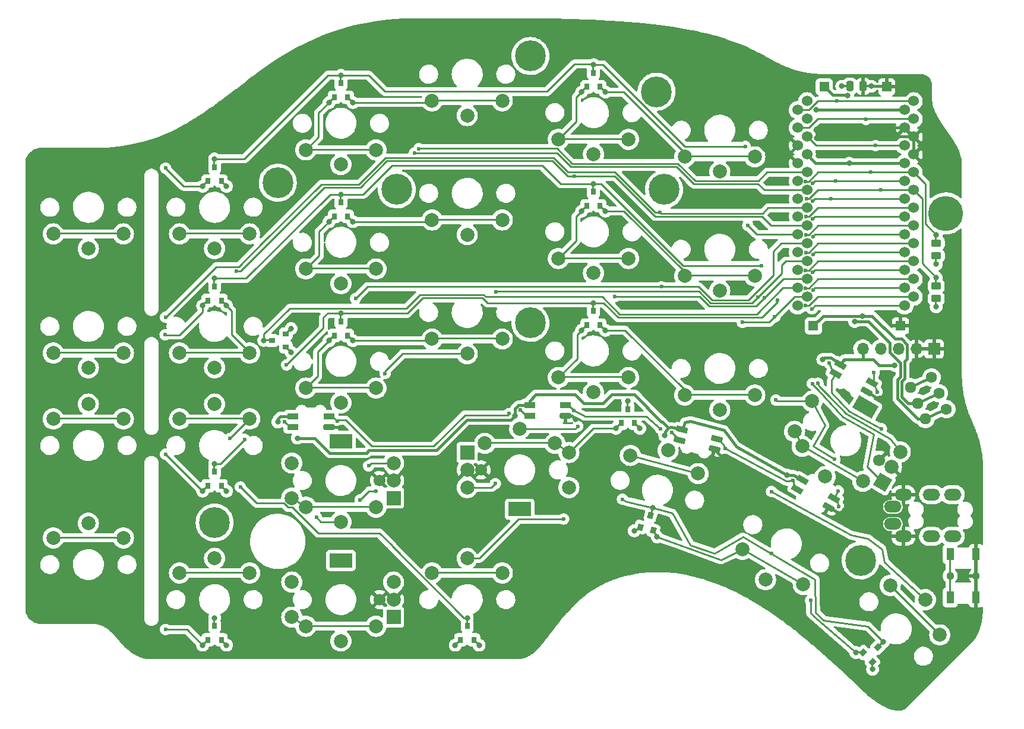
<source format=gbr>
%TF.GenerationSoftware,KiCad,Pcbnew,(6.0.1-0)*%
%TF.CreationDate,2022-01-24T00:31:24-08:00*%
%TF.ProjectId,hillside56,68696c6c-7369-4646-9535-362e6b696361,0.1.0-alpha*%
%TF.SameCoordinates,Original*%
%TF.FileFunction,Copper,L2,Bot*%
%TF.FilePolarity,Positive*%
%FSLAX46Y46*%
G04 Gerber Fmt 4.6, Leading zero omitted, Abs format (unit mm)*
G04 Created by KiCad (PCBNEW (6.0.1-0)) date 2022-01-24 00:31:24*
%MOMM*%
%LPD*%
G01*
G04 APERTURE LIST*
G04 Aperture macros list*
%AMRoundRect*
0 Rectangle with rounded corners*
0 $1 Rounding radius*
0 $2 $3 $4 $5 $6 $7 $8 $9 X,Y pos of 4 corners*
0 Add a 4 corners polygon primitive as box body*
4,1,4,$2,$3,$4,$5,$6,$7,$8,$9,$2,$3,0*
0 Add four circle primitives for the rounded corners*
1,1,$1+$1,$2,$3*
1,1,$1+$1,$4,$5*
1,1,$1+$1,$6,$7*
1,1,$1+$1,$8,$9*
0 Add four rect primitives between the rounded corners*
20,1,$1+$1,$2,$3,$4,$5,0*
20,1,$1+$1,$4,$5,$6,$7,0*
20,1,$1+$1,$6,$7,$8,$9,0*
20,1,$1+$1,$8,$9,$2,$3,0*%
%AMRotRect*
0 Rectangle, with rotation*
0 The origin of the aperture is its center*
0 $1 length*
0 $2 width*
0 $3 Rotation angle, in degrees counterclockwise*
0 Add horizontal line*
21,1,$1,$2,0,0,$3*%
%AMFreePoly0*
4,1,31,0.066514,0.445057,0.188753,0.408500,0.295819,0.339104,0.379104,0.242447,0.431912,0.126300,0.450000,0.000000,0.449866,-0.010994,0.430159,-0.128132,2.069213,-1.193518,2.096606,-1.217560,2.125832,-1.282817,2.115172,-1.353520,2.068005,-1.407258,1.999282,-1.426998,1.930786,-1.406482,0.291959,-0.341244,0.287446,-0.346230,0.178717,-0.412990,0.055621,-0.446549,-0.071947,-0.444211,
-0.193730,-0.406163,-0.299940,-0.335464,-0.382037,-0.237797,-0.433423,-0.121014,-0.449966,0.005498,-0.430337,0.131567,-0.376113,0.247060,-0.291654,0.342692,-0.183749,0.410775,-0.061072,0.445837,0.066514,0.445057,0.066514,0.445057,$1*%
%AMFreePoly1*
4,1,30,0.066514,0.445057,0.188753,0.408500,0.295819,0.339104,0.379104,0.242447,0.431594,0.127000,10.000000,0.127000,10.036070,0.121770,10.096138,0.082984,10.125733,0.017894,10.115473,-0.052868,10.068611,-0.106872,10.000000,-0.127000,0.430349,-0.127000,0.428698,-0.136815,0.373067,-0.251637,0.287446,-0.346230,0.178717,-0.412990,0.055621,-0.446549,-0.071947,-0.444211,-0.193730,-0.406163,
-0.299940,-0.335464,-0.382037,-0.237797,-0.433423,-0.121014,-0.449966,0.005498,-0.430337,0.131567,-0.376113,0.247060,-0.291654,0.342692,-0.183749,0.410775,-0.061072,0.445837,0.066514,0.445057,0.066514,0.445057,$1*%
%AMFreePoly2*
4,1,28,0.123607,0.380423,0.235114,0.323607,0.323607,0.235114,0.380423,0.123607,0.400000,0.000000,0.380423,-0.123607,0.354361,-0.174756,0.839802,-0.660197,0.861610,-0.689401,0.876658,-0.759301,0.851560,-0.826254,0.794268,-0.869035,0.722945,-0.874085,0.660197,-0.839802,0.174756,-0.354361,0.123607,-0.380423,0.000000,-0.400000,-0.123607,-0.380423,-0.235114,-0.323607,-0.323607,-0.235114,
-0.380423,-0.123607,-0.400000,0.000000,-0.380423,0.123607,-0.323607,0.235114,-0.235114,0.323607,-0.123607,0.380423,0.000000,0.400000,0.123607,0.380423,0.123607,0.380423,$1*%
%AMFreePoly3*
4,1,28,0.826254,0.851560,0.869035,0.794268,0.874085,0.722945,0.839802,0.660197,0.354361,0.174756,0.380423,0.123607,0.400000,0.000000,0.380423,-0.123607,0.323607,-0.235114,0.235114,-0.323607,0.123607,-0.380423,0.000000,-0.400000,-0.123607,-0.380423,-0.235114,-0.323607,-0.323607,-0.235114,-0.380423,-0.123607,-0.400000,0.000000,-0.380423,0.123607,-0.323607,0.235114,-0.235114,0.323607,
-0.123607,0.380423,0.000000,0.400000,0.123607,0.380423,0.174756,0.354361,0.660197,0.839802,0.689401,0.861610,0.759301,0.876658,0.826254,0.851560,0.826254,0.851560,$1*%
%AMFreePoly4*
4,1,27,0.123607,0.380423,0.235114,0.323607,0.323607,0.235114,0.380423,0.123607,0.400000,0.000000,0.380423,-0.123607,0.323607,-0.235114,0.235114,-0.323607,0.123607,-0.380423,0.000000,-0.400000,-0.123607,-0.380423,-0.235114,-0.323607,-0.323607,-0.235114,-0.378694,-0.127000,-1.150000,-0.127000,-1.186070,-0.121770,-1.246138,-0.082984,-1.275733,-0.017894,-1.265473,0.052868,-1.218611,0.106872,
-1.150000,0.127000,-0.378694,0.127000,-0.323607,0.235114,-0.235114,0.323607,-0.123607,0.380423,0.000000,0.400000,0.123607,0.380423,0.123607,0.380423,$1*%
%AMFreePoly5*
4,1,27,0.123607,0.380423,0.235114,0.323607,0.323607,0.235114,0.378694,0.127000,1.187500,0.127000,1.223570,0.121770,1.283638,0.082984,1.313233,0.017894,1.302973,-0.052868,1.256111,-0.106872,1.187500,-0.127000,0.378694,-0.127000,0.323607,-0.235114,0.235114,-0.323607,0.123607,-0.380423,0.000000,-0.400000,-0.123607,-0.380423,-0.235114,-0.323607,-0.323607,-0.235114,-0.380423,-0.123607,
-0.400000,0.000000,-0.380423,0.123607,-0.323607,0.235114,-0.235114,0.323607,-0.123607,0.380423,0.000000,0.400000,0.123607,0.380423,0.123607,0.380423,$1*%
%AMFreePoly6*
4,1,27,0.123607,0.380423,0.235114,0.323607,0.323607,0.235114,0.380423,0.123607,0.400000,0.000000,0.380423,-0.123607,0.323607,-0.235114,0.235114,-0.323607,0.123607,-0.380423,0.000000,-0.400000,-0.123607,-0.380423,-0.235114,-0.323607,-0.323607,-0.235114,-0.378694,-0.127000,-1.187500,-0.127000,-1.223570,-0.121770,-1.283638,-0.082984,-1.313233,-0.017894,-1.302973,0.052868,-1.256111,0.106872,
-1.187500,0.127000,-0.378694,0.127000,-0.323607,0.235114,-0.235114,0.323607,-0.123607,0.380423,0.000000,0.400000,0.123607,0.380423,0.123607,0.380423,$1*%
%AMFreePoly7*
4,1,28,0.123607,0.380423,0.235114,0.323607,0.323607,0.235114,0.346339,0.190500,1.187832,0.190500,1.270412,0.171511,1.336587,0.118589,1.373266,0.042205,1.373192,-0.042529,1.336380,-0.118849,1.270112,-0.171655,1.187500,-0.190500,0.346339,-0.190500,0.323607,-0.235114,0.235114,-0.323607,0.123607,-0.380423,0.000000,-0.400000,-0.123607,-0.380423,-0.235114,-0.323607,-0.323607,-0.235114,
-0.380423,-0.123607,-0.400000,0.000000,-0.380423,0.123607,-0.323607,0.235114,-0.235114,0.323607,-0.123607,0.380423,0.000000,0.400000,0.123607,0.380423,0.123607,0.380423,$1*%
%AMFreePoly8*
4,1,28,0.123607,0.380423,0.235114,0.323607,0.323607,0.235114,0.380423,0.123607,0.400000,0.000000,0.380423,-0.123607,0.323607,-0.235114,0.235114,-0.323607,0.123607,-0.380423,0.000000,-0.400000,-0.123607,-0.380423,-0.235114,-0.323607,-0.323607,-0.235114,-0.346339,-0.190500,-1.200332,-0.190500,-1.282912,-0.171511,-1.349087,-0.118589,-1.385766,-0.042205,-1.385692,0.042529,-1.348880,0.118849,
-1.282612,0.171655,-1.200000,0.190500,-0.346339,0.190500,-0.323607,0.235114,-0.235114,0.323607,-0.123607,0.380423,0.000000,0.400000,0.123607,0.380423,0.123607,0.380423,$1*%
%AMFreePoly9*
4,1,41,0.142350,0.531259,0.275000,0.476314,0.388909,0.388909,0.476314,0.275000,0.531259,0.142350,0.533280,0.127000,3.200000,0.127000,3.236070,0.121770,3.296138,0.082984,3.325733,0.017894,3.315473,-0.052868,3.268611,-0.106872,3.200000,-0.127000,0.533280,-0.127000,0.531259,-0.142350,0.476314,-0.275000,0.388909,-0.388909,0.275000,-0.476314,0.142350,-0.531259,0.000000,-0.550000,
-0.142350,-0.531259,-0.275000,-0.476314,-0.388909,-0.388909,-0.476314,-0.275000,-0.531259,-0.142350,-0.533280,-0.127000,-3.200000,-0.127000,-3.236070,-0.121770,-3.296138,-0.082984,-3.325733,-0.017894,-3.315473,0.052868,-3.268611,0.106872,-3.200000,0.127000,-0.533280,0.127000,-0.531259,0.142350,-0.476314,0.275000,-0.388909,0.388909,-0.275000,0.476314,-0.142350,0.531259,0.000000,0.550000,
0.142350,0.531259,0.142350,0.531259,$1*%
%AMFreePoly10*
4,1,37,0.042529,3.485692,0.118849,3.448880,0.171655,3.382612,0.190499,3.300000,0.190499,0.776079,0.350697,0.719035,0.501283,0.623470,0.626955,0.496918,0.721466,0.345669,0.780119,0.177240,0.800000,0.000000,0.799688,-0.022336,0.774867,-0.198952,0.711533,-0.365678,0.612836,-0.514230,0.483680,-0.637224,0.330484,-0.728547,0.160862,-0.783660,-0.016754,-0.799825,-0.193538,-0.776237,
-0.360702,-0.714070,-0.509939,-0.616411,-0.633832,-0.488116,-0.726222,-0.335562,-0.782518,-0.166330,-0.799922,0.011170,-0.777569,0.188114,-0.716569,0.355708,-0.619956,0.505623,-0.492529,0.630409,-0.340623,0.723862,-0.190500,0.774968,-0.190500,3.300332,-0.171511,3.382912,-0.118589,3.449087,-0.042205,3.485766,0.042529,3.485692,0.042529,3.485692,$1*%
G04 Aperture macros list end*
%TA.AperFunction,SMDPad,CuDef*%
%ADD10RotRect,1.650000X0.820000X345.000000*%
%TD*%
%TA.AperFunction,SMDPad,CuDef*%
%ADD11RoundRect,0.205000X-0.651932X-0.037547X0.545816X-0.358483X0.651932X0.037547X-0.545816X0.358483X0*%
%TD*%
%TA.AperFunction,SMDPad,CuDef*%
%ADD12R,1.650000X0.820000*%
%TD*%
%TA.AperFunction,SMDPad,CuDef*%
%ADD13RoundRect,0.205000X-0.620000X-0.205000X0.620000X-0.205000X0.620000X0.205000X-0.620000X0.205000X0*%
%TD*%
%TA.AperFunction,SMDPad,CuDef*%
%ADD14RotRect,1.650000X0.820000X330.000000*%
%TD*%
%TA.AperFunction,SMDPad,CuDef*%
%ADD15RoundRect,0.205000X-0.639436X0.132465X0.434436X-0.487535X0.639436X-0.132465X-0.434436X0.487535X0*%
%TD*%
%TA.AperFunction,ComponentPad*%
%ADD16O,2.500000X1.700000*%
%TD*%
%TA.AperFunction,ComponentPad*%
%ADD17C,1.524000*%
%TD*%
%TA.AperFunction,ComponentPad*%
%ADD18C,4.400000*%
%TD*%
%TA.AperFunction,WasherPad*%
%ADD19R,3.200000X2.000000*%
%TD*%
%TA.AperFunction,ComponentPad*%
%ADD20R,2.000000X2.000000*%
%TD*%
%TA.AperFunction,ComponentPad*%
%ADD21C,2.000000*%
%TD*%
%TA.AperFunction,ComponentPad*%
%ADD22C,1.700000*%
%TD*%
%TA.AperFunction,ConnectorPad*%
%ADD23FreePoly0,180.000000*%
%TD*%
%TA.AperFunction,ConnectorPad*%
%ADD24FreePoly1,180.000000*%
%TD*%
%TA.AperFunction,ComponentPad*%
%ADD25C,0.800000*%
%TD*%
%TA.AperFunction,SMDPad,CuDef*%
%ADD26R,0.800000X0.900000*%
%TD*%
%TA.AperFunction,ComponentPad*%
%ADD27FreePoly2,90.000000*%
%TD*%
%TA.AperFunction,ComponentPad*%
%ADD28FreePoly3,90.000000*%
%TD*%
%TA.AperFunction,ComponentPad*%
%ADD29FreePoly4,90.000000*%
%TD*%
%TA.AperFunction,ConnectorPad*%
%ADD30FreePoly1,0.000000*%
%TD*%
%TA.AperFunction,ConnectorPad*%
%ADD31FreePoly0,0.000000*%
%TD*%
%TA.AperFunction,ComponentPad*%
%ADD32FreePoly2,75.000000*%
%TD*%
%TA.AperFunction,SMDPad,CuDef*%
%ADD33RotRect,0.900000X0.800000X75.000000*%
%TD*%
%TA.AperFunction,ComponentPad*%
%ADD34FreePoly3,75.000000*%
%TD*%
%TA.AperFunction,ComponentPad*%
%ADD35FreePoly4,75.000000*%
%TD*%
%TA.AperFunction,ConnectorPad*%
%ADD36FreePoly1,150.000000*%
%TD*%
%TA.AperFunction,ComponentPad*%
%ADD37FreePoly2,45.000000*%
%TD*%
%TA.AperFunction,SMDPad,CuDef*%
%ADD38RotRect,0.900000X0.800000X45.000000*%
%TD*%
%TA.AperFunction,ComponentPad*%
%ADD39FreePoly3,45.000000*%
%TD*%
%TA.AperFunction,ComponentPad*%
%ADD40FreePoly4,45.000000*%
%TD*%
%TA.AperFunction,WasherPad*%
%ADD41RotRect,3.200000X2.000000X150.000000*%
%TD*%
%TA.AperFunction,ComponentPad*%
%ADD42RotRect,2.000000X2.000000X150.000000*%
%TD*%
%TA.AperFunction,ConnectorPad*%
%ADD43FreePoly0,150.000000*%
%TD*%
%TA.AperFunction,ConnectorPad*%
%ADD44FreePoly1,315.000000*%
%TD*%
%TA.AperFunction,ComponentPad*%
%ADD45R,1.397000X1.397000*%
%TD*%
%TA.AperFunction,ComponentPad*%
%ADD46FreePoly5,90.000000*%
%TD*%
%TA.AperFunction,SMDPad,CuDef*%
%ADD47RoundRect,0.250100X0.449900X-0.262400X0.449900X0.262400X-0.449900X0.262400X-0.449900X-0.262400X0*%
%TD*%
%TA.AperFunction,ComponentPad*%
%ADD48FreePoly6,90.000000*%
%TD*%
%TA.AperFunction,ComponentPad*%
%ADD49C,5.000000*%
%TD*%
%TA.AperFunction,ComponentPad*%
%ADD50R,1.700000X1.700000*%
%TD*%
%TA.AperFunction,ComponentPad*%
%ADD51O,1.700000X1.700000*%
%TD*%
%TA.AperFunction,ComponentPad*%
%ADD52FreePoly7,0.000000*%
%TD*%
%TA.AperFunction,SMDPad,CuDef*%
%ADD53RoundRect,0.250000X-0.250000X-0.475000X0.250000X-0.475000X0.250000X0.475000X-0.250000X0.475000X0*%
%TD*%
%TA.AperFunction,ComponentPad*%
%ADD54FreePoly8,0.000000*%
%TD*%
%TA.AperFunction,ComponentPad*%
%ADD55FreePoly9,90.000000*%
%TD*%
%TA.AperFunction,SMDPad,CuDef*%
%ADD56R,1.100000X1.800000*%
%TD*%
%TA.AperFunction,ComponentPad*%
%ADD57FreePoly10,295.000000*%
%TD*%
%TA.AperFunction,ComponentPad*%
%ADD58C,1.600000*%
%TD*%
%TA.AperFunction,ConnectorPad*%
%ADD59FreePoly1,345.000000*%
%TD*%
%TA.AperFunction,ComponentPad*%
%ADD60FreePoly2,180.000000*%
%TD*%
%TA.AperFunction,SMDPad,CuDef*%
%ADD61R,0.900000X0.800000*%
%TD*%
%TA.AperFunction,ComponentPad*%
%ADD62FreePoly3,180.000000*%
%TD*%
%TA.AperFunction,ComponentPad*%
%ADD63FreePoly4,180.000000*%
%TD*%
%TA.AperFunction,ViaPad*%
%ADD64C,0.600000*%
%TD*%
%TA.AperFunction,ViaPad*%
%ADD65C,0.800000*%
%TD*%
%TA.AperFunction,Conductor*%
%ADD66C,0.254000*%
%TD*%
%TA.AperFunction,Conductor*%
%ADD67C,0.381000*%
%TD*%
G04 APERTURE END LIST*
D10*
%TO.P,D3,1,VDD*%
%TO.N,VCC_ACC*%
X180634887Y-113747503D03*
%TO.P,D3,2,DOUT*%
%TO.N,Net-(D3-Pad2)*%
X180246659Y-115196391D03*
D11*
%TO.P,D3,3,VSS*%
%TO.N,GND*%
X185221177Y-116529309D03*
D10*
%TO.P,D3,4,DIN*%
%TO.N,Net-(D2-Pad2)*%
X185609405Y-115080421D03*
%TD*%
D12*
%TO.P,D5,1,VDD*%
%TO.N,VCC_ACC*%
X125155000Y-111860000D03*
%TO.P,D5,2,DOUT*%
%TO.N,unconnected-(D5-Pad2)*%
X125155000Y-113360000D03*
D13*
%TO.P,D5,3,VSS*%
%TO.N,GND*%
X130305000Y-113360000D03*
D12*
%TO.P,D5,4,DIN*%
%TO.N,Net-(D4-Pad2)*%
X130305000Y-111860000D03*
%TD*%
D14*
%TO.P,D2,1,VDD*%
%TO.N,VCC_ACC*%
X197812148Y-120941860D03*
%TO.P,D2,2,DOUT*%
%TO.N,Net-(D2-Pad2)*%
X197062148Y-122240898D03*
D15*
%TO.P,D2,3,VSS*%
%TO.N,GND*%
X201522178Y-124815898D03*
D14*
%TO.P,D2,4,DIN*%
%TO.N,Net-(D1-Pad2)*%
X202272178Y-123516860D03*
%TD*%
D16*
%TO.P,J2,R1,Ring1*%
%TO.N,data*%
X216180000Y-128960000D03*
X216180000Y-123010000D03*
%TO.P,J2,R2,Ring2*%
%TO.N,unconnected-(J2-PadR2)*%
X219180000Y-123010000D03*
X219180000Y-128960000D03*
%TO.P,J2,S,Sleeve*%
%TO.N,VCC*%
X210680000Y-124760000D03*
X210680000Y-127210000D03*
%TO.P,J2,T,Tip*%
%TO.N,GND*%
X212180000Y-128960000D03*
X212180000Y-123010000D03*
%TD*%
D17*
%TO.P,U1,1,D3/TX0*%
%TO.N,LED*%
X197110000Y-68112000D03*
X213656400Y-66842000D03*
%TO.P,U1,2,D2/RX1*%
%TO.N,data*%
X197110000Y-70652000D03*
X213656400Y-69382000D03*
%TO.P,U1,3,GND*%
%TO.N,GND*%
X197110000Y-73192000D03*
X213656400Y-71922000D03*
%TO.P,U1,4,GND*%
X197110000Y-75732000D03*
X213656400Y-74462000D03*
%TO.P,U1,5,SDA/D1/2*%
%TO.N,SDA*%
X213656400Y-77002000D03*
X197110000Y-78272000D03*
%TO.P,U1,6,SCL/D0/3*%
%TO.N,SCL*%
X213656400Y-79542000D03*
X197110000Y-80812000D03*
%TO.P,U1,7,D4/4*%
%TO.N,unconnected-(U1-Pad7)*%
X197110000Y-83352000D03*
X213656400Y-82082000D03*
%TO.P,U1,8,C6/5*%
%TO.N,row0*%
X213656400Y-84622000D03*
X197110000Y-85892000D03*
%TO.P,U1,9,D7/6*%
%TO.N,row1*%
X197110000Y-88432000D03*
X213656400Y-87162000D03*
%TO.P,U1,10,E6/7*%
%TO.N,row2*%
X213656400Y-89702000D03*
X197110000Y-90972000D03*
%TO.P,U1,11,B4/8*%
%TO.N,row3*%
X197110000Y-93512000D03*
X213656400Y-92242000D03*
%TO.P,U1,12,B5/9*%
%TO.N,row4*%
X197110000Y-96052000D03*
X213656400Y-94782000D03*
%TO.P,U1,13,10/B6*%
%TO.N,col5*%
X198436400Y-94782000D03*
X212350000Y-96052000D03*
%TO.P,U1,14,16/B2*%
%TO.N,col4*%
X212350000Y-93512000D03*
X198436400Y-92242000D03*
%TO.P,U1,15,14/B3*%
%TO.N,col3*%
X198436400Y-89702000D03*
X212350000Y-90972000D03*
%TO.P,U1,16,15/B1*%
%TO.N,col2*%
X212350000Y-88432000D03*
X198436400Y-87162000D03*
%TO.P,U1,17,A0/F7*%
%TO.N,col1*%
X198436400Y-84622000D03*
X212350000Y-85892000D03*
%TO.P,U1,18,A1/F6*%
%TO.N,col0*%
X212350000Y-83352000D03*
X198436400Y-82082000D03*
%TO.P,U1,19,A2/F5*%
%TO.N,enc_a*%
X212350000Y-80812000D03*
X198436400Y-79542000D03*
%TO.P,U1,20,A3/F4*%
%TO.N,enc_b*%
X198436400Y-77002000D03*
X212350000Y-78272000D03*
%TO.P,U1,21,VCC*%
%TO.N,VCC*%
X212350000Y-75732000D03*
X198436400Y-74462000D03*
%TO.P,U1,22,RST*%
%TO.N,reset*%
X198436400Y-71922000D03*
X212350000Y-73192000D03*
%TO.P,U1,23,GND*%
%TO.N,GND*%
X198436400Y-69382000D03*
X212350000Y-70652000D03*
%TO.P,U1,24,RAW*%
%TO.N,raw*%
X198436400Y-66842000D03*
X212350000Y-68112000D03*
%TD*%
D18*
%TO.P,H1,*%
%TO.N,*%
X159010000Y-60410000D03*
X159010000Y-98510000D03*
X139960000Y-79460000D03*
X178060000Y-79460000D03*
%TD*%
D19*
%TO.P,K22,*%
%TO.N,*%
X132000000Y-115400000D03*
D20*
%TO.P,K22,A,A*%
%TO.N,enc_a*%
X139500000Y-123500000D03*
D21*
%TO.P,K22,B,B*%
%TO.N,enc_b*%
X139500000Y-118500000D03*
D22*
%TO.P,K22,C,C*%
%TO.N,GND*%
X137500000Y-121000000D03*
D21*
X139500000Y-121000000D03*
%TO.P,K22,S1,S1*%
%TO.N,col2*%
X132000000Y-126900000D03*
X125000000Y-118500000D03*
D23*
%TO.P,K22,S2,S2*%
%TO.N,Net-(D17-Pad1)*%
X127000000Y-124800000D03*
D24*
X137000000Y-124800000D03*
D21*
X127000000Y-124800000D03*
X125000000Y-123500000D03*
X137000000Y-124800000D03*
%TD*%
D25*
%TO.P,V2,1,via*%
%TO.N,GND*%
X196500000Y-98820000D03*
%TD*%
D26*
%TO.P,D7,1,A1*%
%TO.N,Net-(D7-Pad1)*%
X113050000Y-78250000D03*
D27*
X112300000Y-79000000D03*
D28*
%TO.P,D7,2,A2*%
%TO.N,Net-(D7-Pad2)*%
X115700000Y-79000000D03*
D26*
X114950000Y-78250000D03*
%TO.P,D7,3,K*%
%TO.N,row0*%
X114000000Y-76250000D03*
D29*
X114000000Y-75100000D03*
%TD*%
D27*
%TO.P,D13,1,A1*%
%TO.N,Net-(D13-Pad1)*%
X112300000Y-122500000D03*
D26*
X113050000Y-121750000D03*
D28*
%TO.P,D13,2,A2*%
%TO.N,Net-(D13-Pad2)*%
X115700000Y-122500000D03*
D26*
X114950000Y-121750000D03*
%TO.P,D13,3,K*%
%TO.N,row2*%
X114000000Y-119750000D03*
D29*
X114000000Y-118600000D03*
%TD*%
D21*
%TO.P,K13,1,1*%
%TO.N,col0*%
X96000000Y-110100000D03*
%TO.P,K13,2,2*%
%TO.N,Net-(D13-Pad1)*%
X91000000Y-112200000D03*
D30*
X91000000Y-112200000D03*
D21*
X101000000Y-112200000D03*
%TD*%
%TO.P,K14,1,1*%
%TO.N,col1*%
X114000000Y-110100000D03*
%TO.P,K14,2,2*%
%TO.N,Net-(D13-Pad2)*%
X119000000Y-112200000D03*
X109000000Y-112200000D03*
D30*
X109000000Y-112200000D03*
%TD*%
D26*
%TO.P,D8,1,A1*%
%TO.N,Net-(D8-Pad1)*%
X131050000Y-66300000D03*
D27*
X130300000Y-67050000D03*
D26*
%TO.P,D8,2,A2*%
%TO.N,Net-(D8-Pad2)*%
X132950000Y-66300000D03*
D28*
X133700000Y-67050000D03*
D26*
%TO.P,D8,3,K*%
%TO.N,row0*%
X132000000Y-64300000D03*
D29*
X132000000Y-63150000D03*
%TD*%
D26*
%TO.P,D10,1,A1*%
%TO.N,Net-(D10-Pad1)*%
X113050000Y-95300000D03*
D27*
X112300000Y-96050000D03*
D28*
%TO.P,D10,2,A2*%
%TO.N,Net-(D10-Pad2)*%
X115700000Y-96050000D03*
D26*
X114950000Y-95300000D03*
%TO.P,D10,3,K*%
%TO.N,row1*%
X114000000Y-93300000D03*
D29*
X114000000Y-92150000D03*
%TD*%
D21*
%TO.P,K1,1,1*%
%TO.N,col0*%
X96000000Y-87900000D03*
%TO.P,K1,2,2*%
%TO.N,Net-(D7-Pad1)*%
X101000000Y-85800000D03*
X91000000Y-85800000D03*
D24*
X101000000Y-85800000D03*
%TD*%
D21*
%TO.P,K3,1,1*%
%TO.N,col2*%
X132000000Y-75900000D03*
%TO.P,K3,2,2*%
%TO.N,Net-(D8-Pad1)*%
X137000000Y-73800000D03*
X127000000Y-73800000D03*
D24*
X137000000Y-73800000D03*
%TD*%
D21*
%TO.P,K4,1,1*%
%TO.N,col3*%
X150000000Y-68900000D03*
D24*
%TO.P,K4,2,2*%
%TO.N,Net-(D8-Pad2)*%
X155000000Y-66800000D03*
D21*
X145000000Y-66800000D03*
X155000000Y-66800000D03*
%TD*%
%TO.P,K8,1,1*%
%TO.N,col1*%
X114000000Y-104900000D03*
D24*
%TO.P,K8,2,2*%
%TO.N,Net-(D10-Pad2)*%
X119000000Y-102800000D03*
D21*
X119000000Y-102800000D03*
X109000000Y-102800000D03*
%TD*%
D27*
%TO.P,D11,1,A1*%
%TO.N,Net-(D11-Pad1)*%
X130300000Y-84050000D03*
D26*
X131050000Y-83300000D03*
D28*
%TO.P,D11,2,A2*%
%TO.N,Net-(D11-Pad2)*%
X133700000Y-84050000D03*
D26*
X132950000Y-83300000D03*
D29*
%TO.P,D11,3,K*%
%TO.N,row1*%
X132000000Y-80150000D03*
D26*
X132000000Y-81300000D03*
%TD*%
D21*
%TO.P,K9,1,1*%
%TO.N,col2*%
X132000000Y-92900000D03*
%TO.P,K9,2,2*%
%TO.N,Net-(D11-Pad1)*%
X127000000Y-90800000D03*
X137000000Y-90800000D03*
D24*
X137000000Y-90800000D03*
%TD*%
D21*
%TO.P,K10,1,1*%
%TO.N,col3*%
X150000000Y-85900000D03*
D24*
%TO.P,K10,2,2*%
%TO.N,Net-(D11-Pad2)*%
X155000000Y-83800000D03*
D21*
X155000000Y-83800000D03*
X145000000Y-83800000D03*
%TD*%
%TO.P,K15,1,1*%
%TO.N,col2*%
X132000000Y-109900000D03*
%TO.P,K15,2,2*%
%TO.N,Net-(D14-Pad1)*%
X137000000Y-107800000D03*
D24*
X137000000Y-107800000D03*
D21*
X127000000Y-107800000D03*
%TD*%
%TO.P,K16,1,1*%
%TO.N,col3*%
X150000000Y-102900000D03*
%TO.P,K16,2,2*%
%TO.N,Net-(D14-Pad2)*%
X145000000Y-100800000D03*
X155000000Y-100800000D03*
D24*
X155000000Y-100800000D03*
%TD*%
D26*
%TO.P,D14,1,A1*%
%TO.N,Net-(D14-Pad1)*%
X131050000Y-100300000D03*
D27*
X130300000Y-101050000D03*
D26*
%TO.P,D14,2,A2*%
%TO.N,Net-(D14-Pad2)*%
X132950000Y-100300000D03*
D28*
X133700000Y-101050000D03*
D26*
%TO.P,D14,3,K*%
%TO.N,row2*%
X132000000Y-98300000D03*
D29*
X132000000Y-97150000D03*
%TD*%
D26*
%TO.P,D9,1,A1*%
%TO.N,Net-(D9-Pad1)*%
X167050000Y-64800000D03*
D27*
X166300000Y-65550000D03*
D26*
%TO.P,D9,2,A2*%
%TO.N,Net-(D9-Pad2)*%
X168950000Y-64800000D03*
D28*
X169700000Y-65550000D03*
D29*
%TO.P,D9,3,K*%
%TO.N,row0*%
X168000000Y-61650000D03*
D26*
X168000000Y-62800000D03*
%TD*%
D27*
%TO.P,D12,1,A1*%
%TO.N,Net-(D12-Pad1)*%
X166300000Y-82550000D03*
D26*
X167050000Y-81800000D03*
%TO.P,D12,2,A2*%
%TO.N,Net-(D12-Pad2)*%
X168950000Y-81800000D03*
D28*
X169700000Y-82550000D03*
D29*
%TO.P,D12,3,K*%
%TO.N,row1*%
X168000000Y-78650000D03*
D26*
X168000000Y-79800000D03*
%TD*%
%TO.P,D15,1,A1*%
%TO.N,Net-(D15-Pad1)*%
X167050000Y-98800000D03*
D27*
X166300000Y-99550000D03*
D28*
%TO.P,D15,2,A2*%
%TO.N,Net-(D15-Pad2)*%
X169700000Y-99550000D03*
D26*
X168950000Y-98800000D03*
%TO.P,D15,3,K*%
%TO.N,row2*%
X168000000Y-96800000D03*
D29*
X168000000Y-95650000D03*
%TD*%
D21*
%TO.P,K5,1,1*%
%TO.N,col4*%
X168000000Y-74400000D03*
%TO.P,K5,2,2*%
%TO.N,Net-(D9-Pad1)*%
X163000000Y-72300000D03*
D24*
X173000000Y-72300000D03*
D21*
X173000000Y-72300000D03*
%TD*%
%TO.P,K6,1,1*%
%TO.N,col5*%
X186000000Y-76900000D03*
D24*
%TO.P,K6,2,2*%
%TO.N,Net-(D9-Pad2)*%
X191000000Y-74800000D03*
D21*
X181000000Y-74800000D03*
X191000000Y-74800000D03*
%TD*%
%TO.P,K11,1,1*%
%TO.N,col4*%
X168000000Y-91400000D03*
D24*
%TO.P,K11,2,2*%
%TO.N,Net-(D12-Pad1)*%
X173000000Y-89300000D03*
D21*
X173000000Y-89300000D03*
X163000000Y-89300000D03*
%TD*%
%TO.P,K12,1,1*%
%TO.N,col5*%
X186000000Y-93900000D03*
D24*
%TO.P,K12,2,2*%
%TO.N,Net-(D12-Pad2)*%
X191000000Y-91800000D03*
D21*
X181000000Y-91800000D03*
X191000000Y-91800000D03*
%TD*%
%TO.P,K17,1,1*%
%TO.N,col4*%
X168000000Y-108400000D03*
%TO.P,K17,2,2*%
%TO.N,Net-(D15-Pad1)*%
X173000000Y-106300000D03*
D24*
X173000000Y-106300000D03*
D21*
X163000000Y-106300000D03*
%TD*%
%TO.P,K18,1,1*%
%TO.N,col5*%
X186000000Y-110900000D03*
D24*
%TO.P,K18,2,2*%
%TO.N,Net-(D15-Pad2)*%
X191000000Y-108800000D03*
D21*
X181000000Y-108800000D03*
X191000000Y-108800000D03*
%TD*%
D19*
%TO.P,K25,*%
%TO.N,*%
X157500000Y-125100000D03*
D20*
%TO.P,K25,A,A*%
%TO.N,enc_a*%
X150000000Y-117000000D03*
D21*
%TO.P,K25,B,B*%
%TO.N,enc_b*%
X150000000Y-122000000D03*
%TO.P,K25,C,C*%
%TO.N,GND*%
X150000000Y-119500000D03*
D22*
X152000000Y-119500000D03*
D21*
%TO.P,K25,S1,S1*%
%TO.N,col1*%
X164500000Y-122000000D03*
X157500000Y-113600000D03*
%TO.P,K25,S2,S2*%
%TO.N,Net-(D19-Pad1)*%
X162500000Y-115700000D03*
X152500000Y-115700000D03*
D31*
X162500000Y-115700000D03*
D30*
X152500000Y-115700000D03*
D21*
X164500000Y-117000000D03*
%TD*%
%TO.P,K2,1,1*%
%TO.N,col1*%
X114000000Y-87900000D03*
%TO.P,K2,2,2*%
%TO.N,Net-(D7-Pad2)*%
X119000000Y-85800000D03*
D24*
X119000000Y-85800000D03*
D21*
X109000000Y-85800000D03*
%TD*%
D32*
%TO.P,D20,1,A1*%
%TO.N,Net-(D20-Pad1)*%
X173798544Y-128176895D03*
D33*
X174717102Y-127646565D03*
%TO.P,D20,2,A2*%
%TO.N,Net-(D20-Pad2)*%
X176552361Y-128138321D03*
D34*
X177082692Y-129056880D03*
D33*
%TO.P,D20,3,K*%
%TO.N,row4*%
X176152370Y-125960591D03*
D35*
X176450012Y-124849776D03*
%TD*%
D21*
%TO.P,K27,1,1*%
%TO.N,col3*%
X192528277Y-135159470D03*
%TO.P,K27,2,2*%
%TO.N,Net-(D20-Pad2)*%
X197908404Y-135840817D03*
X189248150Y-130840817D03*
D36*
X197908404Y-135840817D03*
%TD*%
D37*
%TO.P,D21,1,A1*%
%TO.N,Net-(D21-Pad1)*%
X205377428Y-145550005D03*
D38*
X206438088Y-145550005D03*
D39*
%TO.P,D21,2,A2*%
%TO.N,Net-(D21-Pad2)*%
X207781591Y-147954168D03*
D38*
X207781591Y-146893508D03*
%TO.P,D21,3,K*%
%TO.N,row4*%
X208524053Y-144807543D03*
D40*
X209337226Y-143994370D03*
%TD*%
D27*
%TO.P,D19,1,A1*%
%TO.N,Net-(D19-Pad1)*%
X171210000Y-113550000D03*
D26*
X171960000Y-112800000D03*
D28*
%TO.P,D19,2,A2*%
%TO.N,Net-(D19-Pad2)*%
X174610000Y-113550000D03*
D26*
X173860000Y-112800000D03*
%TO.P,D19,3,K*%
%TO.N,row4*%
X172910000Y-110800000D03*
D29*
X172910000Y-109650000D03*
%TD*%
D41*
%TO.P,K19,*%
%TO.N,*%
X206778277Y-110477746D03*
D42*
%TO.P,K19,A,A*%
%TO.N,enc_a*%
X209223468Y-121242552D03*
D21*
%TO.P,K19,B,B*%
%TO.N,enc_b*%
X211723468Y-116912425D03*
%TO.P,K19,C,C*%
%TO.N,GND*%
X210473468Y-119077488D03*
D22*
X208741417Y-118077488D03*
D21*
%TO.P,K19,S1,S1*%
%TO.N,col5*%
X199166099Y-109662425D03*
X201028277Y-120437038D03*
%TO.P,K19,S2,S2*%
%TO.N,Net-(D21-Pad1)*%
X196666099Y-113992552D03*
X206408404Y-121118385D03*
D36*
X206408404Y-121118385D03*
D43*
X197748150Y-116118385D03*
D21*
X197748150Y-116118385D03*
%TD*%
%TO.P,K28,1,1*%
%TO.N,col4*%
X215312278Y-138019318D03*
%TO.P,K28,2,2*%
%TO.N,Net-(D21-Pad2)*%
X210291820Y-135968708D03*
X217362888Y-143039776D03*
D44*
X210291820Y-135968708D03*
%TD*%
D12*
%TO.P,D4,1,VDD*%
%TO.N,VCC_ACC*%
X158893488Y-110265922D03*
%TO.P,D4,2,DOUT*%
%TO.N,Net-(D4-Pad2)*%
X158893488Y-111765922D03*
D13*
%TO.P,D4,3,VSS*%
%TO.N,GND*%
X164043488Y-111765922D03*
D12*
%TO.P,D4,4,DIN*%
%TO.N,Net-(D3-Pad2)*%
X164043488Y-110265922D03*
%TD*%
D14*
%TO.P,D1,1,VDD*%
%TO.N,VCC_ACC*%
X203246441Y-104455379D03*
%TO.P,D1,2,DOUT*%
%TO.N,Net-(D1-Pad2)*%
X202496441Y-105754417D03*
D15*
%TO.P,D1,3,VSS*%
%TO.N,GND*%
X206956471Y-108329417D03*
D14*
%TO.P,D1,4,DIN*%
%TO.N,LED*%
X207706471Y-107030379D03*
%TD*%
D45*
%TO.P,J4,1,Pin_1*%
%TO.N,GND*%
X209800000Y-64790000D03*
%TD*%
D46*
%TO.P,R2,1*%
%TO.N,VCC_ACC*%
X216870000Y-90120000D03*
D47*
X216870000Y-88932500D03*
D48*
%TO.P,R2,2*%
%TO.N,SDA*%
X216870000Y-85920000D03*
D47*
X216870000Y-87107500D03*
%TD*%
D49*
%TO.P,J1,*%
%TO.N,*%
X218220000Y-82877500D03*
D50*
%TO.P,J1,1,Pin_1*%
%TO.N,GND*%
X216550000Y-102227500D03*
D51*
%TO.P,J1,2,Pin_2*%
X214010000Y-102227500D03*
%TO.P,J1,3,Pin_3*%
%TO.N,SCL*%
X211470000Y-102227500D03*
%TO.P,J1,4,Pin_4*%
%TO.N,SDA*%
X208930000Y-102227500D03*
%TO.P,J1,5,Pin_5*%
%TO.N,VCC_ACC*%
X206390000Y-102227500D03*
%TD*%
D25*
%TO.P,V3,1,via*%
%TO.N,GND*%
X124720000Y-109520000D03*
%TD*%
%TO.P,V4,1,via*%
%TO.N,GND*%
X202500000Y-133950000D03*
%TD*%
%TO.P,V5,1,via*%
%TO.N,GND*%
X170340000Y-116510000D03*
%TD*%
D52*
%TO.P,C1,1*%
%TO.N,raw*%
X203400000Y-64720000D03*
D53*
X204550000Y-64720000D03*
%TO.P,C1,2*%
%TO.N,GND*%
X206450000Y-64720000D03*
D54*
X207600000Y-64720000D03*
%TD*%
D55*
%TO.P,SW1,1,1*%
%TO.N,reset*%
X218850000Y-134600000D03*
D56*
X218850000Y-131500000D03*
X218850000Y-137700000D03*
%TO.P,SW1,2,2*%
%TO.N,GND*%
X222550000Y-131500000D03*
D55*
X222550000Y-134600000D03*
D56*
X222550000Y-137700000D03*
%TD*%
D21*
%TO.P,K7,1,1*%
%TO.N,col0*%
X96000000Y-104900000D03*
%TO.P,K7,2,2*%
%TO.N,Net-(D10-Pad1)*%
X91000000Y-102800000D03*
D24*
X101000000Y-102800000D03*
D21*
X101000000Y-102800000D03*
%TD*%
D57*
%TO.P,SW2,1,A*%
%TO.N,unconnected-(SW2-Pad1)*%
X213198046Y-107681551D03*
D58*
X216188862Y-106286910D03*
%TO.P,SW2,2,B*%
%TO.N,bat+*%
X217245408Y-108552680D03*
D57*
X214254592Y-109947320D03*
D58*
%TO.P,SW2,3,C*%
%TO.N,raw*%
X218301954Y-110818449D03*
D57*
X215311138Y-112213090D03*
%TD*%
D18*
%TO.P,H4,*%
%TO.N,*%
X123000000Y-78500000D03*
%TD*%
%TO.P,H5,*%
%TO.N,*%
X114000000Y-127000000D03*
%TD*%
%TO.P,H6,*%
%TO.N,*%
X206100000Y-132400000D03*
%TD*%
%TO.P,H7,*%
%TO.N,*%
X177000000Y-65500000D03*
%TD*%
D47*
%TO.P,R1,1*%
%TO.N,VCC_ACC*%
X216845000Y-95032500D03*
D46*
X216845000Y-96220000D03*
D47*
%TO.P,R1,2*%
%TO.N,SCL*%
X216845000Y-93207500D03*
D48*
X216845000Y-92020000D03*
%TD*%
D45*
%TO.P,J3,1,Pin_1*%
%TO.N,bat+*%
X200900000Y-64790000D03*
%TD*%
%TO.P,J5,1,Pin_1*%
%TO.N,bat+*%
X199350000Y-98920000D03*
%TD*%
%TO.P,J6,1,Pin_1*%
%TO.N,GND*%
X211760000Y-98920000D03*
%TD*%
D26*
%TO.P,D16,1,A1*%
%TO.N,Net-(D16-Pad1)*%
X113050000Y-143750000D03*
D27*
X112300000Y-144500000D03*
D28*
%TO.P,D16,2,A2*%
%TO.N,Net-(D16-Pad2)*%
X115700000Y-144500000D03*
D26*
X114950000Y-143750000D03*
D29*
%TO.P,D16,3,K*%
%TO.N,row3*%
X114000000Y-140600000D03*
D26*
X114000000Y-141750000D03*
%TD*%
D27*
%TO.P,D18,1,A1*%
%TO.N,Net-(D18-Pad1)*%
X148300000Y-144500000D03*
D26*
X149050000Y-143750000D03*
%TO.P,D18,2,A2*%
%TO.N,Net-(D18-Pad2)*%
X150950000Y-143750000D03*
D28*
X151700000Y-144500000D03*
D29*
%TO.P,D18,3,K*%
%TO.N,row3*%
X150000000Y-140600000D03*
D26*
X150000000Y-141750000D03*
%TD*%
D21*
%TO.P,K21,1,1*%
%TO.N,col1*%
X114000000Y-132100000D03*
D30*
%TO.P,K21,2,2*%
%TO.N,Net-(D16-Pad2)*%
X109000000Y-134200000D03*
D21*
X119000000Y-134200000D03*
X109000000Y-134200000D03*
%TD*%
%TO.P,K24,1,1*%
%TO.N,col4*%
X150000000Y-132100000D03*
D30*
%TO.P,K24,2,2*%
%TO.N,Net-(D18-Pad2)*%
X145000000Y-134200000D03*
D21*
X145000000Y-134200000D03*
X155000000Y-134200000D03*
%TD*%
%TO.P,K26,1,1*%
%TO.N,col2*%
X178637033Y-116687704D03*
%TO.P,K26,2,2*%
%TO.N,Net-(D20-Pad1)*%
X173263884Y-117422053D03*
D59*
X173263884Y-117422053D03*
D21*
X182923143Y-120010243D03*
%TD*%
%TO.P,K20,1,1*%
%TO.N,col0*%
X96000000Y-127100000D03*
D30*
%TO.P,K20,2,2*%
%TO.N,Net-(D16-Pad1)*%
X91000000Y-129200000D03*
D21*
X101000000Y-129200000D03*
X91000000Y-129200000D03*
%TD*%
D60*
%TO.P,D17,1,A1*%
%TO.N,Net-(D17-Pad1)*%
X124900000Y-102700000D03*
D61*
X124150000Y-101950000D03*
%TO.P,D17,2,A2*%
%TO.N,unconnected-(D17-Pad2)*%
X124150000Y-100050000D03*
D62*
X124900000Y-99300000D03*
D63*
%TO.P,D17,3,K*%
%TO.N,row3*%
X121000000Y-101000000D03*
D61*
X122150000Y-101000000D03*
%TD*%
D25*
%TO.P,V1,1,via*%
%TO.N,GND*%
X189680000Y-111430000D03*
%TD*%
D19*
%TO.P,K23,*%
%TO.N,*%
X132000000Y-132400000D03*
D20*
%TO.P,K23,A,A*%
%TO.N,enc_a*%
X139500000Y-140500000D03*
D21*
%TO.P,K23,B,B*%
%TO.N,enc_b*%
X139500000Y-135500000D03*
%TO.P,K23,C,C*%
%TO.N,GND*%
X139500000Y-138000000D03*
D22*
X137500000Y-138000000D03*
D21*
%TO.P,K23,S1,S1*%
%TO.N,col3*%
X125000000Y-135500000D03*
X132000000Y-143900000D03*
%TO.P,K23,S2,S2*%
%TO.N,Net-(D18-Pad1)*%
X127000000Y-141800000D03*
D23*
X127000000Y-141800000D03*
D24*
X137000000Y-141800000D03*
D21*
X137000000Y-141800000D03*
X125000000Y-140500000D03*
%TD*%
D64*
%TO.N,row0*%
X189639998Y-73299998D03*
X190000000Y-84590000D03*
X198295320Y-85908412D03*
%TO.N,col0*%
X177500000Y-82683500D03*
X107000000Y-97700000D03*
X199271264Y-83672530D03*
%TO.N,row1*%
X191920000Y-90340000D03*
X198299773Y-88447918D03*
%TO.N,row2*%
X124250000Y-104500000D03*
X198250000Y-90990000D03*
X118299989Y-115120000D03*
X194250000Y-95250000D03*
%TO.N,col1*%
X199293388Y-86190406D03*
X117080000Y-91126500D03*
X165300000Y-77576500D03*
X165750000Y-113250000D03*
%TO.N,col2*%
X128500000Y-126250000D03*
X177690000Y-93350000D03*
X199279655Y-88744139D03*
X134100000Y-95000000D03*
%TO.N,col3*%
X154110000Y-94046500D03*
X138310000Y-105730000D03*
X191430000Y-94870000D03*
X199269271Y-91294522D03*
%TO.N,row3*%
X198250000Y-93521048D03*
X117670000Y-121920000D03*
%TO.N,col4*%
X199297932Y-93805861D03*
X171046989Y-94730000D03*
X163750000Y-126500000D03*
X193396500Y-122570000D03*
X192410000Y-94940000D03*
%TO.N,col5*%
X193850020Y-97650000D03*
X202400000Y-117950000D03*
X189240000Y-98430000D03*
X194000000Y-109500000D03*
X199145779Y-96497959D03*
D65*
%TO.N,GND*%
X203792123Y-125214240D03*
X165452687Y-112312765D03*
X209440000Y-108950000D03*
X131899076Y-113459076D03*
X186374361Y-117715639D03*
X199840000Y-72120000D03*
X199840000Y-70830000D03*
D64*
%TO.N,reset*%
X208242000Y-73192000D03*
D65*
%TO.N,VCC*%
X204450000Y-75710000D03*
D64*
%TO.N,data*%
X206850000Y-69450000D03*
%TO.N,LED*%
X208440144Y-108339856D03*
X207984961Y-105625618D03*
X202740000Y-66840000D03*
%TO.N,Net-(D1-Pad2)*%
X202942771Y-124721821D03*
X201639934Y-104261723D03*
X202900000Y-122500000D03*
X209050000Y-113600000D03*
%TO.N,Net-(D2-Pad2)*%
X196404130Y-120995901D03*
X186814361Y-116395639D03*
%TO.N,Net-(D3-Pad2)*%
X165193577Y-111025519D03*
X177574361Y-113615639D03*
X179194361Y-114115639D03*
%TO.N,Net-(D4-Pad2)*%
X157608404Y-110959918D03*
X155955128Y-111438216D03*
X131458974Y-112550510D03*
%TO.N,unconnected-(D5-Pad2)*%
X123963079Y-112609678D03*
%TO.N,SDA*%
X207550000Y-77000000D03*
X198250000Y-78290000D03*
%TO.N,SCL*%
X198342538Y-80800006D03*
X209000000Y-79540000D03*
%TO.N,enc_a*%
X134750000Y-123750000D03*
X137000000Y-122500000D03*
X201862000Y-80812000D03*
X142487022Y-74240000D03*
X199202853Y-107161319D03*
X199269271Y-81134523D03*
%TO.N,enc_b*%
X143113843Y-73623500D03*
X199269271Y-78594523D03*
X202572000Y-78272000D03*
X135947043Y-118916952D03*
X200000000Y-107100000D03*
X154010000Y-121450000D03*
%TO.N,Net-(D7-Pad1)*%
X107000000Y-76400000D03*
%TO.N,Net-(D13-Pad2)*%
X116200000Y-114990000D03*
%TO.N,Net-(D13-Pad1)*%
X107000000Y-117250000D03*
%TO.N,Net-(D10-Pad1)*%
X106950000Y-100199992D03*
%TO.N,Net-(D16-Pad1)*%
X107000000Y-142250000D03*
D65*
%TO.N,bat+*%
X204249223Y-66042982D03*
X206310000Y-97500000D03*
%TO.N,raw*%
X199740000Y-68110000D03*
X205230000Y-98310000D03*
%TO.N,VCC_ACC*%
X195625233Y-120228489D03*
X210926500Y-104560000D03*
X156796353Y-111756721D03*
X200680000Y-103720000D03*
X123020002Y-112640000D03*
X125785092Y-114951252D03*
X178154361Y-114575639D03*
D64*
%TO.N,unconnected-(U1-Pad7)*%
X198300000Y-83350000D03*
%TO.N,row4*%
X198200000Y-96050000D03*
X172140000Y-123670000D03*
X193396500Y-131403316D03*
%TO.N,Net-(D21-Pad1)*%
X198960000Y-138110000D03*
%TD*%
D66*
%TO.N,row0*%
X114000000Y-75100000D02*
X118210000Y-75100000D01*
X190000000Y-84590000D02*
X191302000Y-85892000D01*
X138282999Y-65472999D02*
X135960000Y-63150000D01*
X191302000Y-85892000D02*
X197110000Y-85892000D01*
X165320000Y-61550000D02*
X161397001Y-65472999D01*
X198689376Y-85908412D02*
X199975788Y-84622000D01*
X189639996Y-73300000D02*
X181020000Y-73300000D01*
X169370000Y-61650000D02*
X168000000Y-61650000D01*
X161397001Y-65472999D02*
X138282999Y-65472999D01*
X198295320Y-85908412D02*
X198689376Y-85908412D01*
X189639998Y-73299998D02*
X189639996Y-73300000D01*
X199975788Y-84622000D02*
X213656400Y-84622000D01*
X118210000Y-75100000D02*
X130160000Y-63150000D01*
X168000000Y-61650000D02*
X167900000Y-61550000D01*
X181020000Y-73300000D02*
X169370000Y-61650000D01*
X130160000Y-63150000D02*
X132000000Y-63150000D01*
X135960000Y-63150000D02*
X132000000Y-63150000D01*
X167900000Y-61550000D02*
X165320000Y-61550000D01*
%TO.N,col0*%
X107000000Y-97700000D02*
X114200000Y-90500000D01*
X134570000Y-78720000D02*
X138350000Y-74940000D01*
X171051374Y-76950000D02*
X176784874Y-82683500D01*
X199271264Y-83672530D02*
X199591794Y-83352000D01*
X164320000Y-76950000D02*
X171051374Y-76950000D01*
X129210000Y-78720000D02*
X134570000Y-78720000D01*
X120920000Y-86990000D02*
X120940000Y-86990000D01*
X138350000Y-74940000D02*
X162310000Y-74940000D01*
X192918000Y-82082000D02*
X198436400Y-82082000D01*
X114200000Y-90500000D02*
X117420000Y-90500000D01*
X192143520Y-82856480D02*
X192918000Y-82082000D01*
X162310000Y-74940000D02*
X164320000Y-76950000D01*
X120920000Y-87000000D02*
X120920000Y-86990000D01*
X176784874Y-82683500D02*
X177500000Y-82683500D01*
X177672980Y-82856480D02*
X192143520Y-82856480D01*
X177500000Y-82683500D02*
X177672980Y-82856480D01*
X120940000Y-86990000D02*
X129210000Y-78720000D01*
X117420000Y-90500000D02*
X120920000Y-87000000D01*
X199591794Y-83352000D02*
X212350000Y-83352000D01*
%TO.N,row1*%
X198689870Y-88447918D02*
X199975788Y-87162000D01*
X118480000Y-92150000D02*
X114000000Y-92150000D01*
X168000000Y-78650000D02*
X167990000Y-78640000D01*
X167990000Y-78640000D02*
X163353796Y-78640000D01*
X132000000Y-80150000D02*
X130480000Y-80150000D01*
X163353796Y-78640000D02*
X160713796Y-76000000D01*
X169100000Y-78650000D02*
X168000000Y-78650000D01*
X180790000Y-90340000D02*
X169100000Y-78650000D01*
X135170000Y-80150000D02*
X132000000Y-80150000D01*
X130480000Y-80150000D02*
X118480000Y-92150000D01*
X139320000Y-76000000D02*
X135170000Y-80150000D01*
X198299773Y-88447918D02*
X198689870Y-88447918D01*
X191920000Y-90340000D02*
X180790000Y-90340000D01*
X160713796Y-76000000D02*
X139320000Y-76000000D01*
X199975788Y-87162000D02*
X213656400Y-87162000D01*
%TO.N,row2*%
X130100000Y-97150000D02*
X132000000Y-97150000D01*
X118299989Y-115120000D02*
X114819989Y-118600000D01*
X199975788Y-89702000D02*
X213656400Y-89702000D01*
X194250000Y-95250000D02*
X194250000Y-95500000D01*
X132000000Y-97150000D02*
X141460000Y-97150000D01*
X152173479Y-94923479D02*
X152900000Y-95650000D01*
X152900000Y-95650000D02*
X168000000Y-95650000D01*
X114819989Y-118600000D02*
X114000000Y-118600000D01*
X198687788Y-90990000D02*
X199975788Y-89702000D01*
X143686521Y-94923479D02*
X152173479Y-94923479D01*
X192000000Y-97750000D02*
X171520000Y-97750000D01*
X194250000Y-95500000D02*
X192000000Y-97750000D01*
X129500000Y-99250000D02*
X129500000Y-97750000D01*
X124250000Y-104500000D02*
X129500000Y-99250000D01*
X171520000Y-97750000D02*
X169430000Y-95660000D01*
X169430000Y-95660000D02*
X168010000Y-95660000D01*
X198250000Y-90990000D02*
X198687788Y-90990000D01*
X168010000Y-95660000D02*
X168000000Y-95650000D01*
X141460000Y-97150000D02*
X143686521Y-94923479D01*
X129500000Y-97750000D02*
X130100000Y-97150000D01*
%TO.N,col1*%
X199293388Y-86190406D02*
X199591794Y-85892000D01*
X165400000Y-113600000D02*
X157500000Y-113600000D01*
X129626480Y-79173520D02*
X134757854Y-79173520D01*
X164308626Y-77580000D02*
X171040000Y-77580000D01*
X192030000Y-83310000D02*
X193342000Y-84622000D01*
X117673500Y-91126500D02*
X129626480Y-79173520D01*
X176770000Y-83310000D02*
X192030000Y-83310000D01*
X199591794Y-85892000D02*
X212350000Y-85892000D01*
X134757854Y-79173520D02*
X138537854Y-75393520D01*
X138537854Y-75393520D02*
X162122146Y-75393520D01*
X193342000Y-84622000D02*
X198436400Y-84622000D01*
X117080000Y-91126500D02*
X117673500Y-91126500D01*
X165750000Y-113250000D02*
X165400000Y-113600000D01*
X162122146Y-75393520D02*
X164308626Y-77580000D01*
X171040000Y-77580000D02*
X176770000Y-83310000D01*
%TO.N,col2*%
X193600000Y-88300000D02*
X194738000Y-87162000D01*
X199591794Y-88432000D02*
X212350000Y-88432000D01*
X194738000Y-87162000D02*
X198436400Y-87162000D01*
X177660000Y-93320000D02*
X135780000Y-93320000D01*
X190114863Y-95226511D02*
X193600000Y-91741374D01*
X129150000Y-126900000D02*
X128500000Y-126250000D01*
X132000000Y-126900000D02*
X129150000Y-126900000D01*
X135780000Y-93320000D02*
X134100000Y-95000000D01*
X177720000Y-93320000D02*
X182982748Y-93320000D01*
X184889259Y-95226511D02*
X190114863Y-95226511D01*
X177690000Y-93350000D02*
X177720000Y-93320000D01*
X177690000Y-93350000D02*
X177660000Y-93320000D01*
X193600000Y-91741374D02*
X193600000Y-88300000D01*
X199279655Y-88744139D02*
X199591794Y-88432000D01*
X182982748Y-93320000D02*
X184889259Y-95226511D01*
%TO.N,col3*%
X138310000Y-105410000D02*
X140820000Y-102900000D01*
X184701405Y-95680031D02*
X183021374Y-94000000D01*
X183021374Y-94000000D02*
X154156500Y-94000000D01*
X191430000Y-94870000D02*
X190619969Y-95680031D01*
X199591793Y-90972000D02*
X212350000Y-90972000D01*
X199269271Y-91294522D02*
X199591793Y-90972000D01*
X191430000Y-94870000D02*
X194828000Y-91472000D01*
X195398000Y-89702000D02*
X198436400Y-89702000D01*
X194828000Y-91472000D02*
X194828000Y-90272000D01*
X140820000Y-102900000D02*
X150000000Y-102900000D01*
X154156500Y-94000000D02*
X154110000Y-94046500D01*
X190619969Y-95680031D02*
X184701405Y-95680031D01*
X138310000Y-105730000D02*
X138310000Y-105410000D01*
X194828000Y-90272000D02*
X195398000Y-89702000D01*
%TO.N,row3*%
X191250000Y-97250000D02*
X194988000Y-93512000D01*
X121000000Y-100120000D02*
X124696511Y-96423489D01*
X149524029Y-140600000D02*
X150000000Y-140600000D01*
X139250000Y-130325971D02*
X149524029Y-140600000D01*
X198250000Y-93521048D02*
X198696740Y-93521048D01*
X152641374Y-94750000D02*
X169250000Y-94750000D01*
X117670000Y-121920000D02*
X120000000Y-124250000D01*
X137500000Y-128500000D02*
X139250000Y-130250000D01*
X121000000Y-101000000D02*
X121000000Y-100120000D01*
X124450540Y-124826511D02*
X125076511Y-124826511D01*
X194988000Y-93512000D02*
X197110000Y-93512000D01*
X120000000Y-124250000D02*
X123874029Y-124250000D01*
X139250000Y-130250000D02*
X139250000Y-130325971D01*
X141326511Y-96423489D02*
X143280041Y-94469959D01*
X143280041Y-94469959D02*
X152361333Y-94469959D01*
X169250000Y-94750000D02*
X171750000Y-97250000D01*
X128750000Y-128500000D02*
X137500000Y-128500000D01*
X123874029Y-124250000D02*
X124450540Y-124826511D01*
X171750000Y-97250000D02*
X191250000Y-97250000D01*
X199975788Y-92242000D02*
X213656400Y-92242000D01*
X198696740Y-93521048D02*
X199975788Y-92242000D01*
X124696511Y-96423489D02*
X141326511Y-96423489D01*
X125076511Y-124826511D02*
X128750000Y-128500000D01*
X152361333Y-94469959D02*
X152641374Y-94750000D01*
%TO.N,col4*%
X192410000Y-94940000D02*
X191216449Y-96133551D01*
X204700000Y-128800000D02*
X207100000Y-129300000D01*
X199591793Y-93512000D02*
X212350000Y-93512000D01*
X209480000Y-132640000D02*
X215312278Y-138019318D01*
X209100000Y-130800000D02*
X209480000Y-132640000D01*
X163750000Y-126500000D02*
X157360000Y-126500000D01*
X195108000Y-92242000D02*
X198436400Y-92242000D01*
X183120000Y-94740000D02*
X171056989Y-94740000D01*
X191216449Y-96133551D02*
X184513551Y-96133551D01*
X192410000Y-94940000D02*
X195108000Y-92242000D01*
X199297932Y-93805861D02*
X199591793Y-93512000D01*
X193396500Y-122570000D02*
X204700000Y-128800000D01*
X171056989Y-94740000D02*
X171046989Y-94730000D01*
X157360000Y-126500000D02*
X151760000Y-132100000D01*
X207100000Y-129300000D02*
X209100000Y-130800000D01*
X151760000Y-132100000D02*
X150000000Y-132100000D01*
X184513551Y-96133551D02*
X183120000Y-94740000D01*
%TO.N,col5*%
X199166099Y-109662425D02*
X201000000Y-113150000D01*
X212348000Y-96050000D02*
X212350000Y-96052000D01*
X199145779Y-96497959D02*
X199593738Y-96050000D01*
X189240000Y-98430000D02*
X193070000Y-98430000D01*
X199350000Y-116100000D02*
X202400000Y-117950000D01*
X199593738Y-96050000D02*
X212348000Y-96050000D01*
X194162425Y-109662425D02*
X194000000Y-109500000D01*
X193070000Y-98430000D02*
X196718000Y-94782000D01*
X201000000Y-113150000D02*
X199350000Y-116100000D01*
X199166099Y-109662425D02*
X194162425Y-109662425D01*
X196718000Y-94782000D02*
X198436400Y-94782000D01*
D67*
%TO.N,GND*%
X203140712Y-125542514D02*
X202690642Y-125502060D01*
X202690642Y-125502060D02*
X201500526Y-124803398D01*
X203792123Y-125214240D02*
X203140712Y-125542514D01*
X209440000Y-108950000D02*
X208250000Y-109130000D01*
X208250000Y-109130000D02*
X206934821Y-108316917D01*
X131461851Y-113360000D02*
X130280000Y-113360000D01*
X207600000Y-64720000D02*
X209730000Y-64720000D01*
X164905844Y-111765922D02*
X164018488Y-111765922D01*
X199840000Y-70830000D02*
X200018000Y-70652000D01*
X213656400Y-71922000D02*
X213620000Y-71922000D01*
X200038000Y-71922000D02*
X199840000Y-72120000D01*
X213656400Y-71922000D02*
X200038000Y-71922000D01*
X209730000Y-64720000D02*
X209800000Y-64790000D01*
X186374361Y-117715639D02*
X185904361Y-117255639D01*
X213620000Y-71922000D02*
X212350000Y-70652000D01*
X213656400Y-74462000D02*
X213656400Y-71922000D01*
X165452687Y-112312765D02*
X164905844Y-111765922D01*
X131899076Y-113459076D02*
X131461851Y-113360000D01*
X185904361Y-117255639D02*
X185197028Y-116522839D01*
X200018000Y-70652000D02*
X212350000Y-70652000D01*
D66*
%TO.N,reset*%
X208258000Y-73192000D02*
X212350000Y-73192000D01*
X199702000Y-73192000D02*
X198436400Y-71926400D01*
X198436400Y-71926400D02*
X198436400Y-71922000D01*
X208242000Y-73192000D02*
X199702000Y-73192000D01*
D67*
%TO.N,VCC*%
X198436400Y-74486400D02*
X199670000Y-75720000D01*
X198436400Y-74462000D02*
X198436400Y-74486400D01*
X212350000Y-75732000D02*
X204472000Y-75732000D01*
X199670000Y-75720000D02*
X204440000Y-75720000D01*
X204472000Y-75732000D02*
X204450000Y-75710000D01*
X204440000Y-75720000D02*
X204450000Y-75710000D01*
D66*
%TO.N,data*%
X199980000Y-69380000D02*
X198708000Y-70652000D01*
X206850000Y-69450000D02*
X206780000Y-69380000D01*
X206780000Y-69380000D02*
X199980000Y-69380000D01*
X206850000Y-69450000D02*
X206918000Y-69382000D01*
X198708000Y-70652000D02*
X197110000Y-70652000D01*
X206918000Y-69382000D02*
X213656400Y-69382000D01*
%TO.N,LED*%
X207984961Y-105625618D02*
X207984961Y-106717739D01*
X207984961Y-106717739D02*
X207684821Y-107017879D01*
X208440144Y-108339856D02*
X208224962Y-107722328D01*
X202740000Y-66840000D02*
X199970000Y-66840000D01*
X202742000Y-66842000D02*
X213656400Y-66842000D01*
X198705788Y-68112000D02*
X197110000Y-68112000D01*
X199524911Y-67292877D02*
X198705788Y-68112000D01*
X199970000Y-66840000D02*
X199524911Y-67285089D01*
X202740000Y-66840000D02*
X202742000Y-66842000D01*
X199524911Y-67285089D02*
X199524911Y-67292877D01*
%TO.N,Net-(D1-Pad2)*%
X202714750Y-123789862D02*
X202699930Y-123815532D01*
X202699930Y-123815532D02*
X202942771Y-124721821D01*
X202256069Y-123525042D02*
X202714750Y-123789862D01*
X202250527Y-123504360D02*
X202256069Y-123525042D01*
X201936110Y-108436110D02*
X201936110Y-106676110D01*
X202272178Y-123516860D02*
X202250528Y-123504360D01*
X204400000Y-111100000D02*
X201936110Y-108436110D01*
X201936110Y-106676110D02*
X202496441Y-105754417D01*
X209050000Y-113600000D02*
X204400000Y-111100000D01*
X202518091Y-105766917D02*
X201970000Y-105040000D01*
X202496441Y-105754417D02*
X202518091Y-105766917D01*
X202900000Y-122500000D02*
X202272178Y-123516860D01*
X201970000Y-105040000D02*
X201639934Y-104261723D01*
%TO.N,Net-(D2-Pad2)*%
X197083797Y-122253399D02*
X196678353Y-122019314D01*
X196678353Y-122019314D02*
X196404130Y-120995901D01*
X196404130Y-120995901D02*
X196378229Y-120970000D01*
X195520000Y-121110000D02*
X186814361Y-116395639D01*
X186414361Y-115775639D02*
X185585257Y-115073950D01*
X196378229Y-120970000D02*
X195520000Y-121110000D01*
X186814361Y-116395639D02*
X186414361Y-115775639D01*
%TO.N,Net-(D3-Pad2)*%
X164433980Y-110265922D02*
X165193577Y-111025519D01*
X164018488Y-110265922D02*
X164433980Y-110265922D01*
X166740000Y-111800000D02*
X165193577Y-111025519D01*
X171790000Y-111850000D02*
X166740000Y-111810000D01*
X179194361Y-114115639D02*
X180270807Y-115202862D01*
X177574361Y-113615639D02*
X175540000Y-111810000D01*
X166740000Y-111810000D02*
X166740000Y-111800000D01*
X175540000Y-111810000D02*
X171790000Y-111850000D01*
%TO.N,Net-(D4-Pad2)*%
X158414409Y-111765923D02*
X157608404Y-110959918D01*
X158918487Y-111765923D02*
X158414409Y-111765923D01*
X131609484Y-112400000D02*
X132675000Y-112400000D01*
X130700000Y-111860000D02*
X131458974Y-112550510D01*
X155753854Y-111639490D02*
X155955128Y-111438216D01*
X131458974Y-112550510D02*
X131609484Y-112400000D01*
X130280000Y-111860000D02*
X130700000Y-111860000D01*
X136375000Y-116100000D02*
X145200000Y-116100000D01*
X132675000Y-112400000D02*
X136375000Y-116100000D01*
X145200000Y-116100000D02*
X149660510Y-111639490D01*
X149660510Y-111639490D02*
X155753854Y-111639490D01*
%TO.N,unconnected-(D5-Pad2)*%
X124230000Y-112840000D02*
X123963079Y-112609678D01*
X125180000Y-113360000D02*
X124460000Y-113060000D01*
X124460000Y-113060000D02*
X124230000Y-112840000D01*
%TO.N,SDA*%
X213656400Y-77002000D02*
X215314010Y-78659610D01*
X199977788Y-77000000D02*
X207550000Y-77000000D01*
X207552000Y-77002000D02*
X213656400Y-77002000D01*
X198687788Y-78290000D02*
X199977788Y-77000000D01*
X198250000Y-78290000D02*
X198687788Y-78290000D01*
X207550000Y-77000000D02*
X207552000Y-77002000D01*
X215314010Y-78659610D02*
X215314010Y-84364010D01*
X215314010Y-84364010D02*
X216870000Y-85920000D01*
%TO.N,SCL*%
X214860000Y-90035000D02*
X216845000Y-92020000D01*
X209000000Y-79540000D02*
X209002000Y-79542000D01*
X214860000Y-80745600D02*
X214860000Y-90035000D01*
X198342538Y-80800006D02*
X198717782Y-80800006D01*
X209002000Y-79542000D02*
X213656400Y-79542000D01*
X213656400Y-79542000D02*
X214860000Y-80745600D01*
X199977788Y-79540000D02*
X209000000Y-79540000D01*
X198717782Y-80800006D02*
X199977788Y-79540000D01*
%TO.N,enc_a*%
X192332000Y-79542000D02*
X198436400Y-79542000D01*
X199269271Y-81134523D02*
X199591794Y-80812000D01*
X164762146Y-76193520D02*
X179842146Y-76193520D01*
X200000000Y-108050000D02*
X199202853Y-107252853D01*
X199591794Y-80812000D02*
X201862000Y-80812000D01*
X207950000Y-114400000D02*
X203550000Y-111900000D01*
X162818626Y-74250000D02*
X164762146Y-76193520D01*
X199202853Y-107252853D02*
X199202853Y-107161319D01*
X201862000Y-80812000D02*
X212350000Y-80812000D01*
X142497022Y-74250000D02*
X162818626Y-74250000D01*
X179842146Y-76193520D02*
X182328657Y-78680031D01*
X134750000Y-123750000D02*
X136000000Y-122500000D01*
X142487022Y-74240000D02*
X142497022Y-74250000D01*
X182328657Y-78680031D02*
X191470031Y-78680031D01*
X203550000Y-111900000D02*
X200000000Y-108050000D01*
X209223468Y-121242552D02*
X207050000Y-119069084D01*
X191470031Y-78680031D02*
X192332000Y-79542000D01*
X136000000Y-122500000D02*
X137000000Y-122500000D01*
X207050000Y-119069084D02*
X207950000Y-114400000D01*
%TO.N,enc_b*%
X199591794Y-78272000D02*
X202572000Y-78272000D01*
X164950000Y-75740000D02*
X180030000Y-75740000D01*
X191503489Y-78226511D02*
X192728000Y-77002000D01*
X135947043Y-118916952D02*
X136363995Y-118500000D01*
X136363995Y-118500000D02*
X139500000Y-118500000D01*
X143113843Y-73623500D02*
X143117343Y-73620000D01*
X203950000Y-111450000D02*
X210300000Y-115050000D01*
X182516511Y-78226511D02*
X191503489Y-78226511D01*
X180030000Y-75740000D02*
X182516511Y-78226511D01*
X200000000Y-107100000D02*
X200150000Y-107500000D01*
X210300000Y-115050000D02*
X211723468Y-116912425D01*
X202572000Y-78272000D02*
X212350000Y-78272000D01*
X143117343Y-73620000D02*
X162830000Y-73620000D01*
X153460000Y-122000000D02*
X150000000Y-122000000D01*
X199269271Y-78594523D02*
X199591794Y-78272000D01*
X192728000Y-77002000D02*
X198436400Y-77002000D01*
X200150000Y-107500000D02*
X201450000Y-108800000D01*
X154010000Y-121450000D02*
X153460000Y-122000000D01*
X201450000Y-108800000D02*
X203950000Y-111450000D01*
X162830000Y-73620000D02*
X164950000Y-75740000D01*
%TO.N,Net-(D7-Pad1)*%
X107000000Y-76400000D02*
X107000000Y-76450000D01*
X109550000Y-79000000D02*
X112300000Y-79000000D01*
X107000000Y-76450000D02*
X109550000Y-79000000D01*
%TO.N,Net-(D8-Pad1)*%
X127000000Y-73800000D02*
X128810000Y-71990000D01*
X128810000Y-71990000D02*
X128810000Y-68540000D01*
X128810000Y-68540000D02*
X130300000Y-67050000D01*
%TO.N,Net-(D8-Pad2)*%
X144750000Y-67050000D02*
X145000000Y-66800000D01*
X133700000Y-67050000D02*
X144750000Y-67050000D01*
%TO.N,Net-(D9-Pad1)*%
X165540000Y-69760000D02*
X165540000Y-66310000D01*
X165540000Y-66310000D02*
X166300000Y-65550000D01*
X163000000Y-72300000D02*
X165540000Y-69760000D01*
%TO.N,Net-(D9-Pad2)*%
X169700000Y-65550000D02*
X172291962Y-65550000D01*
X172291962Y-65550000D02*
X181000000Y-74258038D01*
X181000000Y-74258038D02*
X181000000Y-74800000D01*
%TO.N,Net-(D13-Pad2)*%
X116200000Y-114990000D02*
X116210000Y-114990000D01*
X116210000Y-114990000D02*
X119000000Y-112200000D01*
%TO.N,Net-(D13-Pad1)*%
X107050000Y-117250000D02*
X112300000Y-122500000D01*
X107000000Y-117250000D02*
X107050000Y-117250000D01*
%TO.N,Net-(D11-Pad2)*%
X133700000Y-84050000D02*
X144750000Y-84050000D01*
X144750000Y-84050000D02*
X145000000Y-83800000D01*
%TO.N,Net-(D11-Pad1)*%
X127000000Y-90800000D02*
X128910000Y-88890000D01*
X128910000Y-88890000D02*
X128910000Y-85440000D01*
X128910000Y-85440000D02*
X130300000Y-84050000D01*
%TO.N,Net-(D14-Pad2)*%
X133700000Y-101050000D02*
X144750000Y-101050000D01*
X144750000Y-101050000D02*
X145000000Y-100800000D01*
%TO.N,Net-(D14-Pad1)*%
X127000000Y-107800000D02*
X128690000Y-106110000D01*
X128690000Y-106110000D02*
X128690000Y-102660000D01*
X128690000Y-102660000D02*
X130300000Y-101050000D01*
%TO.N,Net-(D10-Pad2)*%
X116410000Y-100140000D02*
X116410000Y-96760000D01*
X116410000Y-96760000D02*
X115700000Y-96050000D01*
X119110000Y-102840000D02*
X116410000Y-100140000D01*
%TO.N,Net-(D10-Pad1)*%
X106976529Y-100226521D02*
X109008043Y-100226521D01*
X112300000Y-96934564D02*
X112300000Y-96050000D01*
X106950000Y-100199992D02*
X106976529Y-100226521D01*
X109008043Y-100226521D02*
X112300000Y-96934564D01*
%TO.N,Net-(D12-Pad2)*%
X172340000Y-82550000D02*
X181000000Y-91210000D01*
X181000000Y-91210000D02*
X181000000Y-91800000D01*
X169700000Y-82550000D02*
X172340000Y-82550000D01*
%TO.N,Net-(D12-Pad1)*%
X165500000Y-86800000D02*
X165500000Y-83350000D01*
X163000000Y-89300000D02*
X165500000Y-86800000D01*
X165500000Y-83350000D02*
X166300000Y-82550000D01*
%TO.N,Net-(D15-Pad2)*%
X172500000Y-99550000D02*
X169700000Y-99550000D01*
X181000000Y-108800000D02*
X181000000Y-108050000D01*
X181000000Y-108050000D02*
X172500000Y-99550000D01*
%TO.N,Net-(D15-Pad1)*%
X165680000Y-103620000D02*
X165680000Y-100170000D01*
X165680000Y-100170000D02*
X166300000Y-99550000D01*
X163000000Y-106300000D02*
X165680000Y-103620000D01*
%TO.N,Net-(D16-Pad1)*%
X110050000Y-142250000D02*
X112300000Y-144500000D01*
X107000000Y-142250000D02*
X110050000Y-142250000D01*
D67*
%TO.N,bat+*%
X204206241Y-66000000D02*
X202110000Y-66000000D01*
X211900000Y-100790000D02*
X212710011Y-101600011D01*
X206310000Y-97500000D02*
X207720000Y-97500000D01*
X206310000Y-97500000D02*
X206300000Y-97510000D01*
X212847320Y-109947320D02*
X214254592Y-109947320D01*
X212320520Y-106459480D02*
X211941011Y-106838989D01*
X212320520Y-104009541D02*
X212320520Y-106459480D01*
X207720000Y-97500000D02*
X211010000Y-100790000D01*
X206300000Y-97510000D02*
X200760000Y-97510000D01*
X211941011Y-106838989D02*
X211941011Y-109041011D01*
X200760000Y-97510000D02*
X199350000Y-98920000D01*
X202110000Y-66000000D02*
X200900000Y-64790000D01*
X212710011Y-103620050D02*
X212320520Y-104009541D01*
X211010000Y-100790000D02*
X211900000Y-100790000D01*
X204249223Y-66042982D02*
X204206241Y-66000000D01*
X212710011Y-101600011D02*
X212710011Y-103620050D01*
X211941011Y-109041011D02*
X212847320Y-109947320D01*
%TO.N,raw*%
X214223090Y-112213090D02*
X215311138Y-112213090D01*
X210229989Y-101319989D02*
X210229989Y-102741130D01*
X207220000Y-98310000D02*
X210229989Y-101319989D01*
X211740000Y-104250000D02*
X211740000Y-106219021D01*
X199742000Y-68112000D02*
X212350000Y-68112000D01*
X199740000Y-68110000D02*
X199742000Y-68112000D01*
X205230000Y-98310000D02*
X207220000Y-98310000D01*
X210229989Y-102741130D02*
X210956370Y-103467511D01*
X211360491Y-106598530D02*
X211360491Y-109350491D01*
X211360491Y-109350491D02*
X214223090Y-112213090D01*
X210957511Y-103467511D02*
X211740000Y-104250000D01*
X211740000Y-106219021D02*
X211360491Y-106598530D01*
X210956370Y-103467511D02*
X210957511Y-103467511D01*
%TO.N,VCC_ACC*%
X201820000Y-103490000D02*
X202921682Y-104267878D01*
X126214389Y-114951252D02*
X125785092Y-114951252D01*
X126636866Y-114959996D02*
X126223133Y-114959996D01*
X178614361Y-113455639D02*
X179074361Y-113375639D01*
X207862500Y-103700000D02*
X208722500Y-104560000D01*
X206390000Y-102227500D02*
X206390000Y-103650000D01*
X157319538Y-110265923D02*
X158918488Y-110265923D01*
X203246441Y-104455379D02*
X203730000Y-103700000D01*
X123340000Y-111860000D02*
X123020002Y-112179998D01*
X201820000Y-103490000D02*
X200910000Y-103490000D01*
X149970000Y-112330000D02*
X145600000Y-116700000D01*
X128251252Y-114951252D02*
X126645610Y-114951252D01*
X195625233Y-120228489D02*
X188400000Y-116200000D01*
X156796353Y-111756721D02*
X156223074Y-112330000D01*
X179074361Y-113375639D02*
X180659035Y-113753973D01*
X206390000Y-103650000D02*
X206340000Y-103700000D01*
X126223133Y-114959996D02*
X126214389Y-114951252D01*
X206340000Y-103700000D02*
X207862500Y-103700000D01*
X181037137Y-112687137D02*
X180694361Y-113695639D01*
X170650000Y-108710000D02*
X169360000Y-110000000D01*
X166670000Y-110000000D02*
X165390000Y-108720000D01*
X177670000Y-112580000D02*
X173870000Y-108710000D01*
X156223074Y-112330000D02*
X149970000Y-112330000D01*
X156796353Y-111756721D02*
X156809765Y-111743309D01*
X178224361Y-114055639D02*
X178614361Y-113455639D01*
X156809765Y-111743309D02*
X156809765Y-110775696D01*
X173870000Y-108710000D02*
X170650000Y-108710000D01*
X196544726Y-120210115D02*
X197833797Y-120954362D01*
X125180000Y-111860000D02*
X123340000Y-111860000D01*
X177769361Y-112610639D02*
X177670000Y-112580000D01*
X181800000Y-112540000D02*
X181037137Y-112687137D01*
X203730000Y-103700000D02*
X206340000Y-103700000D01*
X156809765Y-110775696D02*
X157319538Y-110265923D01*
X145600000Y-116700000D02*
X136010000Y-116700000D01*
X178614361Y-113455639D02*
X177769361Y-112610639D01*
X195625233Y-120228489D02*
X196097744Y-120191000D01*
X136010000Y-116700000D02*
X135650000Y-117060000D01*
X158893488Y-109606512D02*
X158893488Y-110265922D01*
X200910000Y-103490000D02*
X200680000Y-103720000D01*
X159780000Y-108720000D02*
X158893488Y-109606512D01*
X186610000Y-113820000D02*
X181800000Y-112540000D01*
X169360000Y-110000000D02*
X166670000Y-110000000D01*
X178154361Y-114575639D02*
X178224361Y-114055639D01*
X196097744Y-120191000D02*
X196544726Y-120210115D01*
X208722500Y-104560000D02*
X210926500Y-104560000D01*
X123020002Y-112179998D02*
X123020002Y-112640000D01*
X130360000Y-117060000D02*
X128251252Y-114951252D01*
X135650000Y-117060000D02*
X130360000Y-117060000D01*
X188400000Y-116200000D02*
X186610000Y-113820000D01*
X126645610Y-114951252D02*
X126636866Y-114959996D01*
X165390000Y-108720000D02*
X159780000Y-108720000D01*
D66*
%TO.N,unconnected-(U1-Pad7)*%
X198707788Y-83350000D02*
X199975788Y-82082000D01*
X198300000Y-83350000D02*
X198707788Y-83350000D01*
X199975788Y-82082000D02*
X213656400Y-82082000D01*
%TO.N,row4*%
X172140000Y-123670000D02*
X172580000Y-123950000D01*
X199975788Y-94782000D02*
X213656400Y-94782000D01*
X198200000Y-96050000D02*
X198707788Y-96050000D01*
X179210000Y-125660000D02*
X176450012Y-124849776D01*
X209337226Y-143994370D02*
X207141428Y-141798572D01*
X172580000Y-123950000D02*
X173160000Y-124090000D01*
X199580000Y-135100000D02*
X191000151Y-130019849D01*
X181820000Y-130210000D02*
X179210000Y-125660000D01*
X207141428Y-141798572D02*
X200870000Y-140940000D01*
X191000151Y-130019849D02*
X189290000Y-129070000D01*
X185260000Y-131400000D02*
X181820000Y-130210000D01*
X198707788Y-96050000D02*
X199975788Y-94782000D01*
X199680000Y-139900000D02*
X199580000Y-135100000D01*
X200870000Y-140940000D02*
X199680000Y-139900000D01*
X189290000Y-129070000D02*
X185260000Y-131400000D01*
X173160000Y-124090000D02*
X176450012Y-124849776D01*
%TO.N,Net-(D19-Pad1)*%
X164500000Y-117000000D02*
X167950000Y-113550000D01*
X167950000Y-113550000D02*
X171210000Y-113550000D01*
%TO.N,Net-(D20-Pad2)*%
X177082692Y-129056880D02*
X186230000Y-132330000D01*
X186230000Y-132330000D02*
X189248150Y-130840817D01*
%TO.N,Net-(D21-Pad1)*%
X198960000Y-139910000D02*
X198960000Y-138110000D01*
X199420000Y-140370000D02*
X198960000Y-139910000D01*
X205377428Y-145550005D02*
X199420000Y-140370000D01*
%TD*%
%TA.AperFunction,Conductor*%
%TO.N,GND*%
G36*
X157748801Y-55008003D02*
G01*
X161247836Y-55030909D01*
X161249542Y-55030933D01*
X162288405Y-55052318D01*
X164489843Y-55097635D01*
X164491771Y-55097689D01*
X167487137Y-55205236D01*
X167489238Y-55205329D01*
X167692214Y-55216015D01*
X170251293Y-55350743D01*
X170253589Y-55350885D01*
X172060310Y-55479104D01*
X172794138Y-55531183D01*
X172796627Y-55531384D01*
X172998530Y-55549765D01*
X175127315Y-55743563D01*
X175130044Y-55743841D01*
X177262698Y-55984901D01*
X177265665Y-55985272D01*
X179211948Y-56252179D01*
X179215160Y-56252663D01*
X180986901Y-56542392D01*
X180990339Y-56543002D01*
X181532259Y-56647247D01*
X182599392Y-56852523D01*
X182603103Y-56853295D01*
X183503123Y-57054671D01*
X184061291Y-57179559D01*
X184065193Y-57180499D01*
X185384502Y-57520496D01*
X185388608Y-57521629D01*
X186567107Y-57868266D01*
X186581162Y-57872400D01*
X186585383Y-57873722D01*
X187102090Y-58045629D01*
X187663362Y-58232363D01*
X187667594Y-58233855D01*
X188643443Y-58597614D01*
X188647517Y-58599214D01*
X189080941Y-58778335D01*
X189533763Y-58965473D01*
X189537596Y-58967132D01*
X190223712Y-59277691D01*
X190346926Y-59333462D01*
X190350279Y-59335039D01*
X191095504Y-59699201D01*
X191098148Y-59700532D01*
X191218124Y-59762751D01*
X191792198Y-60060463D01*
X191794000Y-60061417D01*
X192449361Y-60414855D01*
X192450080Y-60415245D01*
X193044380Y-60740753D01*
X193045164Y-60741220D01*
X193045978Y-60741840D01*
X193077837Y-60759090D01*
X193079566Y-60760026D01*
X193079847Y-60760179D01*
X193110618Y-60777033D01*
X193111575Y-60777392D01*
X193112384Y-60777796D01*
X193619654Y-61052458D01*
X193657499Y-61072949D01*
X193661054Y-61075014D01*
X193663895Y-61077101D01*
X193668209Y-61079342D01*
X193668214Y-61079345D01*
X193694164Y-61092824D01*
X193696074Y-61093837D01*
X193719429Y-61106482D01*
X193719435Y-61106485D01*
X193723377Y-61108619D01*
X193726669Y-61109836D01*
X193730481Y-61111687D01*
X194266480Y-61390096D01*
X194271725Y-61392981D01*
X194275421Y-61395130D01*
X194279423Y-61397890D01*
X194306606Y-61411000D01*
X194309935Y-61412667D01*
X194329975Y-61423076D01*
X194329980Y-61423078D01*
X194333961Y-61425146D01*
X194338200Y-61426630D01*
X194342299Y-61428402D01*
X194342237Y-61428544D01*
X194347559Y-61430752D01*
X194888810Y-61691794D01*
X194896713Y-61696173D01*
X194900099Y-61697959D01*
X194904217Y-61700556D01*
X194908685Y-61702488D01*
X194908690Y-61702491D01*
X194928557Y-61711083D01*
X194933273Y-61713239D01*
X194950325Y-61721463D01*
X194950336Y-61721468D01*
X194954362Y-61723409D01*
X194958624Y-61724761D01*
X194959156Y-61724972D01*
X194970327Y-61729146D01*
X195532070Y-61972082D01*
X195543769Y-61977880D01*
X195549444Y-61981069D01*
X195554004Y-61982772D01*
X195554007Y-61982774D01*
X195571478Y-61989301D01*
X195577393Y-61991683D01*
X195596133Y-61999787D01*
X195603177Y-62001706D01*
X195614150Y-62005242D01*
X195651428Y-62019168D01*
X196206797Y-62226643D01*
X196218049Y-62231482D01*
X196225781Y-62235263D01*
X196230436Y-62236705D01*
X196230439Y-62236706D01*
X196246276Y-62241611D01*
X196253093Y-62243938D01*
X196266085Y-62248792D01*
X196266089Y-62248793D01*
X196270283Y-62250360D01*
X196279471Y-62252369D01*
X196289811Y-62255096D01*
X196923545Y-62451392D01*
X196934675Y-62455423D01*
X196939057Y-62457248D01*
X196939064Y-62457250D01*
X196943545Y-62459116D01*
X196948263Y-62460271D01*
X196948272Y-62460274D01*
X196963425Y-62463984D01*
X196970724Y-62466005D01*
X196987319Y-62471145D01*
X196991746Y-62471851D01*
X196991755Y-62471853D01*
X196997597Y-62472784D01*
X197007716Y-62474825D01*
X197692524Y-62642469D01*
X197703888Y-62645826D01*
X197712953Y-62648974D01*
X197730036Y-62652080D01*
X197733110Y-62652639D01*
X197740532Y-62654221D01*
X197753051Y-62657286D01*
X197753057Y-62657287D01*
X197757411Y-62658353D01*
X197767742Y-62659367D01*
X197777973Y-62660797D01*
X198524127Y-62796473D01*
X198536013Y-62799235D01*
X198544405Y-62801619D01*
X198549238Y-62802213D01*
X198549247Y-62802215D01*
X198565586Y-62804224D01*
X198572754Y-62805315D01*
X198586283Y-62807775D01*
X198590688Y-62808576D01*
X198600200Y-62808934D01*
X198610829Y-62809786D01*
X199429010Y-62910387D01*
X199441579Y-62912584D01*
X199442716Y-62912843D01*
X199443924Y-62913118D01*
X199443927Y-62913118D01*
X199448672Y-62914198D01*
X199453527Y-62914535D01*
X199453528Y-62914535D01*
X199461532Y-62915090D01*
X199471362Y-62915772D01*
X199478004Y-62916411D01*
X199497525Y-62918811D01*
X199502007Y-62918722D01*
X199502012Y-62918722D01*
X199505293Y-62918656D01*
X199505606Y-62918650D01*
X199516836Y-62918927D01*
X200418131Y-62981459D01*
X200431478Y-62983105D01*
X200432146Y-62983224D01*
X200432159Y-62983225D01*
X200436946Y-62984077D01*
X200441809Y-62984182D01*
X200444948Y-62984250D01*
X200461418Y-62984605D01*
X200467411Y-62984878D01*
X200472498Y-62985231D01*
X200484242Y-62986046D01*
X200484246Y-62986046D01*
X200488713Y-62986356D01*
X200493187Y-62986029D01*
X200493192Y-62986029D01*
X200495030Y-62985895D01*
X200506930Y-62985589D01*
X201500470Y-63007049D01*
X201506104Y-63007328D01*
X201510423Y-63008000D01*
X201543148Y-63008000D01*
X201545868Y-63008029D01*
X201575499Y-63008669D01*
X201579815Y-63008146D01*
X201585683Y-63008000D01*
X214700672Y-63008000D01*
X214720056Y-63009500D01*
X214722284Y-63009847D01*
X214734859Y-63011805D01*
X214734861Y-63011805D01*
X214743730Y-63013186D01*
X214752632Y-63012022D01*
X214752634Y-63012022D01*
X214758959Y-63011195D01*
X214784282Y-63010452D01*
X214948126Y-63022170D01*
X214953343Y-63022543D01*
X214971137Y-63025101D01*
X215161540Y-63066521D01*
X215178788Y-63071586D01*
X215361358Y-63139682D01*
X215377710Y-63147149D01*
X215402760Y-63160827D01*
X215548734Y-63240534D01*
X215563848Y-63250248D01*
X215627817Y-63298134D01*
X215719842Y-63367023D01*
X215733428Y-63378796D01*
X215871204Y-63516572D01*
X215882977Y-63530158D01*
X215999752Y-63686152D01*
X216009466Y-63701266D01*
X216050235Y-63775930D01*
X216102851Y-63872290D01*
X216110318Y-63888642D01*
X216178414Y-64071212D01*
X216183479Y-64088460D01*
X216206331Y-64193507D01*
X216224899Y-64278863D01*
X216227457Y-64296658D01*
X216239041Y-64458629D01*
X216238297Y-64476533D01*
X216238195Y-64484858D01*
X216236814Y-64493730D01*
X216237978Y-64502632D01*
X216237978Y-64502635D01*
X216240936Y-64525251D01*
X216242000Y-64541589D01*
X216242000Y-66122251D01*
X216241582Y-66129344D01*
X216241662Y-66129347D01*
X216241464Y-66134209D01*
X216240892Y-66139042D01*
X216241070Y-66143903D01*
X216241916Y-66167001D01*
X216242000Y-66171613D01*
X216242000Y-66196477D01*
X216242636Y-66200923D01*
X216242954Y-66205380D01*
X216242946Y-66205381D01*
X216243580Y-66212462D01*
X216253556Y-66484847D01*
X216253508Y-66495226D01*
X216252895Y-66508606D01*
X216253423Y-66513445D01*
X216253423Y-66513448D01*
X216254708Y-66525227D01*
X216255367Y-66534281D01*
X216255866Y-66547911D01*
X216258400Y-66561930D01*
X216259663Y-66570658D01*
X216289733Y-66846335D01*
X216290442Y-66857070D01*
X216290731Y-66869505D01*
X216291592Y-66874299D01*
X216291592Y-66874300D01*
X216293859Y-66886924D01*
X216295099Y-66895525D01*
X216296680Y-66910020D01*
X216297790Y-66914349D01*
X216297790Y-66914352D01*
X216299967Y-66922846D01*
X216301927Y-66931856D01*
X216339110Y-67138920D01*
X216349962Y-67199356D01*
X216351455Y-67210518D01*
X216352438Y-67221624D01*
X216353609Y-67226355D01*
X216353610Y-67226358D01*
X216356990Y-67240007D01*
X216358696Y-67247999D01*
X216361500Y-67263613D01*
X216365264Y-67274974D01*
X216367957Y-67284296D01*
X216432236Y-67543858D01*
X216434540Y-67555477D01*
X216435970Y-67565018D01*
X216437420Y-67569653D01*
X216437422Y-67569662D01*
X216442070Y-67584521D01*
X216444121Y-67591847D01*
X216447040Y-67603632D01*
X216448281Y-67608645D01*
X216452211Y-67618345D01*
X216455680Y-67628027D01*
X216532955Y-67875053D01*
X216534502Y-67879997D01*
X216537636Y-67892090D01*
X216538269Y-67895151D01*
X216538272Y-67895160D01*
X216539256Y-67899918D01*
X216540961Y-67904470D01*
X216540963Y-67904476D01*
X216546993Y-67920573D01*
X216549252Y-67927150D01*
X216552794Y-67938471D01*
X216554913Y-67945244D01*
X216558705Y-67953186D01*
X216562980Y-67963245D01*
X216606793Y-68080196D01*
X216654713Y-68208110D01*
X216658684Y-68220676D01*
X216659026Y-68221994D01*
X216660251Y-68226715D01*
X216662183Y-68231182D01*
X216662185Y-68231187D01*
X216669690Y-68248536D01*
X216672037Y-68254356D01*
X216677718Y-68269520D01*
X216677722Y-68269528D01*
X216679294Y-68273725D01*
X216681446Y-68277658D01*
X216681449Y-68277664D01*
X216682665Y-68279886D01*
X216687775Y-68290344D01*
X216790854Y-68528637D01*
X216795149Y-68540287D01*
X216795532Y-68541259D01*
X216796962Y-68545914D01*
X216799089Y-68550288D01*
X216799091Y-68550294D01*
X216808136Y-68568897D01*
X216810457Y-68573953D01*
X216819368Y-68594552D01*
X216821708Y-68598364D01*
X216821709Y-68598366D01*
X216822103Y-68599007D01*
X216828037Y-68609830D01*
X216918389Y-68795667D01*
X216940979Y-68842131D01*
X216943869Y-68849070D01*
X216943899Y-68849057D01*
X216945860Y-68853520D01*
X216947467Y-68858110D01*
X216949760Y-68862397D01*
X216949765Y-68862407D01*
X216960352Y-68882195D01*
X216962571Y-68886542D01*
X216973146Y-68908294D01*
X216975656Y-68912004D01*
X216977020Y-68914366D01*
X216981821Y-68922323D01*
X217044490Y-69039460D01*
X217093880Y-69131777D01*
X217103210Y-69149217D01*
X217105906Y-69155087D01*
X217106049Y-69155018D01*
X217108159Y-69159416D01*
X217109917Y-69163949D01*
X217124470Y-69189103D01*
X217126475Y-69192706D01*
X217138724Y-69215600D01*
X217141374Y-69219207D01*
X217143769Y-69223008D01*
X217143705Y-69223049D01*
X217147244Y-69228463D01*
X217276363Y-69451626D01*
X217279337Y-69457072D01*
X217280647Y-69459618D01*
X217282531Y-69464098D01*
X217285084Y-69468238D01*
X217285084Y-69468239D01*
X217298633Y-69490215D01*
X217300440Y-69493240D01*
X217311699Y-69512698D01*
X217314280Y-69517159D01*
X217317044Y-69520671D01*
X217319566Y-69524392D01*
X217319344Y-69524542D01*
X217322523Y-69528961D01*
X217435782Y-69712657D01*
X217458637Y-69749726D01*
X217461700Y-69755011D01*
X217463583Y-69759218D01*
X217480954Y-69786001D01*
X217481156Y-69786313D01*
X217482687Y-69788734D01*
X217489043Y-69799042D01*
X217493637Y-69806493D01*
X217498059Y-69813666D01*
X217500927Y-69817107D01*
X217501181Y-69817460D01*
X217504614Y-69822484D01*
X217508890Y-69829077D01*
X217647600Y-70042957D01*
X217649841Y-70046649D01*
X217651398Y-70049966D01*
X217654122Y-70054006D01*
X217654123Y-70054008D01*
X217670363Y-70078094D01*
X217671606Y-70079974D01*
X217685682Y-70101677D01*
X217688361Y-70105808D01*
X217690754Y-70108550D01*
X217693355Y-70112194D01*
X217821300Y-70301953D01*
X217841617Y-70332086D01*
X217843158Y-70334536D01*
X217844341Y-70336974D01*
X217847115Y-70340975D01*
X217847116Y-70340976D01*
X217864549Y-70366116D01*
X217865478Y-70367476D01*
X217878354Y-70386572D01*
X217883537Y-70394259D01*
X217885348Y-70396261D01*
X217887093Y-70398628D01*
X217901322Y-70419148D01*
X218036043Y-70613428D01*
X218039107Y-70617847D01*
X218040019Y-70619265D01*
X218040800Y-70620839D01*
X218058933Y-70646525D01*
X218062050Y-70650941D01*
X218062634Y-70651776D01*
X218081969Y-70679659D01*
X218083164Y-70680945D01*
X218084205Y-70682327D01*
X218238068Y-70900288D01*
X218238449Y-70900828D01*
X218238835Y-70901420D01*
X218239193Y-70902134D01*
X218240493Y-70903960D01*
X218240497Y-70903967D01*
X218242729Y-70907103D01*
X218261542Y-70933540D01*
X218282064Y-70962612D01*
X218282615Y-70963195D01*
X218283044Y-70963757D01*
X218350732Y-71058878D01*
X218461295Y-71214250D01*
X218644255Y-71471781D01*
X218658842Y-71492314D01*
X218659211Y-71492836D01*
X218846057Y-71758814D01*
X218853904Y-71769985D01*
X218854533Y-71770890D01*
X219044580Y-72047185D01*
X219045521Y-72048576D01*
X219193069Y-72269891D01*
X219229196Y-72324080D01*
X219230520Y-72326108D01*
X219406545Y-72601462D01*
X219408147Y-72604035D01*
X219575043Y-72879488D01*
X219576892Y-72882642D01*
X219733313Y-73158563D01*
X219735367Y-73162335D01*
X219879970Y-73438985D01*
X219882174Y-73443410D01*
X220013737Y-73721146D01*
X220016012Y-73726236D01*
X220102678Y-73932406D01*
X220133389Y-74005463D01*
X220135666Y-74011279D01*
X220235293Y-74285623D01*
X220237749Y-74292387D01*
X220239914Y-74298898D01*
X220251506Y-74337218D01*
X220325708Y-74582501D01*
X220327656Y-74589700D01*
X220396185Y-74876494D01*
X220397787Y-74884278D01*
X220448095Y-75175234D01*
X220449245Y-75183537D01*
X220457552Y-75262782D01*
X220480284Y-75479644D01*
X220480893Y-75488354D01*
X220491922Y-75802238D01*
X220492000Y-75806663D01*
X220492000Y-80588083D01*
X220471998Y-80656204D01*
X220418342Y-80702697D01*
X220348068Y-80712801D01*
X220284170Y-80683894D01*
X220089586Y-80517704D01*
X220042019Y-80477078D01*
X219754047Y-80283569D01*
X219733619Y-80273025D01*
X219480987Y-80142632D01*
X219445741Y-80124440D01*
X219121189Y-80001802D01*
X219117668Y-80000918D01*
X219117663Y-80000916D01*
X218916162Y-79950303D01*
X218784692Y-79917280D01*
X218741662Y-79911615D01*
X218444315Y-79872468D01*
X218444307Y-79872467D01*
X218440711Y-79871994D01*
X218296045Y-79869721D01*
X218097446Y-79866601D01*
X218097442Y-79866601D01*
X218093804Y-79866544D01*
X218090190Y-79866905D01*
X218090184Y-79866905D01*
X217858134Y-79890067D01*
X217748569Y-79901003D01*
X217409583Y-79974914D01*
X217406156Y-79976087D01*
X217406150Y-79976089D01*
X217102047Y-80080207D01*
X217081339Y-80087297D01*
X216768188Y-80236663D01*
X216765109Y-80238594D01*
X216765108Y-80238595D01*
X216754341Y-80245349D01*
X216474279Y-80421032D01*
X216471443Y-80423304D01*
X216471436Y-80423309D01*
X216245340Y-80604446D01*
X216203509Y-80637959D01*
X216200958Y-80640537D01*
X216200949Y-80640545D01*
X216165071Y-80676801D01*
X216102938Y-80711152D01*
X216032097Y-80706459D01*
X215975039Y-80664211D01*
X215949880Y-80597821D01*
X215949510Y-80588174D01*
X215949510Y-78738642D01*
X215950040Y-78727403D01*
X215951719Y-78719891D01*
X215951352Y-78708196D01*
X215949572Y-78651580D01*
X215949510Y-78647622D01*
X215949510Y-78619627D01*
X215949002Y-78615604D01*
X215948069Y-78603762D01*
X215947984Y-78601039D01*
X215946675Y-78559406D01*
X215940998Y-78539867D01*
X215936989Y-78520506D01*
X215935432Y-78508178D01*
X215935429Y-78508168D01*
X215934437Y-78500311D01*
X215931519Y-78492940D01*
X215918104Y-78459056D01*
X215914259Y-78447829D01*
X215909252Y-78430595D01*
X215901879Y-78405217D01*
X215891520Y-78387701D01*
X215882823Y-78369951D01*
X215875329Y-78351022D01*
X215849248Y-78315124D01*
X215842732Y-78305204D01*
X215824183Y-78273839D01*
X215824181Y-78273836D01*
X215820145Y-78267012D01*
X215805757Y-78252624D01*
X215792916Y-78237590D01*
X215785612Y-78227537D01*
X215780952Y-78221123D01*
X215746760Y-78192837D01*
X215737981Y-78184848D01*
X214935124Y-77381991D01*
X214901098Y-77319679D01*
X214902512Y-77260286D01*
X214910954Y-77228780D01*
X214910955Y-77228773D01*
X214912378Y-77223463D01*
X214931753Y-77002000D01*
X214912378Y-76780537D01*
X214854840Y-76565804D01*
X214824844Y-76501477D01*
X214763214Y-76369311D01*
X214763211Y-76369306D01*
X214760888Y-76364324D01*
X214725066Y-76313165D01*
X214636536Y-76186730D01*
X214636534Y-76186727D01*
X214633377Y-76182219D01*
X214476181Y-76025023D01*
X214471673Y-76021866D01*
X214471670Y-76021864D01*
X214395237Y-75968345D01*
X214294077Y-75897512D01*
X214289095Y-75895189D01*
X214289090Y-75895186D01*
X214183435Y-75845919D01*
X214130150Y-75799002D01*
X214110689Y-75730725D01*
X214131231Y-75662765D01*
X214183435Y-75617529D01*
X214288845Y-75568376D01*
X214298331Y-75562898D01*
X214342164Y-75532207D01*
X214350539Y-75521729D01*
X214343471Y-75508281D01*
X213386285Y-74551095D01*
X213352259Y-74488783D01*
X213354094Y-74463132D01*
X214020808Y-74463132D01*
X214020939Y-74464965D01*
X214025190Y-74471580D01*
X214703403Y-75149793D01*
X214715177Y-75156223D01*
X214727193Y-75146926D01*
X214757297Y-75103932D01*
X214762777Y-75094441D01*
X214852045Y-74903007D01*
X214855791Y-74892715D01*
X214910459Y-74688691D01*
X214912362Y-74677896D01*
X214930772Y-74467475D01*
X214930772Y-74456525D01*
X214912362Y-74246104D01*
X214910459Y-74235309D01*
X214855791Y-74031285D01*
X214852045Y-74020993D01*
X214762777Y-73829559D01*
X214757297Y-73820068D01*
X214726606Y-73776235D01*
X214716129Y-73767860D01*
X214702682Y-73774928D01*
X214028422Y-74449188D01*
X214020808Y-74463132D01*
X213354094Y-74463132D01*
X213357324Y-74417968D01*
X213386285Y-74372905D01*
X214344193Y-73414997D01*
X214350623Y-73403223D01*
X214341326Y-73391207D01*
X214298331Y-73361102D01*
X214288845Y-73355624D01*
X214182844Y-73306195D01*
X214129559Y-73259278D01*
X214110098Y-73191000D01*
X214130640Y-73123040D01*
X214182844Y-73077805D01*
X214288845Y-73028376D01*
X214298331Y-73022898D01*
X214342164Y-72992207D01*
X214350539Y-72981729D01*
X214343471Y-72968281D01*
X213298322Y-71923132D01*
X214020808Y-71923132D01*
X214020939Y-71924965D01*
X214025190Y-71931580D01*
X214703403Y-72609793D01*
X214715177Y-72616223D01*
X214727193Y-72606926D01*
X214757297Y-72563932D01*
X214762777Y-72554441D01*
X214852045Y-72363007D01*
X214855791Y-72352715D01*
X214910459Y-72148691D01*
X214912362Y-72137896D01*
X214930772Y-71927475D01*
X214930772Y-71916525D01*
X214912362Y-71706104D01*
X214910459Y-71695309D01*
X214855791Y-71491285D01*
X214852045Y-71480993D01*
X214762777Y-71289559D01*
X214757297Y-71280068D01*
X214726606Y-71236235D01*
X214716129Y-71227860D01*
X214702682Y-71234928D01*
X214028422Y-71909188D01*
X214020808Y-71923132D01*
X213298322Y-71923132D01*
X213127717Y-71752527D01*
X213087969Y-71730822D01*
X213073737Y-71727727D01*
X213045021Y-71706231D01*
X212362812Y-71024022D01*
X212348868Y-71016408D01*
X212347035Y-71016539D01*
X212340420Y-71020790D01*
X211662207Y-71699003D01*
X211655777Y-71710777D01*
X211665074Y-71722793D01*
X211708069Y-71752898D01*
X211717555Y-71758376D01*
X211822965Y-71807529D01*
X211876250Y-71854446D01*
X211895711Y-71922723D01*
X211875169Y-71990683D01*
X211822965Y-72035919D01*
X211717311Y-72085186D01*
X211717306Y-72085189D01*
X211712324Y-72087512D01*
X211707817Y-72090668D01*
X211707815Y-72090669D01*
X211534730Y-72211864D01*
X211534727Y-72211866D01*
X211530219Y-72215023D01*
X211373023Y-72372219D01*
X211369865Y-72376729D01*
X211369860Y-72376735D01*
X211281610Y-72502770D01*
X211226153Y-72547099D01*
X211178397Y-72556500D01*
X208786188Y-72556500D01*
X208718674Y-72536885D01*
X208604615Y-72464502D01*
X208604613Y-72464501D01*
X208598666Y-72460727D01*
X208580746Y-72454346D01*
X208434425Y-72402243D01*
X208434420Y-72402242D01*
X208427790Y-72399881D01*
X208420802Y-72399048D01*
X208420799Y-72399047D01*
X208279606Y-72382211D01*
X208247680Y-72378404D01*
X208240677Y-72379140D01*
X208240676Y-72379140D01*
X208074288Y-72396628D01*
X208074286Y-72396629D01*
X208067288Y-72397364D01*
X207895579Y-72455818D01*
X207807116Y-72510241D01*
X207762292Y-72537817D01*
X207696270Y-72556500D01*
X200017423Y-72556500D01*
X199949302Y-72536498D01*
X199928328Y-72519595D01*
X199714194Y-72305461D01*
X199680168Y-72243149D01*
X199681582Y-72183755D01*
X199688685Y-72157247D01*
X199692378Y-72143463D01*
X199711753Y-71922000D01*
X199692378Y-71700537D01*
X199636667Y-71492621D01*
X199636263Y-71491114D01*
X199636262Y-71491112D01*
X199634840Y-71485804D01*
X199632517Y-71480822D01*
X199543214Y-71289311D01*
X199543211Y-71289306D01*
X199540888Y-71284324D01*
X199537731Y-71279815D01*
X199416536Y-71106730D01*
X199416534Y-71106727D01*
X199413377Y-71102219D01*
X199374041Y-71062883D01*
X199340015Y-71000571D01*
X199345080Y-70929756D01*
X199374041Y-70884693D01*
X200206329Y-70052405D01*
X200268641Y-70018379D01*
X200295424Y-70015500D01*
X206218602Y-70015500D01*
X206286723Y-70035502D01*
X206309237Y-70053971D01*
X206319141Y-70064226D01*
X206331382Y-70076902D01*
X206372230Y-70103632D01*
X206471903Y-70168856D01*
X206483159Y-70176222D01*
X206489763Y-70178678D01*
X206489765Y-70178679D01*
X206646558Y-70236990D01*
X206646560Y-70236990D01*
X206653168Y-70239448D01*
X206719060Y-70248240D01*
X206825980Y-70262507D01*
X206825984Y-70262507D01*
X206832961Y-70263438D01*
X206839972Y-70262800D01*
X206839976Y-70262800D01*
X207005073Y-70247774D01*
X207013600Y-70246998D01*
X207020302Y-70244820D01*
X207020304Y-70244820D01*
X207179409Y-70193124D01*
X207179412Y-70193123D01*
X207186108Y-70190947D01*
X207282513Y-70133478D01*
X207335860Y-70101677D01*
X207335862Y-70101676D01*
X207341912Y-70098069D01*
X207390022Y-70052254D01*
X207453149Y-70019762D01*
X207476915Y-70017500D01*
X211046802Y-70017500D01*
X211114923Y-70037502D01*
X211161416Y-70091158D01*
X211171520Y-70161432D01*
X211160996Y-70196751D01*
X211154357Y-70210988D01*
X211150609Y-70221285D01*
X211095941Y-70425309D01*
X211094038Y-70436104D01*
X211075628Y-70646525D01*
X211075628Y-70657475D01*
X211094038Y-70867896D01*
X211095941Y-70878691D01*
X211150609Y-71082715D01*
X211154355Y-71093007D01*
X211243623Y-71284441D01*
X211249103Y-71293932D01*
X211279794Y-71337765D01*
X211290271Y-71346140D01*
X211303718Y-71339072D01*
X212260905Y-70381885D01*
X212323217Y-70347859D01*
X212394032Y-70352924D01*
X212439095Y-70381885D01*
X212878683Y-70821473D01*
X212918431Y-70843178D01*
X212932663Y-70846273D01*
X212961379Y-70867769D01*
X213643588Y-71549978D01*
X213657532Y-71557592D01*
X213659365Y-71557461D01*
X213665980Y-71553210D01*
X214344193Y-70874997D01*
X214350623Y-70863223D01*
X214341326Y-70851207D01*
X214298331Y-70821102D01*
X214288845Y-70815624D01*
X214183435Y-70766471D01*
X214130150Y-70719554D01*
X214110689Y-70651277D01*
X214131231Y-70583317D01*
X214183435Y-70538081D01*
X214289090Y-70488814D01*
X214289095Y-70488811D01*
X214294077Y-70486488D01*
X214401885Y-70411000D01*
X214471670Y-70362136D01*
X214471673Y-70362134D01*
X214476181Y-70358977D01*
X214633377Y-70201781D01*
X214639769Y-70192653D01*
X214757731Y-70024185D01*
X214757732Y-70024183D01*
X214760888Y-70019676D01*
X214763211Y-70014694D01*
X214763214Y-70014689D01*
X214852517Y-69823178D01*
X214852518Y-69823177D01*
X214854840Y-69818196D01*
X214861545Y-69793175D01*
X214875040Y-69742809D01*
X214912378Y-69603463D01*
X214931753Y-69382000D01*
X214912378Y-69160537D01*
X214854840Y-68945804D01*
X214848301Y-68931781D01*
X214763214Y-68749311D01*
X214763211Y-68749306D01*
X214760888Y-68744324D01*
X214741190Y-68716192D01*
X214636536Y-68566730D01*
X214636534Y-68566727D01*
X214633377Y-68562219D01*
X214476181Y-68405023D01*
X214471673Y-68401866D01*
X214471670Y-68401864D01*
X214360341Y-68323911D01*
X214294077Y-68277512D01*
X214289095Y-68275189D01*
X214289090Y-68275186D01*
X214184027Y-68226195D01*
X214130742Y-68179278D01*
X214111281Y-68111001D01*
X214131823Y-68043041D01*
X214184027Y-67997805D01*
X214289090Y-67948814D01*
X214289095Y-67948811D01*
X214294077Y-67946488D01*
X214408721Y-67866213D01*
X214471670Y-67822136D01*
X214471673Y-67822134D01*
X214476181Y-67818977D01*
X214633377Y-67661781D01*
X214638258Y-67654811D01*
X214757731Y-67484185D01*
X214757732Y-67484183D01*
X214760888Y-67479676D01*
X214763211Y-67474694D01*
X214763214Y-67474689D01*
X214852517Y-67283178D01*
X214852518Y-67283177D01*
X214854840Y-67278196D01*
X214856456Y-67272167D01*
X214891215Y-67142444D01*
X214912378Y-67063463D01*
X214931753Y-66842000D01*
X214912378Y-66620537D01*
X214867406Y-66452702D01*
X214856263Y-66411114D01*
X214856262Y-66411112D01*
X214854840Y-66405804D01*
X214849568Y-66394498D01*
X214763214Y-66209311D01*
X214763211Y-66209306D01*
X214760888Y-66204324D01*
X214755829Y-66197099D01*
X214636536Y-66026730D01*
X214636534Y-66026727D01*
X214633377Y-66022219D01*
X214476181Y-65865023D01*
X214471673Y-65861866D01*
X214471670Y-65861864D01*
X214390864Y-65805283D01*
X214294077Y-65737512D01*
X214289095Y-65735189D01*
X214289090Y-65735186D01*
X214097578Y-65645883D01*
X214097577Y-65645882D01*
X214092596Y-65643560D01*
X214087288Y-65642138D01*
X214087286Y-65642137D01*
X214004468Y-65619946D01*
X213877863Y-65586022D01*
X213656400Y-65566647D01*
X213434937Y-65586022D01*
X213308332Y-65619946D01*
X213225514Y-65642137D01*
X213225512Y-65642138D01*
X213220204Y-65643560D01*
X213215223Y-65645882D01*
X213215222Y-65645883D01*
X213023711Y-65735186D01*
X213023706Y-65735189D01*
X213018724Y-65737512D01*
X213014217Y-65740668D01*
X213014215Y-65740669D01*
X212841130Y-65861864D01*
X212841127Y-65861866D01*
X212836619Y-65865023D01*
X212679423Y-66022219D01*
X212676265Y-66026729D01*
X212676260Y-66026735D01*
X212588010Y-66152770D01*
X212532553Y-66197099D01*
X212484797Y-66206500D01*
X210725583Y-66206500D01*
X210657462Y-66186498D01*
X210610969Y-66132842D01*
X210600865Y-66062568D01*
X210630359Y-65997988D01*
X210681353Y-65962518D01*
X210736554Y-65941824D01*
X210752149Y-65933286D01*
X210854224Y-65856785D01*
X210866785Y-65844224D01*
X210943286Y-65742149D01*
X210951824Y-65726554D01*
X210996978Y-65606106D01*
X211000605Y-65590851D01*
X211006131Y-65539986D01*
X211006500Y-65533172D01*
X211006500Y-65062115D01*
X211002025Y-65046876D01*
X211000635Y-65045671D01*
X210992952Y-65044000D01*
X209672000Y-65044000D01*
X209603879Y-65023998D01*
X209557386Y-64970342D01*
X209546000Y-64918000D01*
X209546000Y-64517885D01*
X210054000Y-64517885D01*
X210058475Y-64533124D01*
X210059865Y-64534329D01*
X210067548Y-64536000D01*
X210988384Y-64536000D01*
X211003623Y-64531525D01*
X211004828Y-64530135D01*
X211006499Y-64522452D01*
X211006499Y-64046831D01*
X211006129Y-64040010D01*
X211000605Y-63989148D01*
X210996979Y-63973896D01*
X210951824Y-63853446D01*
X210943286Y-63837851D01*
X210866785Y-63735776D01*
X210854224Y-63723215D01*
X210752149Y-63646714D01*
X210736554Y-63638176D01*
X210616106Y-63593022D01*
X210600851Y-63589395D01*
X210549986Y-63583869D01*
X210543172Y-63583500D01*
X210072115Y-63583500D01*
X210056876Y-63587975D01*
X210055671Y-63589365D01*
X210054000Y-63597048D01*
X210054000Y-64517885D01*
X209546000Y-64517885D01*
X209546000Y-63601616D01*
X209541525Y-63586377D01*
X209540135Y-63585172D01*
X209532452Y-63583501D01*
X209056831Y-63583501D01*
X209050010Y-63583871D01*
X208999148Y-63589395D01*
X208983896Y-63593021D01*
X208863446Y-63638176D01*
X208847851Y-63646714D01*
X208745776Y-63723215D01*
X208733215Y-63735776D01*
X208656714Y-63837851D01*
X208648176Y-63853446D01*
X208603022Y-63973894D01*
X208599395Y-63989149D01*
X208593869Y-64040014D01*
X208593500Y-64046828D01*
X208593500Y-64147396D01*
X208573498Y-64215517D01*
X208519842Y-64262010D01*
X208449568Y-64272114D01*
X208384988Y-64242620D01*
X208365564Y-64221457D01*
X208312858Y-64148913D01*
X208290902Y-64118694D01*
X208201306Y-64029098D01*
X208135598Y-63981358D01*
X208075284Y-63937537D01*
X208075282Y-63937536D01*
X208071273Y-63934623D01*
X207958376Y-63877099D01*
X207945208Y-63870625D01*
X207805511Y-63827431D01*
X207680363Y-63807610D01*
X207519637Y-63807610D01*
X207420357Y-63823334D01*
X207349947Y-63814234D01*
X207301901Y-63777147D01*
X207292904Y-63765795D01*
X207178171Y-63651261D01*
X207166760Y-63642249D01*
X207028757Y-63557184D01*
X207015576Y-63551037D01*
X206861290Y-63499862D01*
X206847914Y-63496995D01*
X206753562Y-63487328D01*
X206747145Y-63487000D01*
X206722115Y-63487000D01*
X206706876Y-63491475D01*
X206705671Y-63492865D01*
X206704000Y-63500548D01*
X206704000Y-63889771D01*
X206683998Y-63957892D01*
X206630342Y-64004385D01*
X206578000Y-64015771D01*
X206378523Y-64015771D01*
X206343914Y-64019668D01*
X206336099Y-64020548D01*
X206266168Y-64008294D01*
X206213963Y-63960177D01*
X206196000Y-63895339D01*
X206196000Y-63505116D01*
X206191525Y-63489877D01*
X206190135Y-63488672D01*
X206182452Y-63487001D01*
X206152905Y-63487001D01*
X206146386Y-63487338D01*
X206050794Y-63497257D01*
X206037400Y-63500149D01*
X205883216Y-63551588D01*
X205870038Y-63557761D01*
X205732193Y-63643063D01*
X205720792Y-63652099D01*
X205606262Y-63766828D01*
X205599206Y-63775762D01*
X205541288Y-63816823D01*
X205470365Y-63820053D01*
X205408954Y-63784426D01*
X205402154Y-63776593D01*
X205398478Y-63770652D01*
X205273303Y-63645695D01*
X205261105Y-63638176D01*
X205128968Y-63556725D01*
X205128966Y-63556724D01*
X205122738Y-63552885D01*
X204986967Y-63507852D01*
X204961389Y-63499368D01*
X204961387Y-63499368D01*
X204954861Y-63497203D01*
X204948025Y-63496503D01*
X204948022Y-63496502D01*
X204904969Y-63492091D01*
X204850400Y-63486500D01*
X204249600Y-63486500D01*
X204246354Y-63486837D01*
X204246350Y-63486837D01*
X204150692Y-63496762D01*
X204150688Y-63496763D01*
X204143834Y-63497474D01*
X204137298Y-63499655D01*
X204137296Y-63499655D01*
X204029916Y-63535480D01*
X203976054Y-63553450D01*
X203825652Y-63646522D01*
X203700695Y-63771697D01*
X203697355Y-63777115D01*
X203639755Y-63817952D01*
X203579083Y-63823245D01*
X203521590Y-63814140D01*
X203480363Y-63807610D01*
X203319637Y-63807610D01*
X203194489Y-63827431D01*
X203180030Y-63829933D01*
X203141017Y-63843228D01*
X203045878Y-63875649D01*
X203045874Y-63875651D01*
X203041624Y-63877099D01*
X203037623Y-63879137D01*
X203037622Y-63879138D01*
X202999232Y-63898699D01*
X202928727Y-63934623D01*
X202924718Y-63937536D01*
X202924716Y-63937537D01*
X202864402Y-63981358D01*
X202798694Y-64029098D01*
X202709098Y-64118694D01*
X202706186Y-64122702D01*
X202638752Y-64215517D01*
X202614623Y-64248727D01*
X202557099Y-64361624D01*
X202550625Y-64374792D01*
X202507431Y-64514489D01*
X202487610Y-64639637D01*
X202487610Y-64800363D01*
X202507431Y-64925511D01*
X202509933Y-64939970D01*
X202511529Y-64944653D01*
X202552612Y-65065208D01*
X202557099Y-65078376D01*
X202559137Y-65082377D01*
X202559138Y-65082378D01*
X202577185Y-65117797D01*
X202590289Y-65187574D01*
X202563589Y-65253359D01*
X202505561Y-65294265D01*
X202464918Y-65301000D01*
X202451726Y-65301000D01*
X202383605Y-65280998D01*
X202362631Y-65264095D01*
X202143905Y-65045369D01*
X202109879Y-64983057D01*
X202107000Y-64956274D01*
X202107000Y-64043366D01*
X202100245Y-63981184D01*
X202049115Y-63844795D01*
X201961761Y-63728239D01*
X201845205Y-63640885D01*
X201708816Y-63589755D01*
X201646634Y-63583000D01*
X200153366Y-63583000D01*
X200091184Y-63589755D01*
X199954795Y-63640885D01*
X199838239Y-63728239D01*
X199750885Y-63844795D01*
X199699755Y-63981184D01*
X199693000Y-64043366D01*
X199693000Y-65536634D01*
X199699755Y-65598816D01*
X199750885Y-65735205D01*
X199838239Y-65851761D01*
X199954795Y-65939115D01*
X199963204Y-65942267D01*
X199963205Y-65942268D01*
X200011140Y-65960238D01*
X200067905Y-66002879D01*
X200092605Y-66069441D01*
X200077398Y-66138790D01*
X200027112Y-66188908D01*
X199970874Y-66204158D01*
X199966828Y-66204285D01*
X199961964Y-66204438D01*
X199958012Y-66204500D01*
X199930017Y-66204500D01*
X199926083Y-66204997D01*
X199926081Y-66204997D01*
X199925994Y-66205008D01*
X199914160Y-66205940D01*
X199869795Y-66207335D01*
X199862182Y-66209547D01*
X199862181Y-66209547D01*
X199850252Y-66213013D01*
X199830888Y-66217023D01*
X199818560Y-66218580D01*
X199818558Y-66218580D01*
X199810701Y-66219573D01*
X199803337Y-66222489D01*
X199803332Y-66222490D01*
X199769444Y-66235907D01*
X199758215Y-66239752D01*
X199744234Y-66243814D01*
X199715607Y-66252131D01*
X199708780Y-66256169D01*
X199701507Y-66259316D01*
X199700170Y-66256226D01*
X199646221Y-66269876D01*
X199578904Y-66247316D01*
X199542388Y-66207542D01*
X199540888Y-66204324D01*
X199475337Y-66110707D01*
X199416536Y-66026730D01*
X199416534Y-66026727D01*
X199413377Y-66022219D01*
X199256181Y-65865023D01*
X199251673Y-65861866D01*
X199251670Y-65861864D01*
X199170864Y-65805283D01*
X199074077Y-65737512D01*
X199069095Y-65735189D01*
X199069090Y-65735186D01*
X198877578Y-65645883D01*
X198877577Y-65645882D01*
X198872596Y-65643560D01*
X198867288Y-65642138D01*
X198867286Y-65642137D01*
X198784468Y-65619946D01*
X198657863Y-65586022D01*
X198436400Y-65566647D01*
X198214937Y-65586022D01*
X198088332Y-65619946D01*
X198005514Y-65642137D01*
X198005512Y-65642138D01*
X198000204Y-65643560D01*
X197995223Y-65645882D01*
X197995222Y-65645883D01*
X197803711Y-65735186D01*
X197803706Y-65735189D01*
X197798724Y-65737512D01*
X197794217Y-65740668D01*
X197794215Y-65740669D01*
X197621130Y-65861864D01*
X197621127Y-65861866D01*
X197616619Y-65865023D01*
X197459423Y-66022219D01*
X197456266Y-66026727D01*
X197456264Y-66026730D01*
X197336971Y-66197099D01*
X197331912Y-66204324D01*
X197329589Y-66209306D01*
X197329586Y-66209311D01*
X197243232Y-66394498D01*
X197237960Y-66405804D01*
X197236538Y-66411112D01*
X197236537Y-66411114D01*
X197225394Y-66452702D01*
X197180422Y-66620537D01*
X197179943Y-66626016D01*
X197171127Y-66726781D01*
X197145264Y-66792899D01*
X197087760Y-66834538D01*
X197056588Y-66841320D01*
X196888537Y-66856022D01*
X196774908Y-66886469D01*
X196679114Y-66912137D01*
X196679112Y-66912138D01*
X196673804Y-66913560D01*
X196668823Y-66915882D01*
X196668822Y-66915883D01*
X196477311Y-67005186D01*
X196477306Y-67005189D01*
X196472324Y-67007512D01*
X196467817Y-67010668D01*
X196467815Y-67010669D01*
X196294730Y-67131864D01*
X196294727Y-67131866D01*
X196290219Y-67135023D01*
X196133023Y-67292219D01*
X196129866Y-67296727D01*
X196129864Y-67296730D01*
X196020259Y-67453263D01*
X196005512Y-67474324D01*
X196003189Y-67479306D01*
X196003186Y-67479311D01*
X195918099Y-67661781D01*
X195911560Y-67675804D01*
X195910138Y-67681112D01*
X195910137Y-67681114D01*
X195903602Y-67705502D01*
X195854022Y-67890537D01*
X195834647Y-68112000D01*
X195854022Y-68333463D01*
X195874241Y-68408920D01*
X195908028Y-68535013D01*
X195911560Y-68548196D01*
X195913882Y-68553177D01*
X195913883Y-68553178D01*
X196003186Y-68744689D01*
X196003189Y-68744694D01*
X196005512Y-68749676D01*
X196008668Y-68754183D01*
X196008669Y-68754185D01*
X196129743Y-68927096D01*
X196133023Y-68931781D01*
X196290219Y-69088977D01*
X196294727Y-69092134D01*
X196294730Y-69092136D01*
X196358390Y-69136711D01*
X196472323Y-69216488D01*
X196477305Y-69218811D01*
X196477310Y-69218814D01*
X196582373Y-69267805D01*
X196635658Y-69314722D01*
X196655119Y-69382999D01*
X196634577Y-69450959D01*
X196582373Y-69496195D01*
X196477311Y-69545186D01*
X196477306Y-69545189D01*
X196472324Y-69547512D01*
X196467817Y-69550668D01*
X196467815Y-69550669D01*
X196294730Y-69671864D01*
X196294727Y-69671866D01*
X196290219Y-69675023D01*
X196133023Y-69832219D01*
X196129866Y-69836727D01*
X196129864Y-69836730D01*
X196008669Y-70009815D01*
X196005512Y-70014324D01*
X196003189Y-70019306D01*
X196003186Y-70019311D01*
X195918350Y-70201243D01*
X195911560Y-70215804D01*
X195910138Y-70221112D01*
X195910137Y-70221114D01*
X195895093Y-70277260D01*
X195854022Y-70430537D01*
X195834647Y-70652000D01*
X195854022Y-70873463D01*
X195880904Y-70973787D01*
X195904691Y-71062559D01*
X195911560Y-71088196D01*
X195913882Y-71093177D01*
X195913883Y-71093178D01*
X196003186Y-71284689D01*
X196003189Y-71284694D01*
X196005512Y-71289676D01*
X196008668Y-71294183D01*
X196008669Y-71294185D01*
X196113694Y-71444176D01*
X196133023Y-71471781D01*
X196290219Y-71628977D01*
X196294727Y-71632134D01*
X196294730Y-71632136D01*
X196333483Y-71659271D01*
X196472323Y-71756488D01*
X196477305Y-71758811D01*
X196477310Y-71758814D01*
X196582965Y-71808081D01*
X196636250Y-71854998D01*
X196655711Y-71923275D01*
X196635169Y-71991235D01*
X196582965Y-72036471D01*
X196477559Y-72085623D01*
X196468068Y-72091103D01*
X196424235Y-72121794D01*
X196415860Y-72132271D01*
X196422928Y-72145718D01*
X197380115Y-73102905D01*
X197414141Y-73165217D01*
X197409076Y-73236032D01*
X197380115Y-73281095D01*
X196422207Y-74239003D01*
X196415777Y-74250777D01*
X196425074Y-74262793D01*
X196468069Y-74292898D01*
X196477555Y-74298376D01*
X196583557Y-74347805D01*
X196636842Y-74394722D01*
X196656303Y-74462999D01*
X196635761Y-74530959D01*
X196583557Y-74576195D01*
X196477559Y-74625623D01*
X196468068Y-74631103D01*
X196424235Y-74661794D01*
X196415860Y-74672271D01*
X196422928Y-74685718D01*
X197380115Y-75642905D01*
X197414141Y-75705217D01*
X197409076Y-75776032D01*
X197380115Y-75821095D01*
X197199095Y-76002115D01*
X197136783Y-76036141D01*
X197065968Y-76031076D01*
X197020905Y-76002115D01*
X196062997Y-75044207D01*
X196051223Y-75037777D01*
X196039207Y-75047074D01*
X196009103Y-75090068D01*
X196003623Y-75099559D01*
X195914355Y-75290993D01*
X195910609Y-75301285D01*
X195855941Y-75505309D01*
X195854038Y-75516104D01*
X195835628Y-75726525D01*
X195835628Y-75737475D01*
X195854038Y-75947896D01*
X195855941Y-75958691D01*
X195910609Y-76162715D01*
X195914357Y-76173012D01*
X195920996Y-76187249D01*
X195931658Y-76257440D01*
X195902679Y-76322253D01*
X195843259Y-76361110D01*
X195806802Y-76366500D01*
X192807020Y-76366500D01*
X192795786Y-76365970D01*
X192788281Y-76364292D01*
X192720571Y-76366420D01*
X192719988Y-76366438D01*
X192716031Y-76366500D01*
X192688017Y-76366500D01*
X192684092Y-76366996D01*
X192684091Y-76366996D01*
X192683996Y-76367008D01*
X192672151Y-76367941D01*
X192642330Y-76368878D01*
X192635718Y-76369086D01*
X192635717Y-76369086D01*
X192627795Y-76369335D01*
X192608252Y-76375013D01*
X192588888Y-76379023D01*
X192576560Y-76380580D01*
X192576558Y-76380580D01*
X192568701Y-76381573D01*
X192561337Y-76384489D01*
X192561332Y-76384490D01*
X192527444Y-76397907D01*
X192516215Y-76401752D01*
X192499535Y-76406598D01*
X192473607Y-76414131D01*
X192466780Y-76418169D01*
X192466777Y-76418170D01*
X192456094Y-76424488D01*
X192438336Y-76433188D01*
X192426785Y-76437761D01*
X192426779Y-76437765D01*
X192419412Y-76440681D01*
X192413001Y-76445339D01*
X192412999Y-76445340D01*
X192383512Y-76466764D01*
X192373590Y-76473281D01*
X192342232Y-76491826D01*
X192342228Y-76491829D01*
X192335402Y-76495866D01*
X192321018Y-76510250D01*
X192305984Y-76523091D01*
X192289513Y-76535058D01*
X192284460Y-76541166D01*
X192261223Y-76569255D01*
X192253243Y-76578025D01*
X191277159Y-77554108D01*
X191214849Y-77588132D01*
X191188066Y-77591011D01*
X187535135Y-77591011D01*
X187467014Y-77571009D01*
X187420521Y-77517353D01*
X187410417Y-77447079D01*
X187418726Y-77416793D01*
X187420330Y-77412922D01*
X187439105Y-77367594D01*
X187471694Y-77231852D01*
X187493380Y-77141524D01*
X187493381Y-77141518D01*
X187494535Y-77136711D01*
X187513165Y-76900000D01*
X187494535Y-76663289D01*
X187492333Y-76654114D01*
X187447712Y-76468256D01*
X187439105Y-76432406D01*
X187435825Y-76424488D01*
X187350135Y-76217611D01*
X187350133Y-76217607D01*
X187348240Y-76213037D01*
X187323713Y-76173012D01*
X187226759Y-76014798D01*
X187226755Y-76014792D01*
X187224176Y-76010584D01*
X187069969Y-75830031D01*
X186889416Y-75675824D01*
X186885200Y-75673241D01*
X186881189Y-75670326D01*
X186882100Y-75669073D01*
X186839072Y-75621512D01*
X186827466Y-75551470D01*
X186855571Y-75486273D01*
X186914462Y-75446620D01*
X186952539Y-75440729D01*
X189552864Y-75440729D01*
X189620985Y-75460731D01*
X189660297Y-75500894D01*
X189773241Y-75685202D01*
X189773245Y-75685208D01*
X189775824Y-75689416D01*
X189930031Y-75869969D01*
X190110584Y-76024176D01*
X190114792Y-76026755D01*
X190114798Y-76026759D01*
X190308817Y-76145654D01*
X190313037Y-76148240D01*
X190317607Y-76150133D01*
X190317611Y-76150135D01*
X190527833Y-76237211D01*
X190532406Y-76239105D01*
X190593686Y-76253817D01*
X190758476Y-76293380D01*
X190758482Y-76293381D01*
X190763289Y-76294535D01*
X191000000Y-76313165D01*
X191236711Y-76294535D01*
X191241518Y-76293381D01*
X191241524Y-76293380D01*
X191406314Y-76253817D01*
X191467594Y-76239105D01*
X191472167Y-76237211D01*
X191682389Y-76150135D01*
X191682393Y-76150133D01*
X191686963Y-76148240D01*
X191691183Y-76145654D01*
X191885202Y-76026759D01*
X191885208Y-76026755D01*
X191889416Y-76024176D01*
X192069969Y-75869969D01*
X192224176Y-75689416D01*
X192226755Y-75685208D01*
X192226759Y-75685202D01*
X192345654Y-75491183D01*
X192348240Y-75486963D01*
X192360516Y-75457328D01*
X192437211Y-75272167D01*
X192437212Y-75272165D01*
X192439105Y-75267594D01*
X192467304Y-75150135D01*
X192493380Y-75041524D01*
X192493381Y-75041518D01*
X192494535Y-75036711D01*
X192513165Y-74800000D01*
X192494535Y-74563289D01*
X192491768Y-74551760D01*
X192440260Y-74337218D01*
X192439105Y-74332406D01*
X192425173Y-74298770D01*
X192350135Y-74117611D01*
X192350133Y-74117607D01*
X192348240Y-74113037D01*
X192320114Y-74067140D01*
X192226759Y-73914798D01*
X192226755Y-73914792D01*
X192224176Y-73910584D01*
X192069969Y-73730031D01*
X191889416Y-73575824D01*
X191885208Y-73573245D01*
X191885202Y-73573241D01*
X191691183Y-73454346D01*
X191686963Y-73451760D01*
X191682393Y-73449867D01*
X191682389Y-73449865D01*
X191472167Y-73362789D01*
X191472165Y-73362788D01*
X191467594Y-73360895D01*
X191353094Y-73333406D01*
X191241524Y-73306620D01*
X191241518Y-73306619D01*
X191236711Y-73305465D01*
X191000000Y-73286835D01*
X190763289Y-73305465D01*
X190758482Y-73306619D01*
X190758476Y-73306620D01*
X190601058Y-73344413D01*
X190530150Y-73340866D01*
X190472416Y-73299546D01*
X190446429Y-73235940D01*
X190442114Y-73197475D01*
X195835628Y-73197475D01*
X195854038Y-73407896D01*
X195855941Y-73418691D01*
X195910609Y-73622715D01*
X195914355Y-73633007D01*
X196003623Y-73824441D01*
X196009103Y-73833932D01*
X196039794Y-73877765D01*
X196050271Y-73886140D01*
X196063718Y-73879072D01*
X196737978Y-73204812D01*
X196745592Y-73190868D01*
X196745461Y-73189035D01*
X196741210Y-73182420D01*
X196062997Y-72504207D01*
X196051223Y-72497777D01*
X196039207Y-72507074D01*
X196009103Y-72550068D01*
X196003623Y-72559559D01*
X195914355Y-72750993D01*
X195910609Y-72761285D01*
X195855941Y-72965309D01*
X195854038Y-72976104D01*
X195835628Y-73186525D01*
X195835628Y-73197475D01*
X190442114Y-73197475D01*
X190434180Y-73126741D01*
X190433395Y-73119743D01*
X190428032Y-73104343D01*
X190376062Y-72955104D01*
X190376060Y-72955101D01*
X190373743Y-72948446D01*
X190334127Y-72885047D01*
X190281357Y-72800596D01*
X190277624Y-72794622D01*
X190248198Y-72764990D01*
X190154776Y-72670913D01*
X190154772Y-72670910D01*
X190149813Y-72665916D01*
X190138695Y-72658860D01*
X190056859Y-72606926D01*
X189996664Y-72568725D01*
X189935931Y-72547099D01*
X189832423Y-72510241D01*
X189832418Y-72510240D01*
X189825788Y-72507879D01*
X189818800Y-72507046D01*
X189818797Y-72507045D01*
X189667272Y-72488977D01*
X189645678Y-72486402D01*
X189638675Y-72487138D01*
X189638674Y-72487138D01*
X189472286Y-72504626D01*
X189472284Y-72504627D01*
X189465286Y-72505362D01*
X189293577Y-72563816D01*
X189223503Y-72606926D01*
X189160287Y-72645817D01*
X189094265Y-72664500D01*
X187756105Y-72664500D01*
X187687984Y-72644498D01*
X187641491Y-72590842D01*
X187631387Y-72520568D01*
X187660436Y-72456505D01*
X187772373Y-72325905D01*
X187878019Y-72163225D01*
X187929884Y-72083360D01*
X187929887Y-72083355D01*
X187932163Y-72079850D01*
X187934080Y-72075814D01*
X187992801Y-71952147D01*
X188058007Y-71814823D01*
X188060408Y-71807347D01*
X188123517Y-71610783D01*
X188147694Y-71535480D01*
X188199649Y-71246730D01*
X188207937Y-71064226D01*
X188212769Y-70957815D01*
X188212769Y-70957810D01*
X188212958Y-70953645D01*
X188211395Y-70935774D01*
X190138102Y-70935774D01*
X190138302Y-70941103D01*
X190138302Y-70941105D01*
X190140535Y-71000571D01*
X190146751Y-71166158D01*
X190147846Y-71171377D01*
X190164518Y-71250835D01*
X190194093Y-71391791D01*
X190196051Y-71396750D01*
X190196052Y-71396752D01*
X190259520Y-71557461D01*
X190278776Y-71606221D01*
X190281543Y-71610780D01*
X190281544Y-71610783D01*
X190339464Y-71706231D01*
X190398377Y-71803317D01*
X190401874Y-71807347D01*
X190530930Y-71956071D01*
X190549477Y-71977445D01*
X190553608Y-71980832D01*
X190723627Y-72120240D01*
X190723633Y-72120244D01*
X190727755Y-72123624D01*
X190732391Y-72126263D01*
X190732394Y-72126265D01*
X190888320Y-72215023D01*
X190928114Y-72237675D01*
X191144825Y-72316337D01*
X191150074Y-72317286D01*
X191150077Y-72317287D01*
X191367608Y-72356623D01*
X191367615Y-72356624D01*
X191371692Y-72357361D01*
X191389398Y-72358196D01*
X191394356Y-72358430D01*
X191394363Y-72358430D01*
X191395844Y-72358500D01*
X191557890Y-72358500D01*
X191626068Y-72352715D01*
X191724409Y-72344371D01*
X191724413Y-72344370D01*
X191729720Y-72343920D01*
X191734875Y-72342582D01*
X191734881Y-72342581D01*
X191947703Y-72287343D01*
X191947707Y-72287342D01*
X191952872Y-72286001D01*
X191957738Y-72283809D01*
X191957741Y-72283808D01*
X192158202Y-72193507D01*
X192163075Y-72191312D01*
X192354319Y-72062559D01*
X192367554Y-72049934D01*
X192467747Y-71954354D01*
X192521135Y-71903424D01*
X192658754Y-71718458D01*
X192662660Y-71710777D01*
X192743664Y-71551452D01*
X192763240Y-71512949D01*
X192769648Y-71492314D01*
X192830024Y-71297871D01*
X192831607Y-71292773D01*
X192833890Y-71275550D01*
X192861198Y-71069511D01*
X192861198Y-71069506D01*
X192861898Y-71064226D01*
X192853249Y-70833842D01*
X192836344Y-70753270D01*
X192807002Y-70613428D01*
X192805907Y-70608209D01*
X192803161Y-70601256D01*
X192723185Y-70398744D01*
X192723184Y-70398742D01*
X192721224Y-70393779D01*
X192712336Y-70379131D01*
X192613226Y-70215804D01*
X192601623Y-70196683D01*
X192533928Y-70118671D01*
X192454023Y-70026588D01*
X192454021Y-70026586D01*
X192450523Y-70022555D01*
X192381809Y-69966213D01*
X192276373Y-69879760D01*
X192276367Y-69879756D01*
X192272245Y-69876376D01*
X192267609Y-69873737D01*
X192267606Y-69873735D01*
X192076529Y-69764968D01*
X192071886Y-69762325D01*
X191855175Y-69683663D01*
X191849926Y-69682714D01*
X191849923Y-69682713D01*
X191632392Y-69643377D01*
X191632385Y-69643376D01*
X191628308Y-69642639D01*
X191610586Y-69641803D01*
X191605644Y-69641570D01*
X191605637Y-69641570D01*
X191604156Y-69641500D01*
X191442110Y-69641500D01*
X191375191Y-69647178D01*
X191275591Y-69655629D01*
X191275587Y-69655630D01*
X191270280Y-69656080D01*
X191265125Y-69657418D01*
X191265119Y-69657419D01*
X191052297Y-69712657D01*
X191052293Y-69712658D01*
X191047128Y-69713999D01*
X191042262Y-69716191D01*
X191042259Y-69716192D01*
X190937670Y-69763306D01*
X190836925Y-69808688D01*
X190645681Y-69937441D01*
X190641824Y-69941120D01*
X190641822Y-69941122D01*
X190584502Y-69995803D01*
X190478865Y-70096576D01*
X190341246Y-70281542D01*
X190338830Y-70286293D01*
X190338828Y-70286297D01*
X190303857Y-70355080D01*
X190236760Y-70487051D01*
X190235178Y-70492145D01*
X190235177Y-70492148D01*
X190182402Y-70662111D01*
X190168393Y-70707227D01*
X190167692Y-70712516D01*
X190138900Y-70929756D01*
X190138102Y-70935774D01*
X188211395Y-70935774D01*
X188190953Y-70702129D01*
X188187387Y-70661375D01*
X188186476Y-70657298D01*
X188124299Y-70379131D01*
X188124297Y-70379124D01*
X188123387Y-70375053D01*
X188120343Y-70366778D01*
X188074638Y-70242558D01*
X188022081Y-70099712D01*
X188018654Y-70093211D01*
X187887202Y-69843891D01*
X187887201Y-69843890D01*
X187885249Y-69840187D01*
X187715295Y-69601039D01*
X187515206Y-69386469D01*
X187288496Y-69200248D01*
X187039149Y-69045646D01*
X187035332Y-69043930D01*
X187035329Y-69043929D01*
X186900055Y-68983135D01*
X186771544Y-68925380D01*
X186658873Y-68891791D01*
X186494382Y-68842753D01*
X186494374Y-68842751D01*
X186490385Y-68841562D01*
X186486269Y-68840910D01*
X186486264Y-68840909D01*
X186204078Y-68796216D01*
X186204073Y-68796216D01*
X186200610Y-68795667D01*
X186151514Y-68793437D01*
X186110268Y-68791564D01*
X186110249Y-68791564D01*
X186108849Y-68791500D01*
X185925580Y-68791500D01*
X185707258Y-68806001D01*
X185419659Y-68863991D01*
X185360570Y-68884337D01*
X185182056Y-68945804D01*
X185142256Y-68959508D01*
X185138514Y-68961382D01*
X185138509Y-68961384D01*
X184900881Y-69080380D01*
X184879923Y-69090875D01*
X184812477Y-69136711D01*
X184647792Y-69248631D01*
X184637268Y-69255783D01*
X184634152Y-69258569D01*
X184472141Y-69403424D01*
X184418555Y-69451335D01*
X184227627Y-69674095D01*
X184220231Y-69685484D01*
X184088058Y-69889013D01*
X184067837Y-69920150D01*
X184066043Y-69923929D01*
X184066042Y-69923930D01*
X184022087Y-70016500D01*
X183941993Y-70185177D01*
X183940714Y-70189160D01*
X183940713Y-70189163D01*
X183920040Y-70253553D01*
X183852306Y-70464520D01*
X183800351Y-70753270D01*
X183793591Y-70902134D01*
X183790813Y-70963321D01*
X183787042Y-71046355D01*
X183787405Y-71050503D01*
X183787405Y-71050507D01*
X183797044Y-71160681D01*
X183812613Y-71338625D01*
X183813523Y-71342697D01*
X183813524Y-71342702D01*
X183873951Y-71613037D01*
X183876613Y-71624947D01*
X183977919Y-71900288D01*
X183979866Y-71903981D01*
X183979867Y-71903983D01*
X184108887Y-72148691D01*
X184114751Y-72159813D01*
X184284705Y-72398961D01*
X184287553Y-72402015D01*
X184287561Y-72402025D01*
X184334694Y-72452569D01*
X184366523Y-72516030D01*
X184358990Y-72586626D01*
X184314485Y-72641942D01*
X184242543Y-72664500D01*
X181335422Y-72664500D01*
X181267301Y-72644498D01*
X181246327Y-72627595D01*
X181048714Y-72429982D01*
X181014688Y-72367670D01*
X181019753Y-72296855D01*
X181062300Y-72240019D01*
X181086059Y-72226005D01*
X181158202Y-72193507D01*
X181163075Y-72191312D01*
X181354319Y-72062559D01*
X181367554Y-72049934D01*
X181467747Y-71954354D01*
X181521135Y-71903424D01*
X181658754Y-71718458D01*
X181662660Y-71710777D01*
X181743664Y-71551452D01*
X181763240Y-71512949D01*
X181769648Y-71492314D01*
X181830024Y-71297871D01*
X181831607Y-71292773D01*
X181833890Y-71275550D01*
X181861198Y-71069511D01*
X181861198Y-71069506D01*
X181861898Y-71064226D01*
X181853249Y-70833842D01*
X181836344Y-70753270D01*
X181807002Y-70613428D01*
X181805907Y-70608209D01*
X181803161Y-70601256D01*
X181723185Y-70398744D01*
X181723184Y-70398742D01*
X181721224Y-70393779D01*
X181712336Y-70379131D01*
X181613226Y-70215804D01*
X181601623Y-70196683D01*
X181533928Y-70118671D01*
X181454023Y-70026588D01*
X181454021Y-70026586D01*
X181450523Y-70022555D01*
X181381809Y-69966213D01*
X181276373Y-69879760D01*
X181276367Y-69879756D01*
X181272245Y-69876376D01*
X181267609Y-69873737D01*
X181267606Y-69873735D01*
X181076529Y-69764968D01*
X181071886Y-69762325D01*
X180855175Y-69683663D01*
X180849926Y-69682714D01*
X180849923Y-69682713D01*
X180632392Y-69643377D01*
X180632385Y-69643376D01*
X180628308Y-69642639D01*
X180610586Y-69641803D01*
X180605644Y-69641570D01*
X180605637Y-69641570D01*
X180604156Y-69641500D01*
X180442110Y-69641500D01*
X180375191Y-69647178D01*
X180275591Y-69655629D01*
X180275587Y-69655630D01*
X180270280Y-69656080D01*
X180265125Y-69657418D01*
X180265119Y-69657419D01*
X180052297Y-69712657D01*
X180052293Y-69712658D01*
X180047128Y-69713999D01*
X180042262Y-69716191D01*
X180042259Y-69716192D01*
X179937670Y-69763306D01*
X179836925Y-69808688D01*
X179645681Y-69937441D01*
X179641824Y-69941120D01*
X179641822Y-69941122D01*
X179584502Y-69995803D01*
X179478865Y-70096576D01*
X179341246Y-70281542D01*
X179338830Y-70286293D01*
X179338828Y-70286297D01*
X179271283Y-70419148D01*
X179222579Y-70470806D01*
X179153679Y-70487932D01*
X179086458Y-70465089D01*
X179069871Y-70451138D01*
X177039446Y-68420713D01*
X177005420Y-68358401D01*
X177010485Y-68287586D01*
X177053032Y-68230750D01*
X177122935Y-68205743D01*
X177222370Y-68201314D01*
X177283633Y-68198586D01*
X177387314Y-68181329D01*
X177602037Y-68145590D01*
X177602042Y-68145589D01*
X177605778Y-68144967D01*
X177919149Y-68053034D01*
X177922616Y-68051544D01*
X177922620Y-68051543D01*
X178215721Y-67925616D01*
X178215723Y-67925615D01*
X178219205Y-67924119D01*
X178501601Y-67760091D01*
X178734167Y-67584521D01*
X178759221Y-67565607D01*
X178759222Y-67565606D01*
X178762245Y-67563324D01*
X178922979Y-67408376D01*
X178994632Y-67339303D01*
X178994635Y-67339300D01*
X178997363Y-67336670D01*
X179094979Y-67216768D01*
X179201155Y-67086351D01*
X179201158Y-67086347D01*
X179203549Y-67083410D01*
X179252905Y-67005186D01*
X179375788Y-66810428D01*
X179375790Y-66810425D01*
X179377815Y-66807215D01*
X179382069Y-66798237D01*
X179479194Y-66593230D01*
X179517638Y-66512084D01*
X179518840Y-66508482D01*
X179619790Y-66205897D01*
X179619792Y-66205891D01*
X179620992Y-66202293D01*
X179686381Y-65882329D01*
X179687094Y-65873570D01*
X179708329Y-65612482D01*
X179712856Y-65556826D01*
X179713451Y-65500000D01*
X179713253Y-65496705D01*
X179694026Y-65177793D01*
X179694026Y-65177789D01*
X179693798Y-65174015D01*
X179688650Y-65145824D01*
X179635805Y-64856473D01*
X179635804Y-64856469D01*
X179635125Y-64852751D01*
X179627722Y-64828907D01*
X179540749Y-64548808D01*
X179538282Y-64540863D01*
X179404670Y-64242869D01*
X179236226Y-63963084D01*
X179233899Y-63960100D01*
X179233894Y-63960093D01*
X179037726Y-63708558D01*
X179037724Y-63708556D01*
X179035390Y-63705563D01*
X178805070Y-63474034D01*
X178548603Y-63271852D01*
X178269705Y-63101945D01*
X178266261Y-63100379D01*
X178266257Y-63100377D01*
X178100695Y-63025101D01*
X177972414Y-62966775D01*
X177661037Y-62868300D01*
X177443492Y-62827390D01*
X177343809Y-62808645D01*
X177343807Y-62808645D01*
X177340086Y-62807945D01*
X177014208Y-62786586D01*
X177010428Y-62786794D01*
X177010427Y-62786794D01*
X176912897Y-62792162D01*
X176688124Y-62804532D01*
X176684397Y-62805193D01*
X176684393Y-62805193D01*
X176552190Y-62828623D01*
X176366557Y-62861522D01*
X176362941Y-62862624D01*
X176362933Y-62862626D01*
X176064292Y-62953645D01*
X176054167Y-62956731D01*
X175755477Y-63088781D01*
X175722188Y-63108586D01*
X175478074Y-63253817D01*
X175478068Y-63253821D01*
X175474814Y-63255757D01*
X175471812Y-63258073D01*
X175233880Y-63441637D01*
X175216244Y-63455243D01*
X175118837Y-63551132D01*
X175016272Y-63652099D01*
X174983513Y-63684347D01*
X174981149Y-63687314D01*
X174981146Y-63687317D01*
X174785870Y-63932373D01*
X174779991Y-63939751D01*
X174608626Y-64217757D01*
X174471902Y-64514336D01*
X174470741Y-64517940D01*
X174470741Y-64517941D01*
X174455226Y-64566119D01*
X174371797Y-64825192D01*
X174371079Y-64828903D01*
X174371078Y-64828907D01*
X174310482Y-65142105D01*
X174310481Y-65142114D01*
X174309763Y-65145824D01*
X174309496Y-65149600D01*
X174309495Y-65149605D01*
X174293217Y-65379508D01*
X174268454Y-65446046D01*
X174211649Y-65488633D01*
X174140837Y-65493749D01*
X174078437Y-65459704D01*
X169875250Y-61256517D01*
X169867674Y-61248191D01*
X169863553Y-61241697D01*
X169813734Y-61194914D01*
X169810893Y-61192160D01*
X169791094Y-61172361D01*
X169787969Y-61169937D01*
X169787960Y-61169929D01*
X169787874Y-61169863D01*
X169778849Y-61162155D01*
X169752285Y-61137210D01*
X169746506Y-61131783D01*
X169728669Y-61121977D01*
X169712153Y-61111127D01*
X169696067Y-61098650D01*
X169655334Y-61081024D01*
X169644686Y-61075807D01*
X169612755Y-61058253D01*
X169605803Y-61054431D01*
X169598128Y-61052460D01*
X169598122Y-61052458D01*
X169586089Y-61049369D01*
X169567387Y-61042966D01*
X169548708Y-61034883D01*
X169514872Y-61029524D01*
X169504873Y-61027940D01*
X169493260Y-61025535D01*
X169450282Y-61014500D01*
X169429935Y-61014500D01*
X169410224Y-61012949D01*
X169397950Y-61011005D01*
X169390121Y-61009765D01*
X169382229Y-61010511D01*
X169345944Y-61013941D01*
X169334086Y-61014500D01*
X168708898Y-61014500D01*
X168640777Y-60994498D01*
X168619803Y-60977595D01*
X168601306Y-60959098D01*
X168541651Y-60915756D01*
X168475284Y-60867537D01*
X168475282Y-60867536D01*
X168471273Y-60864623D01*
X168358376Y-60807099D01*
X168345208Y-60800625D01*
X168205511Y-60757431D01*
X168080363Y-60737610D01*
X167919637Y-60737610D01*
X167794489Y-60757431D01*
X167780030Y-60759933D01*
X167775346Y-60761529D01*
X167775347Y-60761529D01*
X167645878Y-60805649D01*
X167645874Y-60805651D01*
X167641624Y-60807099D01*
X167528727Y-60864623D01*
X167493199Y-60890436D01*
X167426331Y-60914294D01*
X167419137Y-60914500D01*
X165399020Y-60914500D01*
X165387791Y-60913971D01*
X165380281Y-60912292D01*
X165372355Y-60912541D01*
X165372354Y-60912541D01*
X165312002Y-60914438D01*
X165308044Y-60914500D01*
X165280017Y-60914500D01*
X165275971Y-60915011D01*
X165264143Y-60915942D01*
X165219795Y-60917336D01*
X165212177Y-60919549D01*
X165212178Y-60919549D01*
X165200254Y-60923013D01*
X165180894Y-60927022D01*
X165168566Y-60928579D01*
X165168563Y-60928580D01*
X165160701Y-60929573D01*
X165153335Y-60932490D01*
X165153329Y-60932491D01*
X165119439Y-60945909D01*
X165108212Y-60949753D01*
X165065607Y-60962131D01*
X165058788Y-60966164D01*
X165058783Y-60966166D01*
X165048091Y-60972490D01*
X165030341Y-60981187D01*
X165011412Y-60988681D01*
X165004996Y-60993342D01*
X165004995Y-60993343D01*
X164986107Y-61007067D01*
X164982393Y-61009765D01*
X164975519Y-61014759D01*
X164965595Y-61021278D01*
X164934224Y-61039830D01*
X164934219Y-61039834D01*
X164927401Y-61043866D01*
X164913014Y-61058253D01*
X164897980Y-61071094D01*
X164881513Y-61083058D01*
X164876460Y-61089166D01*
X164853228Y-61117249D01*
X164845238Y-61126029D01*
X161170673Y-64800594D01*
X161108361Y-64834620D01*
X161081578Y-64837499D01*
X151588363Y-64837499D01*
X151520242Y-64817497D01*
X151473749Y-64763841D01*
X151463645Y-64693567D01*
X151493139Y-64628987D01*
X151504380Y-64617569D01*
X151578328Y-64551452D01*
X151578329Y-64551451D01*
X151581445Y-64548665D01*
X151772373Y-64325905D01*
X151856520Y-64196330D01*
X151929884Y-64083360D01*
X151929887Y-64083355D01*
X151932163Y-64079850D01*
X152058007Y-63814823D01*
X152060408Y-63807347D01*
X152124982Y-63606221D01*
X152147694Y-63535480D01*
X152199649Y-63246730D01*
X152208405Y-63053901D01*
X152212769Y-62957815D01*
X152212769Y-62957810D01*
X152212958Y-62953645D01*
X152211395Y-62935774D01*
X154138102Y-62935774D01*
X154138302Y-62941103D01*
X154138302Y-62941105D01*
X154140933Y-63011195D01*
X154146751Y-63166158D01*
X154147846Y-63171377D01*
X154164395Y-63250251D01*
X154194093Y-63391791D01*
X154196051Y-63396750D01*
X154196052Y-63396752D01*
X154269950Y-63583871D01*
X154278776Y-63606221D01*
X154281543Y-63610780D01*
X154281544Y-63610783D01*
X154318415Y-63671544D01*
X154398377Y-63803317D01*
X154401874Y-63807347D01*
X154540424Y-63967012D01*
X154549477Y-63977445D01*
X154569570Y-63993920D01*
X154723627Y-64120240D01*
X154723633Y-64120244D01*
X154727755Y-64123624D01*
X154732391Y-64126263D01*
X154732394Y-64126265D01*
X154889188Y-64215517D01*
X154928114Y-64237675D01*
X155144825Y-64316337D01*
X155150074Y-64317286D01*
X155150077Y-64317287D01*
X155367608Y-64356623D01*
X155367615Y-64356624D01*
X155371692Y-64357361D01*
X155389414Y-64358197D01*
X155394356Y-64358430D01*
X155394363Y-64358430D01*
X155395844Y-64358500D01*
X155557890Y-64358500D01*
X155624809Y-64352822D01*
X155724409Y-64344371D01*
X155724413Y-64344370D01*
X155729720Y-64343920D01*
X155734875Y-64342582D01*
X155734881Y-64342581D01*
X155947703Y-64287343D01*
X155947707Y-64287342D01*
X155952872Y-64286001D01*
X155957738Y-64283809D01*
X155957741Y-64283808D01*
X156158202Y-64193507D01*
X156163075Y-64191312D01*
X156354319Y-64062559D01*
X156370810Y-64046828D01*
X156446383Y-63974734D01*
X156521135Y-63903424D01*
X156538414Y-63880201D01*
X156595617Y-63803317D01*
X156658754Y-63718458D01*
X156663788Y-63708558D01*
X156713499Y-63610783D01*
X156763240Y-63512949D01*
X156765673Y-63505116D01*
X156830024Y-63297871D01*
X156831607Y-63292773D01*
X156837243Y-63250251D01*
X156861198Y-63069511D01*
X156861198Y-63069506D01*
X156861898Y-63064226D01*
X156861551Y-63054967D01*
X156856439Y-62918811D01*
X156853249Y-62833842D01*
X156836344Y-62753270D01*
X156813391Y-62643879D01*
X156805907Y-62608209D01*
X156791800Y-62572488D01*
X156723185Y-62398744D01*
X156723184Y-62398742D01*
X156721224Y-62393779D01*
X156712336Y-62379131D01*
X156619803Y-62226643D01*
X156601623Y-62196683D01*
X156514270Y-62096017D01*
X156454023Y-62026588D01*
X156454021Y-62026586D01*
X156450523Y-62022555D01*
X156388956Y-61972073D01*
X156276373Y-61879760D01*
X156276367Y-61879756D01*
X156272245Y-61876376D01*
X156267609Y-61873737D01*
X156267606Y-61873735D01*
X156076529Y-61764968D01*
X156071886Y-61762325D01*
X155855175Y-61683663D01*
X155849926Y-61682714D01*
X155849923Y-61682713D01*
X155632392Y-61643377D01*
X155632385Y-61643376D01*
X155628308Y-61642639D01*
X155610586Y-61641803D01*
X155605644Y-61641570D01*
X155605637Y-61641570D01*
X155604156Y-61641500D01*
X155442110Y-61641500D01*
X155375191Y-61647178D01*
X155275591Y-61655629D01*
X155275587Y-61655630D01*
X155270280Y-61656080D01*
X155265125Y-61657418D01*
X155265119Y-61657419D01*
X155052297Y-61712657D01*
X155052293Y-61712658D01*
X155047128Y-61713999D01*
X155042262Y-61716191D01*
X155042259Y-61716192D01*
X154933980Y-61764968D01*
X154836925Y-61808688D01*
X154645681Y-61937441D01*
X154641824Y-61941120D01*
X154641822Y-61941122D01*
X154583928Y-61996351D01*
X154478865Y-62096576D01*
X154341246Y-62281542D01*
X154338830Y-62286293D01*
X154338828Y-62286297D01*
X154297524Y-62367537D01*
X154236760Y-62487051D01*
X154235178Y-62492145D01*
X154235177Y-62492148D01*
X154182388Y-62662155D01*
X154168393Y-62707227D01*
X154167692Y-62712516D01*
X154140335Y-62918927D01*
X154138102Y-62935774D01*
X152211395Y-62935774D01*
X152188237Y-62671091D01*
X152187387Y-62661375D01*
X152185586Y-62653318D01*
X152124299Y-62379131D01*
X152124297Y-62379124D01*
X152123387Y-62375053D01*
X152119550Y-62364623D01*
X152079253Y-62255101D01*
X152022081Y-62099712D01*
X152001369Y-62060427D01*
X151887202Y-61843891D01*
X151887201Y-61843890D01*
X151885249Y-61840187D01*
X151715295Y-61601039D01*
X151515206Y-61386469D01*
X151288496Y-61200248D01*
X151039149Y-61045646D01*
X151035332Y-61043930D01*
X151035329Y-61043929D01*
X150922769Y-60993343D01*
X150771544Y-60925380D01*
X150654328Y-60890436D01*
X150494382Y-60842753D01*
X150494374Y-60842751D01*
X150490385Y-60841562D01*
X150486269Y-60840910D01*
X150486264Y-60840909D01*
X150204078Y-60796216D01*
X150204073Y-60796216D01*
X150200610Y-60795667D01*
X150151514Y-60793437D01*
X150110268Y-60791564D01*
X150110249Y-60791564D01*
X150108849Y-60791500D01*
X149925580Y-60791500D01*
X149707258Y-60806001D01*
X149419659Y-60863991D01*
X149271532Y-60914995D01*
X149181751Y-60945909D01*
X149142256Y-60959508D01*
X149138514Y-60961382D01*
X149138509Y-60961384D01*
X148899581Y-61081031D01*
X148879923Y-61090875D01*
X148825348Y-61127964D01*
X148649109Y-61247736D01*
X148637268Y-61255783D01*
X148418555Y-61451335D01*
X148227627Y-61674095D01*
X148203607Y-61711083D01*
X148094067Y-61879760D01*
X148067837Y-61920150D01*
X148066043Y-61923929D01*
X148066042Y-61923930D01*
X148034472Y-61990417D01*
X147941993Y-62185177D01*
X147940714Y-62189160D01*
X147940713Y-62189163D01*
X147917479Y-62261529D01*
X147852306Y-62464520D01*
X147800351Y-62753270D01*
X147793216Y-62910386D01*
X147787541Y-63035373D01*
X147787042Y-63046355D01*
X147787405Y-63050503D01*
X147787405Y-63050507D01*
X147797057Y-63160827D01*
X147812613Y-63338625D01*
X147813523Y-63342697D01*
X147813524Y-63342702D01*
X147874001Y-63613261D01*
X147876613Y-63624947D01*
X147878057Y-63628870D01*
X147878057Y-63628872D01*
X147882979Y-63642249D01*
X147977919Y-63900288D01*
X147979866Y-63903981D01*
X147979867Y-63903983D01*
X148095671Y-64123624D01*
X148114751Y-64159813D01*
X148284705Y-64398961D01*
X148484794Y-64613531D01*
X148488019Y-64616180D01*
X148491071Y-64619046D01*
X148489797Y-64620403D01*
X148525474Y-64672837D01*
X148527339Y-64743810D01*
X148490537Y-64804523D01*
X148426753Y-64835702D01*
X148405552Y-64837499D01*
X138598422Y-64837499D01*
X138530301Y-64817497D01*
X138509327Y-64800594D01*
X136644507Y-62935774D01*
X143138102Y-62935774D01*
X143138302Y-62941103D01*
X143138302Y-62941105D01*
X143140933Y-63011195D01*
X143146751Y-63166158D01*
X143147846Y-63171377D01*
X143164395Y-63250251D01*
X143194093Y-63391791D01*
X143196051Y-63396750D01*
X143196052Y-63396752D01*
X143269950Y-63583871D01*
X143278776Y-63606221D01*
X143281543Y-63610780D01*
X143281544Y-63610783D01*
X143318415Y-63671544D01*
X143398377Y-63803317D01*
X143401874Y-63807347D01*
X143540424Y-63967012D01*
X143549477Y-63977445D01*
X143569570Y-63993920D01*
X143723627Y-64120240D01*
X143723633Y-64120244D01*
X143727755Y-64123624D01*
X143732391Y-64126263D01*
X143732394Y-64126265D01*
X143889188Y-64215517D01*
X143928114Y-64237675D01*
X144144825Y-64316337D01*
X144150074Y-64317286D01*
X144150077Y-64317287D01*
X144367608Y-64356623D01*
X144367615Y-64356624D01*
X144371692Y-64357361D01*
X144389414Y-64358197D01*
X144394356Y-64358430D01*
X144394363Y-64358430D01*
X144395844Y-64358500D01*
X144557890Y-64358500D01*
X144624809Y-64352822D01*
X144724409Y-64344371D01*
X144724413Y-64344370D01*
X144729720Y-64343920D01*
X144734875Y-64342582D01*
X144734881Y-64342581D01*
X144947703Y-64287343D01*
X144947707Y-64287342D01*
X144952872Y-64286001D01*
X144957738Y-64283809D01*
X144957741Y-64283808D01*
X145158202Y-64193507D01*
X145163075Y-64191312D01*
X145354319Y-64062559D01*
X145370810Y-64046828D01*
X145446383Y-63974734D01*
X145521135Y-63903424D01*
X145538414Y-63880201D01*
X145595617Y-63803317D01*
X145658754Y-63718458D01*
X145663788Y-63708558D01*
X145713499Y-63610783D01*
X145763240Y-63512949D01*
X145765673Y-63505116D01*
X145830024Y-63297871D01*
X145831607Y-63292773D01*
X145837243Y-63250251D01*
X145861198Y-63069511D01*
X145861198Y-63069506D01*
X145861898Y-63064226D01*
X145861551Y-63054967D01*
X145856439Y-62918811D01*
X145853249Y-62833842D01*
X145836344Y-62753270D01*
X145813391Y-62643879D01*
X145805907Y-62608209D01*
X145791800Y-62572488D01*
X145723185Y-62398744D01*
X145723184Y-62398742D01*
X145721224Y-62393779D01*
X145712336Y-62379131D01*
X145619803Y-62226643D01*
X145601623Y-62196683D01*
X145514270Y-62096017D01*
X145454023Y-62026588D01*
X145454021Y-62026586D01*
X145450523Y-62022555D01*
X145388956Y-61972073D01*
X145276373Y-61879760D01*
X145276367Y-61879756D01*
X145272245Y-61876376D01*
X145267609Y-61873737D01*
X145267606Y-61873735D01*
X145076529Y-61764968D01*
X145071886Y-61762325D01*
X144855175Y-61683663D01*
X144849926Y-61682714D01*
X144849923Y-61682713D01*
X144632392Y-61643377D01*
X144632385Y-61643376D01*
X144628308Y-61642639D01*
X144610586Y-61641803D01*
X144605644Y-61641570D01*
X144605637Y-61641570D01*
X144604156Y-61641500D01*
X144442110Y-61641500D01*
X144375191Y-61647178D01*
X144275591Y-61655629D01*
X144275587Y-61655630D01*
X144270280Y-61656080D01*
X144265125Y-61657418D01*
X144265119Y-61657419D01*
X144052297Y-61712657D01*
X144052293Y-61712658D01*
X144047128Y-61713999D01*
X144042262Y-61716191D01*
X144042259Y-61716192D01*
X143933980Y-61764968D01*
X143836925Y-61808688D01*
X143645681Y-61937441D01*
X143641824Y-61941120D01*
X143641822Y-61941122D01*
X143583928Y-61996351D01*
X143478865Y-62096576D01*
X143341246Y-62281542D01*
X143338830Y-62286293D01*
X143338828Y-62286297D01*
X143297524Y-62367537D01*
X143236760Y-62487051D01*
X143235178Y-62492145D01*
X143235177Y-62492148D01*
X143182388Y-62662155D01*
X143168393Y-62707227D01*
X143167692Y-62712516D01*
X143140335Y-62918927D01*
X143138102Y-62935774D01*
X136644507Y-62935774D01*
X136465250Y-62756517D01*
X136457674Y-62748191D01*
X136453553Y-62741697D01*
X136403734Y-62694914D01*
X136400893Y-62692160D01*
X136381094Y-62672361D01*
X136377969Y-62669937D01*
X136377960Y-62669929D01*
X136377874Y-62669863D01*
X136368849Y-62662155D01*
X136360400Y-62654221D01*
X136336506Y-62631783D01*
X136318669Y-62621977D01*
X136302153Y-62611127D01*
X136286067Y-62598650D01*
X136245334Y-62581024D01*
X136234686Y-62575807D01*
X136209809Y-62562131D01*
X136195803Y-62554431D01*
X136188128Y-62552460D01*
X136188122Y-62552458D01*
X136176089Y-62549369D01*
X136157387Y-62542966D01*
X136138708Y-62534883D01*
X136098913Y-62528580D01*
X136094873Y-62527940D01*
X136083260Y-62525535D01*
X136040282Y-62514500D01*
X136019935Y-62514500D01*
X136000224Y-62512949D01*
X135987950Y-62511005D01*
X135980121Y-62509765D01*
X135972229Y-62510511D01*
X135935944Y-62513941D01*
X135924086Y-62514500D01*
X132708898Y-62514500D01*
X132640777Y-62494498D01*
X132619803Y-62477595D01*
X132601306Y-62459098D01*
X132505124Y-62389217D01*
X132475284Y-62367537D01*
X132475282Y-62367536D01*
X132471273Y-62364623D01*
X132358376Y-62307099D01*
X132345208Y-62300625D01*
X132205511Y-62257431D01*
X132080363Y-62237610D01*
X131919637Y-62237610D01*
X131794489Y-62257431D01*
X131780030Y-62259933D01*
X131775346Y-62261529D01*
X131775347Y-62261529D01*
X131645878Y-62305649D01*
X131645874Y-62305651D01*
X131641624Y-62307099D01*
X131637623Y-62309137D01*
X131637622Y-62309138D01*
X131611584Y-62322405D01*
X131528727Y-62364623D01*
X131524718Y-62367536D01*
X131524716Y-62367537D01*
X131494876Y-62389217D01*
X131398694Y-62459098D01*
X131380197Y-62477595D01*
X131317885Y-62511621D01*
X131291102Y-62514500D01*
X130239020Y-62514500D01*
X130227786Y-62513970D01*
X130220281Y-62512292D01*
X130152571Y-62514420D01*
X130151988Y-62514438D01*
X130148031Y-62514500D01*
X130120017Y-62514500D01*
X130116092Y-62514996D01*
X130116091Y-62514996D01*
X130115996Y-62515008D01*
X130104151Y-62515941D01*
X130074330Y-62516878D01*
X130067718Y-62517086D01*
X130067717Y-62517086D01*
X130059795Y-62517335D01*
X130040252Y-62523013D01*
X130020888Y-62527023D01*
X130008560Y-62528580D01*
X130008558Y-62528580D01*
X130000701Y-62529573D01*
X129993337Y-62532489D01*
X129993332Y-62532490D01*
X129959444Y-62545907D01*
X129948215Y-62549752D01*
X129932111Y-62554431D01*
X129905607Y-62562131D01*
X129898780Y-62566169D01*
X129898777Y-62566170D01*
X129888094Y-62572488D01*
X129870336Y-62581188D01*
X129858785Y-62585761D01*
X129858779Y-62585765D01*
X129851412Y-62588681D01*
X129845001Y-62593339D01*
X129844999Y-62593340D01*
X129815512Y-62614764D01*
X129805590Y-62621281D01*
X129774232Y-62639826D01*
X129774228Y-62639829D01*
X129767402Y-62643866D01*
X129753018Y-62658250D01*
X129737984Y-62671091D01*
X129721513Y-62683058D01*
X129716460Y-62689166D01*
X129693223Y-62717255D01*
X129685233Y-62726035D01*
X117983672Y-74427595D01*
X117921360Y-74461621D01*
X117894577Y-74464500D01*
X114708898Y-74464500D01*
X114640777Y-74444498D01*
X114619803Y-74427595D01*
X114601306Y-74409098D01*
X114471273Y-74314623D01*
X114358376Y-74257099D01*
X114345208Y-74250625D01*
X114205511Y-74207431D01*
X114080363Y-74187610D01*
X113919637Y-74187610D01*
X113794489Y-74207431D01*
X113780030Y-74209933D01*
X113775346Y-74211529D01*
X113775347Y-74211529D01*
X113645878Y-74255649D01*
X113645874Y-74255651D01*
X113641624Y-74257099D01*
X113637623Y-74259137D01*
X113637622Y-74259138D01*
X113585643Y-74285623D01*
X113528727Y-74314623D01*
X113398694Y-74409098D01*
X113309098Y-74498694D01*
X113214623Y-74628727D01*
X113157099Y-74741624D01*
X113150625Y-74754792D01*
X113107431Y-74894489D01*
X113087610Y-75019637D01*
X113087610Y-75180363D01*
X113107431Y-75305511D01*
X113109933Y-75319970D01*
X113135246Y-75394248D01*
X113156742Y-75457328D01*
X113159782Y-75528259D01*
X113150707Y-75551531D01*
X113149385Y-75553295D01*
X113098255Y-75689684D01*
X113091500Y-75751866D01*
X113091500Y-76748134D01*
X113098255Y-76810316D01*
X113149385Y-76946705D01*
X113236739Y-77063261D01*
X113243919Y-77068642D01*
X113250269Y-77074992D01*
X113248022Y-77077239D01*
X113281143Y-77121544D01*
X113286162Y-77192363D01*
X113252097Y-77254653D01*
X113189762Y-77288638D01*
X113163059Y-77291500D01*
X112601866Y-77291500D01*
X112539684Y-77298255D01*
X112403295Y-77349385D01*
X112286739Y-77436739D01*
X112199385Y-77553295D01*
X112148255Y-77689684D01*
X112141500Y-77751866D01*
X112141500Y-77998808D01*
X112121498Y-78066929D01*
X112067842Y-78113422D01*
X112056143Y-78118073D01*
X111945878Y-78155649D01*
X111945874Y-78155651D01*
X111941624Y-78157099D01*
X111937623Y-78159137D01*
X111937622Y-78159138D01*
X111907418Y-78174528D01*
X111828727Y-78214623D01*
X111824718Y-78217536D01*
X111824716Y-78217537D01*
X111782240Y-78248398D01*
X111698694Y-78309098D01*
X111680197Y-78327595D01*
X111617885Y-78361621D01*
X111591102Y-78364500D01*
X109865423Y-78364500D01*
X109797302Y-78344498D01*
X109776328Y-78327595D01*
X107840381Y-76391648D01*
X107806355Y-76329336D01*
X107804261Y-76316598D01*
X107794182Y-76226744D01*
X107793397Y-76219745D01*
X107791061Y-76213037D01*
X107736064Y-76055106D01*
X107736062Y-76055103D01*
X107733745Y-76048448D01*
X107637626Y-75894624D01*
X107616328Y-75873177D01*
X107514778Y-75770915D01*
X107514774Y-75770912D01*
X107509815Y-75765918D01*
X107498697Y-75758862D01*
X107395190Y-75693175D01*
X107356666Y-75668727D01*
X107301943Y-75649241D01*
X107192425Y-75610243D01*
X107192420Y-75610242D01*
X107185790Y-75607881D01*
X107178802Y-75607048D01*
X107178799Y-75607047D01*
X107055698Y-75592368D01*
X107005680Y-75586404D01*
X106998677Y-75587140D01*
X106998676Y-75587140D01*
X106832288Y-75604628D01*
X106832286Y-75604629D01*
X106825288Y-75605364D01*
X106653579Y-75663818D01*
X106621050Y-75683830D01*
X106505095Y-75755166D01*
X106505092Y-75755168D01*
X106499088Y-75758862D01*
X106494053Y-75763793D01*
X106494050Y-75763795D01*
X106374525Y-75880843D01*
X106369493Y-75885771D01*
X106271235Y-76038238D01*
X106268826Y-76044858D01*
X106268824Y-76044861D01*
X106230507Y-76150137D01*
X106209197Y-76208685D01*
X106186463Y-76388640D01*
X106204163Y-76569160D01*
X106261418Y-76741273D01*
X106265065Y-76747295D01*
X106265066Y-76747297D01*
X106346424Y-76881635D01*
X106355380Y-76896424D01*
X106360269Y-76901487D01*
X106360270Y-76901488D01*
X106397221Y-76939751D01*
X106481382Y-77026902D01*
X106537012Y-77063305D01*
X106609647Y-77110836D01*
X106633159Y-77126222D01*
X106639763Y-77128678D01*
X106639765Y-77128679D01*
X106796563Y-77186992D01*
X106796566Y-77186993D01*
X106803168Y-77189448D01*
X106810151Y-77190380D01*
X106816987Y-77192084D01*
X106816275Y-77194939D01*
X106869122Y-77218442D01*
X106876655Y-77225387D01*
X107961586Y-78310319D01*
X109044750Y-79393483D01*
X109052326Y-79401809D01*
X109056447Y-79408303D01*
X109062222Y-79413726D01*
X109106265Y-79455085D01*
X109109107Y-79457840D01*
X109128906Y-79477639D01*
X109132037Y-79480068D01*
X109132042Y-79480072D01*
X109132128Y-79480139D01*
X109141153Y-79487847D01*
X109173494Y-79518217D01*
X109180439Y-79522035D01*
X109180443Y-79522038D01*
X109191334Y-79528026D01*
X109207855Y-79538878D01*
X109223934Y-79551350D01*
X109264655Y-79568971D01*
X109275311Y-79574192D01*
X109307245Y-79591748D01*
X109307251Y-79591750D01*
X109314197Y-79595569D01*
X109321872Y-79597540D01*
X109321878Y-79597542D01*
X109333911Y-79600631D01*
X109352613Y-79607034D01*
X109371292Y-79615117D01*
X109379118Y-79616357D01*
X109379123Y-79616358D01*
X109415120Y-79622060D01*
X109426740Y-79624466D01*
X109462037Y-79633528D01*
X109469718Y-79635500D01*
X109490066Y-79635500D01*
X109509778Y-79637051D01*
X109529880Y-79640235D01*
X109574055Y-79636059D01*
X109585914Y-79635500D01*
X111591102Y-79635500D01*
X111659223Y-79655502D01*
X111680197Y-79672405D01*
X111698694Y-79690902D01*
X111702702Y-79693814D01*
X111795861Y-79761498D01*
X111828727Y-79785377D01*
X111941624Y-79842901D01*
X111954792Y-79849375D01*
X112094489Y-79892569D01*
X112219637Y-79912390D01*
X112380363Y-79912390D01*
X112505511Y-79892569D01*
X112519970Y-79890067D01*
X112573004Y-79871994D01*
X112654122Y-79844351D01*
X112654126Y-79844349D01*
X112658376Y-79842901D01*
X112771273Y-79785377D01*
X112804140Y-79761498D01*
X112897298Y-79693814D01*
X112901306Y-79690902D01*
X112990902Y-79601306D01*
X113011957Y-79572327D01*
X113082463Y-79475284D01*
X113082464Y-79475282D01*
X113085377Y-79471273D01*
X113142901Y-79358376D01*
X113149375Y-79345208D01*
X113164195Y-79297279D01*
X113203426Y-79238108D01*
X113268421Y-79209539D01*
X113284571Y-79208500D01*
X113498134Y-79208500D01*
X113560316Y-79201745D01*
X113696705Y-79150615D01*
X113813261Y-79063261D01*
X113820407Y-79053726D01*
X113899174Y-78948628D01*
X113956033Y-78906113D01*
X114026852Y-78901087D01*
X114089145Y-78935147D01*
X114100826Y-78948628D01*
X114179593Y-79053726D01*
X114186739Y-79063261D01*
X114303295Y-79150615D01*
X114439684Y-79201745D01*
X114501866Y-79208500D01*
X114715847Y-79208500D01*
X114783968Y-79228502D01*
X114830461Y-79282158D01*
X114835112Y-79293857D01*
X114855075Y-79352436D01*
X114857099Y-79358376D01*
X114914623Y-79471273D01*
X114917536Y-79475282D01*
X114917537Y-79475284D01*
X114988043Y-79572327D01*
X115009098Y-79601306D01*
X115098694Y-79690902D01*
X115102702Y-79693814D01*
X115195861Y-79761498D01*
X115228727Y-79785377D01*
X115341624Y-79842901D01*
X115354792Y-79849375D01*
X115494489Y-79892569D01*
X115619637Y-79912390D01*
X115780363Y-79912390D01*
X115905511Y-79892569D01*
X115919970Y-79890067D01*
X115973004Y-79871994D01*
X116054122Y-79844351D01*
X116054126Y-79844349D01*
X116058376Y-79842901D01*
X116171273Y-79785377D01*
X116204140Y-79761498D01*
X116297298Y-79693814D01*
X116301306Y-79690902D01*
X116390902Y-79601306D01*
X116411957Y-79572327D01*
X116482463Y-79475284D01*
X116482464Y-79475282D01*
X116485377Y-79471273D01*
X116542901Y-79358376D01*
X116549375Y-79345208D01*
X116592569Y-79205511D01*
X116612390Y-79080363D01*
X116612390Y-78919637D01*
X116592569Y-78794489D01*
X116590067Y-78780030D01*
X116566872Y-78711965D01*
X116544351Y-78645878D01*
X116544349Y-78645874D01*
X116542901Y-78641624D01*
X116529688Y-78615691D01*
X116487627Y-78533143D01*
X116485377Y-78528727D01*
X116464732Y-78500311D01*
X116443861Y-78471585D01*
X120286698Y-78471585D01*
X120289343Y-78524716D01*
X120301304Y-78764968D01*
X120302936Y-78797759D01*
X120303577Y-78801490D01*
X120303578Y-78801498D01*
X120357419Y-79114833D01*
X120358241Y-79119619D01*
X120359329Y-79123258D01*
X120359330Y-79123261D01*
X120442542Y-79401500D01*
X120451814Y-79432504D01*
X120453327Y-79435975D01*
X120453329Y-79435981D01*
X120526914Y-79604811D01*
X120582297Y-79731881D01*
X120584220Y-79735152D01*
X120584222Y-79735156D01*
X120625707Y-79805724D01*
X120747802Y-80013414D01*
X120750103Y-80016429D01*
X120943631Y-80270012D01*
X120943636Y-80270017D01*
X120945931Y-80273025D01*
X121005781Y-80334463D01*
X121062323Y-80392504D01*
X121173814Y-80506953D01*
X121286629Y-80597821D01*
X121425196Y-80709431D01*
X121425201Y-80709435D01*
X121428149Y-80711809D01*
X121705253Y-80884627D01*
X122001112Y-81022903D01*
X122063668Y-81043410D01*
X122238900Y-81100854D01*
X122311440Y-81124634D01*
X122315154Y-81125373D01*
X122315155Y-81125373D01*
X122341532Y-81130620D01*
X122631742Y-81188346D01*
X122635514Y-81188633D01*
X122635522Y-81188634D01*
X122953602Y-81212829D01*
X122953607Y-81212829D01*
X122957379Y-81213116D01*
X123283633Y-81198586D01*
X123319279Y-81192653D01*
X123602037Y-81145590D01*
X123602042Y-81145589D01*
X123605778Y-81144967D01*
X123919149Y-81053034D01*
X123922616Y-81051544D01*
X123922620Y-81051543D01*
X124215721Y-80925616D01*
X124215723Y-80925615D01*
X124219205Y-80924119D01*
X124501601Y-80760091D01*
X124711999Y-80601256D01*
X124759221Y-80565607D01*
X124759222Y-80565606D01*
X124762245Y-80563324D01*
X124940184Y-80391791D01*
X124994632Y-80339303D01*
X124994635Y-80339300D01*
X124997363Y-80336670D01*
X125127762Y-80176500D01*
X125201155Y-80086351D01*
X125201158Y-80086347D01*
X125203549Y-80083410D01*
X125215653Y-80064226D01*
X125375788Y-79810428D01*
X125375790Y-79810425D01*
X125377815Y-79807215D01*
X125383362Y-79795508D01*
X125465535Y-79622060D01*
X125517638Y-79512084D01*
X125525990Y-79487051D01*
X125619790Y-79205897D01*
X125619792Y-79205891D01*
X125620992Y-79202293D01*
X125686381Y-78882329D01*
X125686866Y-78876376D01*
X125712674Y-78559061D01*
X125712856Y-78556826D01*
X125713236Y-78520506D01*
X125713428Y-78502221D01*
X125713428Y-78502214D01*
X125713451Y-78500000D01*
X125713026Y-78492940D01*
X125694026Y-78177793D01*
X125694026Y-78177789D01*
X125693798Y-78174015D01*
X125690747Y-78157306D01*
X125635805Y-77856473D01*
X125635804Y-77856469D01*
X125635125Y-77852751D01*
X125627722Y-77828907D01*
X125552596Y-77586963D01*
X125538282Y-77540863D01*
X125404670Y-77242869D01*
X125236226Y-76963084D01*
X125233899Y-76960100D01*
X125233894Y-76960093D01*
X125037726Y-76708558D01*
X125037724Y-76708556D01*
X125035390Y-76705563D01*
X124805070Y-76474034D01*
X124548603Y-76271852D01*
X124269705Y-76101945D01*
X124266261Y-76100379D01*
X124266257Y-76100377D01*
X124129589Y-76038238D01*
X123972414Y-75966775D01*
X123661037Y-75868300D01*
X123389557Y-75817248D01*
X123343809Y-75808645D01*
X123343807Y-75808645D01*
X123340086Y-75807945D01*
X123014208Y-75786586D01*
X123010428Y-75786794D01*
X123010427Y-75786794D01*
X122912897Y-75792162D01*
X122688124Y-75804532D01*
X122684397Y-75805193D01*
X122684393Y-75805193D01*
X122544245Y-75830031D01*
X122366557Y-75861522D01*
X122362941Y-75862624D01*
X122362933Y-75862626D01*
X122083155Y-75947896D01*
X122054167Y-75956731D01*
X121755477Y-76088781D01*
X121659882Y-76145654D01*
X121478074Y-76253817D01*
X121478068Y-76253821D01*
X121474814Y-76255757D01*
X121471812Y-76258073D01*
X121238904Y-76437761D01*
X121216244Y-76455243D01*
X121128961Y-76541166D01*
X121009794Y-76658476D01*
X120983513Y-76684347D01*
X120981149Y-76687314D01*
X120981146Y-76687317D01*
X120802911Y-76910988D01*
X120779991Y-76939751D01*
X120608626Y-77217757D01*
X120595907Y-77245347D01*
X120490219Y-77474604D01*
X120471902Y-77514336D01*
X120470741Y-77517940D01*
X120470741Y-77517941D01*
X120463126Y-77541589D01*
X120371797Y-77825192D01*
X120371079Y-77828903D01*
X120371078Y-77828907D01*
X120310482Y-78142105D01*
X120310481Y-78142114D01*
X120309763Y-78145824D01*
X120309496Y-78149600D01*
X120309495Y-78149605D01*
X120287976Y-78453532D01*
X120286698Y-78471585D01*
X116443861Y-78471585D01*
X116393814Y-78402702D01*
X116390902Y-78398694D01*
X116301306Y-78309098D01*
X116217760Y-78248398D01*
X116175284Y-78217537D01*
X116175282Y-78217536D01*
X116171273Y-78214623D01*
X116058376Y-78157099D01*
X116045208Y-78150625D01*
X115947280Y-78120346D01*
X115888108Y-78081114D01*
X115859539Y-78016119D01*
X115858500Y-77999969D01*
X115858500Y-77751866D01*
X115851745Y-77689684D01*
X115800615Y-77553295D01*
X115713261Y-77436739D01*
X115596705Y-77349385D01*
X115460316Y-77298255D01*
X115398134Y-77291500D01*
X114836941Y-77291500D01*
X114768820Y-77271498D01*
X114722327Y-77217842D01*
X114712223Y-77147568D01*
X114741717Y-77082988D01*
X114750005Y-77075266D01*
X114749731Y-77074992D01*
X114756081Y-77068642D01*
X114763261Y-77063261D01*
X114850615Y-76946705D01*
X114901745Y-76810316D01*
X114908500Y-76748134D01*
X114908500Y-75861500D01*
X114928502Y-75793379D01*
X114982158Y-75746886D01*
X115034500Y-75735500D01*
X118130980Y-75735500D01*
X118142214Y-75736030D01*
X118149719Y-75737708D01*
X118218012Y-75735562D01*
X118221969Y-75735500D01*
X118249983Y-75735500D01*
X118253908Y-75735004D01*
X118253909Y-75735004D01*
X118254004Y-75734992D01*
X118265849Y-75734059D01*
X118295670Y-75733122D01*
X118302282Y-75732914D01*
X118302283Y-75732914D01*
X118310205Y-75732665D01*
X118329749Y-75726987D01*
X118349112Y-75722977D01*
X118361440Y-75721420D01*
X118361442Y-75721420D01*
X118369299Y-75720427D01*
X118376663Y-75717511D01*
X118376668Y-75717510D01*
X118410556Y-75704093D01*
X118421785Y-75700248D01*
X118438465Y-75695402D01*
X118464393Y-75687869D01*
X118471220Y-75683831D01*
X118471223Y-75683830D01*
X118481906Y-75677512D01*
X118499664Y-75668812D01*
X118511215Y-75664239D01*
X118511221Y-75664235D01*
X118518588Y-75661319D01*
X118554491Y-75635234D01*
X118564410Y-75628719D01*
X118595768Y-75610174D01*
X118595772Y-75610171D01*
X118602598Y-75606134D01*
X118616982Y-75591750D01*
X118632016Y-75578909D01*
X118642073Y-75571602D01*
X118648487Y-75566942D01*
X118676778Y-75532744D01*
X118684767Y-75523965D01*
X124272958Y-69935774D01*
X125138102Y-69935774D01*
X125138302Y-69941103D01*
X125138302Y-69941105D01*
X125139031Y-69960524D01*
X125146751Y-70166158D01*
X125147846Y-70171377D01*
X125163713Y-70246998D01*
X125194093Y-70391791D01*
X125196051Y-70396750D01*
X125196052Y-70396752D01*
X125268595Y-70580440D01*
X125278776Y-70606221D01*
X125281543Y-70610780D01*
X125281544Y-70610783D01*
X125343998Y-70713703D01*
X125398377Y-70803317D01*
X125401874Y-70807347D01*
X125536606Y-70962612D01*
X125549477Y-70977445D01*
X125553608Y-70980832D01*
X125723627Y-71120240D01*
X125723633Y-71120244D01*
X125727755Y-71123624D01*
X125732391Y-71126263D01*
X125732394Y-71126265D01*
X125811645Y-71171377D01*
X125928114Y-71237675D01*
X126144825Y-71316337D01*
X126150074Y-71317286D01*
X126150077Y-71317287D01*
X126367608Y-71356623D01*
X126367615Y-71356624D01*
X126371692Y-71357361D01*
X126389414Y-71358197D01*
X126394356Y-71358430D01*
X126394363Y-71358430D01*
X126395844Y-71358500D01*
X126557890Y-71358500D01*
X126624809Y-71352822D01*
X126724409Y-71344371D01*
X126724413Y-71344370D01*
X126729720Y-71343920D01*
X126734875Y-71342582D01*
X126734881Y-71342581D01*
X126947703Y-71287343D01*
X126947707Y-71287342D01*
X126952872Y-71286001D01*
X126957738Y-71283809D01*
X126957741Y-71283808D01*
X127158202Y-71193507D01*
X127163075Y-71191312D01*
X127354319Y-71062559D01*
X127375677Y-71042185D01*
X127485369Y-70937543D01*
X127521135Y-70903424D01*
X127551046Y-70863223D01*
X127655568Y-70722740D01*
X127658754Y-70718458D01*
X127663850Y-70708436D01*
X127718342Y-70601256D01*
X127763240Y-70512949D01*
X127771457Y-70486488D01*
X127830024Y-70297871D01*
X127831607Y-70292773D01*
X127837674Y-70246998D01*
X127861198Y-70069511D01*
X127861198Y-70069506D01*
X127861898Y-70064226D01*
X127861515Y-70054008D01*
X127853449Y-69839173D01*
X127853249Y-69833842D01*
X127851012Y-69823178D01*
X127807002Y-69613428D01*
X127805907Y-69608209D01*
X127803948Y-69603248D01*
X127723185Y-69398744D01*
X127723184Y-69398742D01*
X127721224Y-69393779D01*
X127714077Y-69382000D01*
X127604390Y-69201243D01*
X127601623Y-69196683D01*
X127527083Y-69110783D01*
X127454023Y-69026588D01*
X127454021Y-69026586D01*
X127450523Y-69022555D01*
X127371967Y-68958143D01*
X127276373Y-68879760D01*
X127276367Y-68879756D01*
X127272245Y-68876376D01*
X127267609Y-68873737D01*
X127267606Y-68873735D01*
X127101924Y-68779423D01*
X127071886Y-68762325D01*
X126855175Y-68683663D01*
X126849926Y-68682714D01*
X126849923Y-68682713D01*
X126632392Y-68643377D01*
X126632385Y-68643376D01*
X126628308Y-68642639D01*
X126610586Y-68641803D01*
X126605644Y-68641570D01*
X126605637Y-68641570D01*
X126604156Y-68641500D01*
X126442110Y-68641500D01*
X126375191Y-68647178D01*
X126275591Y-68655629D01*
X126275587Y-68655630D01*
X126270280Y-68656080D01*
X126265125Y-68657418D01*
X126265119Y-68657419D01*
X126052297Y-68712657D01*
X126052293Y-68712658D01*
X126047128Y-68713999D01*
X126042262Y-68716191D01*
X126042259Y-68716192D01*
X125933980Y-68764968D01*
X125836925Y-68808688D01*
X125645681Y-68937441D01*
X125641824Y-68941120D01*
X125641822Y-68941122D01*
X125602332Y-68978794D01*
X125478865Y-69096576D01*
X125341246Y-69281542D01*
X125338830Y-69286293D01*
X125338828Y-69286297D01*
X125297495Y-69367594D01*
X125236760Y-69487051D01*
X125235178Y-69492145D01*
X125235177Y-69492148D01*
X125181338Y-69665537D01*
X125168393Y-69707227D01*
X125167692Y-69712516D01*
X125139672Y-69923930D01*
X125138102Y-69935774D01*
X124272958Y-69935774D01*
X130386328Y-63822405D01*
X130448640Y-63788379D01*
X130475423Y-63785500D01*
X130965500Y-63785500D01*
X131033621Y-63805502D01*
X131080114Y-63859158D01*
X131091500Y-63911500D01*
X131091500Y-64798134D01*
X131098255Y-64860316D01*
X131149385Y-64996705D01*
X131236739Y-65113261D01*
X131243919Y-65118642D01*
X131250269Y-65124992D01*
X131248022Y-65127239D01*
X131281143Y-65171544D01*
X131286162Y-65242363D01*
X131252097Y-65304653D01*
X131189762Y-65338638D01*
X131163059Y-65341500D01*
X130601866Y-65341500D01*
X130539684Y-65348255D01*
X130403295Y-65399385D01*
X130286739Y-65486739D01*
X130199385Y-65603295D01*
X130148255Y-65739684D01*
X130141500Y-65801866D01*
X130141500Y-66048808D01*
X130121498Y-66116929D01*
X130067842Y-66163422D01*
X130056143Y-66168073D01*
X129945878Y-66205649D01*
X129945874Y-66205651D01*
X129941624Y-66207099D01*
X129937623Y-66209137D01*
X129937622Y-66209138D01*
X129897232Y-66229718D01*
X129828727Y-66264623D01*
X129824718Y-66267536D01*
X129824716Y-66267537D01*
X129771775Y-66306001D01*
X129698694Y-66359098D01*
X129609098Y-66448694D01*
X129606186Y-66452702D01*
X129520486Y-66570658D01*
X129514623Y-66578727D01*
X129457099Y-66691624D01*
X129450625Y-66704792D01*
X129407431Y-66844489D01*
X129387610Y-66969637D01*
X129387610Y-67011467D01*
X129367608Y-67079588D01*
X129350705Y-67100562D01*
X128416517Y-68034750D01*
X128408191Y-68042326D01*
X128401697Y-68046447D01*
X128396274Y-68052222D01*
X128354915Y-68096265D01*
X128352160Y-68099107D01*
X128332361Y-68118906D01*
X128329937Y-68122031D01*
X128329929Y-68122040D01*
X128329863Y-68122126D01*
X128322155Y-68131151D01*
X128291783Y-68163494D01*
X128287965Y-68170438D01*
X128287964Y-68170440D01*
X128281978Y-68181329D01*
X128271127Y-68197847D01*
X128258650Y-68213933D01*
X128241024Y-68254666D01*
X128235807Y-68265314D01*
X128214431Y-68304197D01*
X128212460Y-68311872D01*
X128212458Y-68311878D01*
X128209369Y-68323911D01*
X128202966Y-68342613D01*
X128194883Y-68361292D01*
X128193644Y-68369117D01*
X128187940Y-68405127D01*
X128185535Y-68416740D01*
X128174500Y-68459718D01*
X128174500Y-68480065D01*
X128172949Y-68499776D01*
X128169765Y-68519879D01*
X128170511Y-68527771D01*
X128173941Y-68564056D01*
X128174500Y-68575914D01*
X128174500Y-71674577D01*
X128154498Y-71742698D01*
X128137595Y-71763672D01*
X127576179Y-72325088D01*
X127513867Y-72359114D01*
X127457670Y-72358512D01*
X127241524Y-72306620D01*
X127241518Y-72306619D01*
X127236711Y-72305465D01*
X127000000Y-72286835D01*
X126763289Y-72305465D01*
X126758482Y-72306619D01*
X126758476Y-72306620D01*
X126632702Y-72336816D01*
X126532406Y-72360895D01*
X126527835Y-72362788D01*
X126527833Y-72362789D01*
X126317611Y-72449865D01*
X126317607Y-72449867D01*
X126313037Y-72451760D01*
X126308817Y-72454346D01*
X126114798Y-72573241D01*
X126114792Y-72573245D01*
X126110584Y-72575824D01*
X125930031Y-72730031D01*
X125926823Y-72733787D01*
X125918231Y-72743847D01*
X125775824Y-72910584D01*
X125773245Y-72914792D01*
X125773241Y-72914798D01*
X125663642Y-73093648D01*
X125651760Y-73113037D01*
X125649867Y-73117607D01*
X125649865Y-73117611D01*
X125562996Y-73327333D01*
X125560895Y-73332406D01*
X125541640Y-73412609D01*
X125509930Y-73544692D01*
X125505465Y-73563289D01*
X125486835Y-73800000D01*
X125505465Y-74036711D01*
X125506619Y-74041518D01*
X125506620Y-74041524D01*
X125522776Y-74108817D01*
X125560895Y-74267594D01*
X125562788Y-74272165D01*
X125562789Y-74272167D01*
X125644898Y-74470396D01*
X125651760Y-74486963D01*
X125654346Y-74491183D01*
X125773241Y-74685202D01*
X125773245Y-74685208D01*
X125775824Y-74689416D01*
X125930031Y-74869969D01*
X126110584Y-75024176D01*
X126114792Y-75026755D01*
X126114798Y-75026759D01*
X126225245Y-75094441D01*
X126313037Y-75148240D01*
X126317607Y-75150133D01*
X126317611Y-75150135D01*
X126527833Y-75237211D01*
X126532406Y-75239105D01*
X126612609Y-75258360D01*
X126758476Y-75293380D01*
X126758482Y-75293381D01*
X126763289Y-75294535D01*
X127000000Y-75313165D01*
X127236711Y-75294535D01*
X127241518Y-75293381D01*
X127241524Y-75293380D01*
X127387391Y-75258360D01*
X127467594Y-75239105D01*
X127472167Y-75237211D01*
X127682389Y-75150135D01*
X127682393Y-75150133D01*
X127686963Y-75148240D01*
X127774755Y-75094441D01*
X127885202Y-75026759D01*
X127885208Y-75026755D01*
X127889416Y-75024176D01*
X128069969Y-74869969D01*
X128224176Y-74689416D01*
X128226755Y-74685208D01*
X128226759Y-74685202D01*
X128339703Y-74500894D01*
X128392351Y-74453263D01*
X128447136Y-74440729D01*
X131047461Y-74440729D01*
X131115582Y-74460731D01*
X131162075Y-74514387D01*
X131172179Y-74584661D01*
X131142685Y-74649241D01*
X131118433Y-74669806D01*
X131118811Y-74670326D01*
X131114800Y-74673241D01*
X131110584Y-74675824D01*
X130930031Y-74830031D01*
X130775824Y-75010584D01*
X130773245Y-75014792D01*
X130773241Y-75014798D01*
X130672401Y-75179354D01*
X130651760Y-75213037D01*
X130649867Y-75217607D01*
X130649865Y-75217611D01*
X130582667Y-75379843D01*
X130560895Y-75432406D01*
X130549554Y-75479644D01*
X130508838Y-75649241D01*
X130505465Y-75663289D01*
X130486835Y-75900000D01*
X130505465Y-76136711D01*
X130506619Y-76141518D01*
X130506620Y-76141524D01*
X130534045Y-76255757D01*
X130560895Y-76367594D01*
X130562788Y-76372165D01*
X130562789Y-76372167D01*
X130646320Y-76573829D01*
X130651760Y-76586963D01*
X130654346Y-76591183D01*
X130773241Y-76785202D01*
X130773245Y-76785208D01*
X130775824Y-76789416D01*
X130930031Y-76969969D01*
X131110584Y-77124176D01*
X131114792Y-77126755D01*
X131114798Y-77126759D01*
X131281281Y-77228780D01*
X131313037Y-77248240D01*
X131317607Y-77250133D01*
X131317611Y-77250135D01*
X131527833Y-77337211D01*
X131532406Y-77339105D01*
X131587917Y-77352432D01*
X131758476Y-77393380D01*
X131758482Y-77393381D01*
X131763289Y-77394535D01*
X132000000Y-77413165D01*
X132236711Y-77394535D01*
X132241518Y-77393381D01*
X132241524Y-77393380D01*
X132412083Y-77352432D01*
X132467594Y-77339105D01*
X132472167Y-77337211D01*
X132682389Y-77250135D01*
X132682393Y-77250133D01*
X132686963Y-77248240D01*
X132718719Y-77228780D01*
X132885202Y-77126759D01*
X132885208Y-77126755D01*
X132889416Y-77124176D01*
X133069969Y-76969969D01*
X133224176Y-76789416D01*
X133226755Y-76785208D01*
X133226759Y-76785202D01*
X133345654Y-76591183D01*
X133348240Y-76586963D01*
X133353681Y-76573829D01*
X133437211Y-76372167D01*
X133437212Y-76372165D01*
X133439105Y-76367594D01*
X133465955Y-76255757D01*
X133493380Y-76141524D01*
X133493381Y-76141518D01*
X133494535Y-76136711D01*
X133513165Y-75900000D01*
X133494535Y-75663289D01*
X133491163Y-75649241D01*
X133450446Y-75479644D01*
X133439105Y-75432406D01*
X133417333Y-75379843D01*
X133350135Y-75217611D01*
X133350133Y-75217607D01*
X133348240Y-75213037D01*
X133327599Y-75179354D01*
X133226759Y-75014798D01*
X133226755Y-75014792D01*
X133224176Y-75010584D01*
X133069969Y-74830031D01*
X132889416Y-74675824D01*
X132885200Y-74673241D01*
X132881189Y-74670326D01*
X132882100Y-74669073D01*
X132839072Y-74621512D01*
X132827466Y-74551470D01*
X132855571Y-74486273D01*
X132914462Y-74446620D01*
X132952539Y-74440729D01*
X135552864Y-74440729D01*
X135620985Y-74460731D01*
X135660297Y-74500894D01*
X135773241Y-74685202D01*
X135773245Y-74685208D01*
X135775824Y-74689416D01*
X135930031Y-74869969D01*
X136110584Y-75024176D01*
X136114792Y-75026755D01*
X136114798Y-75026759D01*
X136225245Y-75094441D01*
X136313037Y-75148240D01*
X136317607Y-75150133D01*
X136317611Y-75150135D01*
X136527833Y-75237211D01*
X136532406Y-75239105D01*
X136612609Y-75258360D01*
X136758476Y-75293380D01*
X136758482Y-75293381D01*
X136763289Y-75294535D01*
X136794612Y-75297000D01*
X136799932Y-75297419D01*
X136866274Y-75322705D01*
X136908413Y-75379843D01*
X136912972Y-75450693D01*
X136879141Y-75512126D01*
X134343672Y-78047595D01*
X134281360Y-78081621D01*
X134254577Y-78084500D01*
X129289020Y-78084500D01*
X129277786Y-78083970D01*
X129270281Y-78082292D01*
X129202571Y-78084420D01*
X129201988Y-78084438D01*
X129198031Y-78084500D01*
X129170017Y-78084500D01*
X129166092Y-78084996D01*
X129166091Y-78084996D01*
X129165996Y-78085008D01*
X129154151Y-78085941D01*
X129124330Y-78086878D01*
X129117718Y-78087086D01*
X129117717Y-78087086D01*
X129109795Y-78087335D01*
X129090252Y-78093013D01*
X129070888Y-78097023D01*
X129058560Y-78098580D01*
X129058558Y-78098580D01*
X129050701Y-78099573D01*
X129043337Y-78102489D01*
X129043332Y-78102490D01*
X129009444Y-78115907D01*
X128998215Y-78119752D01*
X128984241Y-78123812D01*
X128955607Y-78132131D01*
X128948781Y-78136168D01*
X128938091Y-78142490D01*
X128920341Y-78151187D01*
X128901412Y-78158681D01*
X128894996Y-78163342D01*
X128894995Y-78163343D01*
X128865519Y-78184759D01*
X128855595Y-78191278D01*
X128824224Y-78209830D01*
X128824219Y-78209834D01*
X128817401Y-78213866D01*
X128803014Y-78228253D01*
X128787980Y-78241094D01*
X128771513Y-78253058D01*
X128766460Y-78259166D01*
X128743228Y-78287249D01*
X128735238Y-78296029D01*
X120652474Y-86378793D01*
X120590162Y-86412819D01*
X120519347Y-86407754D01*
X120462511Y-86365207D01*
X120437700Y-86298687D01*
X120440860Y-86260284D01*
X120493380Y-86041524D01*
X120493381Y-86041518D01*
X120494535Y-86036711D01*
X120513165Y-85800000D01*
X120494535Y-85563289D01*
X120439105Y-85332406D01*
X120432620Y-85316749D01*
X120350135Y-85117611D01*
X120350133Y-85117607D01*
X120348240Y-85113037D01*
X120345281Y-85108209D01*
X120226759Y-84914798D01*
X120226755Y-84914792D01*
X120224176Y-84910584D01*
X120069969Y-84730031D01*
X119889416Y-84575824D01*
X119885208Y-84573245D01*
X119885202Y-84573241D01*
X119691183Y-84454346D01*
X119686963Y-84451760D01*
X119682393Y-84449867D01*
X119682389Y-84449865D01*
X119472167Y-84362789D01*
X119472165Y-84362788D01*
X119467594Y-84360895D01*
X119347896Y-84332158D01*
X119241524Y-84306620D01*
X119241518Y-84306619D01*
X119236711Y-84305465D01*
X119000000Y-84286835D01*
X118763289Y-84305465D01*
X118758482Y-84306619D01*
X118758476Y-84306620D01*
X118652104Y-84332158D01*
X118532406Y-84360895D01*
X118527835Y-84362788D01*
X118527833Y-84362789D01*
X118317611Y-84449865D01*
X118317607Y-84449867D01*
X118313037Y-84451760D01*
X118308817Y-84454346D01*
X118114798Y-84573241D01*
X118114792Y-84573245D01*
X118110584Y-84575824D01*
X117930031Y-84730031D01*
X117775824Y-84910584D01*
X117773245Y-84914792D01*
X117773241Y-84914798D01*
X117660297Y-85099106D01*
X117607649Y-85146737D01*
X117552864Y-85159271D01*
X110447136Y-85159271D01*
X110379015Y-85139269D01*
X110339703Y-85099106D01*
X110226759Y-84914798D01*
X110226755Y-84914792D01*
X110224176Y-84910584D01*
X110069969Y-84730031D01*
X109889416Y-84575824D01*
X109885208Y-84573245D01*
X109885202Y-84573241D01*
X109691183Y-84454346D01*
X109686963Y-84451760D01*
X109682393Y-84449867D01*
X109682389Y-84449865D01*
X109472167Y-84362789D01*
X109472165Y-84362788D01*
X109467594Y-84360895D01*
X109347896Y-84332158D01*
X109241524Y-84306620D01*
X109241518Y-84306619D01*
X109236711Y-84305465D01*
X109000000Y-84286835D01*
X108763289Y-84305465D01*
X108758482Y-84306619D01*
X108758476Y-84306620D01*
X108652104Y-84332158D01*
X108532406Y-84360895D01*
X108527835Y-84362788D01*
X108527833Y-84362789D01*
X108317611Y-84449865D01*
X108317607Y-84449867D01*
X108313037Y-84451760D01*
X108308817Y-84454346D01*
X108114798Y-84573241D01*
X108114792Y-84573245D01*
X108110584Y-84575824D01*
X107930031Y-84730031D01*
X107775824Y-84910584D01*
X107773245Y-84914792D01*
X107773241Y-84914798D01*
X107654719Y-85108209D01*
X107651760Y-85113037D01*
X107649867Y-85117607D01*
X107649865Y-85117611D01*
X107567380Y-85316749D01*
X107560895Y-85332406D01*
X107505465Y-85563289D01*
X107486835Y-85800000D01*
X107505465Y-86036711D01*
X107506619Y-86041518D01*
X107506620Y-86041524D01*
X107526664Y-86125012D01*
X107560895Y-86267594D01*
X107562788Y-86272165D01*
X107562789Y-86272167D01*
X107649827Y-86482296D01*
X107651760Y-86486963D01*
X107654346Y-86491183D01*
X107773241Y-86685202D01*
X107773245Y-86685208D01*
X107775824Y-86689416D01*
X107881546Y-86813200D01*
X107920236Y-86858500D01*
X107930031Y-86869969D01*
X108110584Y-87024176D01*
X108114792Y-87026755D01*
X108114798Y-87026759D01*
X108303091Y-87142145D01*
X108313037Y-87148240D01*
X108317607Y-87150133D01*
X108317611Y-87150135D01*
X108527833Y-87237211D01*
X108532406Y-87239105D01*
X108612609Y-87258360D01*
X108758476Y-87293380D01*
X108758482Y-87293381D01*
X108763289Y-87294535D01*
X109000000Y-87313165D01*
X109236711Y-87294535D01*
X109241518Y-87293381D01*
X109241524Y-87293380D01*
X109387391Y-87258360D01*
X109467594Y-87239105D01*
X109472167Y-87237211D01*
X109682389Y-87150135D01*
X109682393Y-87150133D01*
X109686963Y-87148240D01*
X109696909Y-87142145D01*
X109885202Y-87026759D01*
X109885208Y-87026755D01*
X109889416Y-87024176D01*
X110069969Y-86869969D01*
X110079765Y-86858500D01*
X110118454Y-86813200D01*
X110224176Y-86689416D01*
X110226755Y-86685208D01*
X110226759Y-86685202D01*
X110339703Y-86500894D01*
X110392351Y-86453263D01*
X110447136Y-86440729D01*
X113047461Y-86440729D01*
X113115582Y-86460731D01*
X113162075Y-86514387D01*
X113172179Y-86584661D01*
X113142685Y-86649241D01*
X113118433Y-86669806D01*
X113118811Y-86670326D01*
X113114800Y-86673241D01*
X113110584Y-86675824D01*
X112930031Y-86830031D01*
X112775824Y-87010584D01*
X112773245Y-87014792D01*
X112773241Y-87014798D01*
X112678403Y-87169560D01*
X112651760Y-87213037D01*
X112649867Y-87217607D01*
X112649865Y-87217611D01*
X112565909Y-87420300D01*
X112560895Y-87432406D01*
X112547776Y-87487051D01*
X112506630Y-87658438D01*
X112505465Y-87663289D01*
X112486835Y-87900000D01*
X112505465Y-88136711D01*
X112506619Y-88141518D01*
X112506620Y-88141524D01*
X112531878Y-88246730D01*
X112560895Y-88367594D01*
X112562788Y-88372165D01*
X112562789Y-88372167D01*
X112646630Y-88574577D01*
X112651760Y-88586963D01*
X112654346Y-88591183D01*
X112773241Y-88785202D01*
X112773245Y-88785208D01*
X112775824Y-88789416D01*
X112870518Y-88900288D01*
X112916695Y-88954354D01*
X112930031Y-88969969D01*
X113110584Y-89124176D01*
X113114792Y-89126755D01*
X113114798Y-89126759D01*
X113298770Y-89239497D01*
X113313037Y-89248240D01*
X113317607Y-89250133D01*
X113317611Y-89250135D01*
X113527833Y-89337211D01*
X113532406Y-89339105D01*
X113605374Y-89356623D01*
X113758476Y-89393380D01*
X113758482Y-89393381D01*
X113763289Y-89394535D01*
X114000000Y-89413165D01*
X114236711Y-89394535D01*
X114241518Y-89393381D01*
X114241524Y-89393380D01*
X114394626Y-89356623D01*
X114467594Y-89339105D01*
X114472167Y-89337211D01*
X114682389Y-89250135D01*
X114682393Y-89250133D01*
X114686963Y-89248240D01*
X114701230Y-89239497D01*
X114885202Y-89126759D01*
X114885208Y-89126755D01*
X114889416Y-89124176D01*
X115069969Y-88969969D01*
X115083306Y-88954354D01*
X115129482Y-88900288D01*
X115224176Y-88789416D01*
X115226755Y-88785208D01*
X115226759Y-88785202D01*
X115345654Y-88591183D01*
X115348240Y-88586963D01*
X115353371Y-88574577D01*
X115437211Y-88372167D01*
X115437212Y-88372165D01*
X115439105Y-88367594D01*
X115468122Y-88246730D01*
X115493380Y-88141524D01*
X115493381Y-88141518D01*
X115494535Y-88136711D01*
X115513165Y-87900000D01*
X115494535Y-87663289D01*
X115493371Y-87658438D01*
X115452224Y-87487051D01*
X115439105Y-87432406D01*
X115434091Y-87420300D01*
X115350135Y-87217611D01*
X115350133Y-87217607D01*
X115348240Y-87213037D01*
X115321597Y-87169560D01*
X115226759Y-87014798D01*
X115226755Y-87014792D01*
X115224176Y-87010584D01*
X115069969Y-86830031D01*
X114889416Y-86675824D01*
X114885200Y-86673241D01*
X114881189Y-86670326D01*
X114882100Y-86669073D01*
X114839072Y-86621512D01*
X114827466Y-86551470D01*
X114855571Y-86486273D01*
X114914462Y-86446620D01*
X114952539Y-86440729D01*
X117552864Y-86440729D01*
X117620985Y-86460731D01*
X117660297Y-86500894D01*
X117773241Y-86685202D01*
X117773245Y-86685208D01*
X117775824Y-86689416D01*
X117881546Y-86813200D01*
X117920236Y-86858500D01*
X117930031Y-86869969D01*
X118110584Y-87024176D01*
X118114792Y-87026755D01*
X118114798Y-87026759D01*
X118303091Y-87142145D01*
X118313037Y-87148240D01*
X118317607Y-87150133D01*
X118317611Y-87150135D01*
X118527833Y-87237211D01*
X118532406Y-87239105D01*
X118612609Y-87258360D01*
X118758476Y-87293380D01*
X118758482Y-87293381D01*
X118763289Y-87294535D01*
X119000000Y-87313165D01*
X119236711Y-87294535D01*
X119241518Y-87293381D01*
X119241524Y-87293380D01*
X119418735Y-87250835D01*
X119447126Y-87244019D01*
X119518033Y-87247566D01*
X119575767Y-87288886D01*
X119601997Y-87354859D01*
X119588395Y-87424541D01*
X119565634Y-87455633D01*
X117193672Y-89827595D01*
X117131360Y-89861621D01*
X117104577Y-89864500D01*
X114279032Y-89864500D01*
X114267793Y-89863970D01*
X114260281Y-89862291D01*
X114252356Y-89862540D01*
X114252355Y-89862540D01*
X114191970Y-89864438D01*
X114188012Y-89864500D01*
X114160017Y-89864500D01*
X114156083Y-89864997D01*
X114156081Y-89864997D01*
X114155994Y-89865008D01*
X114144160Y-89865940D01*
X114099795Y-89867335D01*
X114092182Y-89869547D01*
X114092181Y-89869547D01*
X114080252Y-89873013D01*
X114060888Y-89877023D01*
X114048560Y-89878580D01*
X114048558Y-89878580D01*
X114040701Y-89879573D01*
X114033337Y-89882489D01*
X114033332Y-89882490D01*
X113999444Y-89895907D01*
X113988215Y-89899752D01*
X113977893Y-89902751D01*
X113945607Y-89912131D01*
X113938781Y-89916168D01*
X113928091Y-89922490D01*
X113910341Y-89931187D01*
X113891412Y-89938681D01*
X113884998Y-89943341D01*
X113855514Y-89964762D01*
X113845594Y-89971278D01*
X113814229Y-89989827D01*
X113814226Y-89989829D01*
X113807402Y-89993865D01*
X113793014Y-90008253D01*
X113777980Y-90021094D01*
X113761513Y-90033058D01*
X113756460Y-90039166D01*
X113733228Y-90067249D01*
X113725238Y-90076029D01*
X106935748Y-96865519D01*
X106873436Y-96899545D01*
X106859824Y-96901734D01*
X106832288Y-96904628D01*
X106832286Y-96904628D01*
X106825288Y-96905364D01*
X106653579Y-96963818D01*
X106624316Y-96981821D01*
X106505095Y-97055166D01*
X106505092Y-97055168D01*
X106499088Y-97058862D01*
X106494053Y-97063793D01*
X106494050Y-97063795D01*
X106378099Y-97177343D01*
X106369493Y-97185771D01*
X106271235Y-97338238D01*
X106268826Y-97344858D01*
X106268824Y-97344861D01*
X106222706Y-97471570D01*
X106209197Y-97508685D01*
X106186463Y-97688640D01*
X106204163Y-97869160D01*
X106261418Y-98041273D01*
X106265065Y-98047295D01*
X106265066Y-98047297D01*
X106350983Y-98189163D01*
X106355380Y-98196424D01*
X106360269Y-98201487D01*
X106360270Y-98201488D01*
X106404742Y-98247540D01*
X106481382Y-98326902D01*
X106550391Y-98372060D01*
X106610706Y-98411529D01*
X106633159Y-98426222D01*
X106639763Y-98428678D01*
X106639765Y-98428679D01*
X106796558Y-98486990D01*
X106796560Y-98486990D01*
X106803168Y-98489448D01*
X106886995Y-98500633D01*
X106975980Y-98512507D01*
X106975984Y-98512507D01*
X106982961Y-98513438D01*
X106989972Y-98512800D01*
X106989977Y-98512800D01*
X107048091Y-98507511D01*
X107117744Y-98521257D01*
X107168908Y-98570478D01*
X107185339Y-98639547D01*
X107179843Y-98670352D01*
X107168393Y-98707227D01*
X107167692Y-98712516D01*
X107139961Y-98921750D01*
X107138102Y-98935774D01*
X107138302Y-98941103D01*
X107138302Y-98941105D01*
X107142253Y-99046355D01*
X107146751Y-99166158D01*
X107162782Y-99242558D01*
X107163010Y-99243647D01*
X107157423Y-99314423D01*
X107114458Y-99370943D01*
X107047756Y-99395263D01*
X107024776Y-99394635D01*
X106982696Y-99389618D01*
X106955680Y-99386396D01*
X106948677Y-99387132D01*
X106948676Y-99387132D01*
X106782288Y-99404620D01*
X106782286Y-99404621D01*
X106775288Y-99405356D01*
X106603579Y-99463810D01*
X106567830Y-99485803D01*
X106455095Y-99555158D01*
X106455092Y-99555160D01*
X106449088Y-99558854D01*
X106444053Y-99563785D01*
X106444050Y-99563787D01*
X106329006Y-99676447D01*
X106319493Y-99685763D01*
X106221235Y-99838230D01*
X106218826Y-99844850D01*
X106218824Y-99844853D01*
X106161606Y-100002058D01*
X106159197Y-100008677D01*
X106136463Y-100188632D01*
X106154163Y-100369152D01*
X106211418Y-100541265D01*
X106215065Y-100547287D01*
X106215066Y-100547289D01*
X106299893Y-100687355D01*
X106305380Y-100696416D01*
X106310269Y-100701479D01*
X106310270Y-100701480D01*
X106373754Y-100767219D01*
X106431382Y-100826894D01*
X106488055Y-100863980D01*
X106565633Y-100914745D01*
X106583159Y-100926214D01*
X106589763Y-100928670D01*
X106589765Y-100928671D01*
X106746558Y-100986982D01*
X106746560Y-100986982D01*
X106753168Y-100989440D01*
X106836995Y-101000625D01*
X106925980Y-101012499D01*
X106925984Y-101012499D01*
X106932961Y-101013430D01*
X106939972Y-101012792D01*
X106939976Y-101012792D01*
X107095602Y-100998628D01*
X107113600Y-100996990D01*
X107120302Y-100994812D01*
X107120304Y-100994812D01*
X107279409Y-100943116D01*
X107279412Y-100943115D01*
X107286108Y-100940939D01*
X107388683Y-100879792D01*
X107453200Y-100862021D01*
X108929023Y-100862021D01*
X108940257Y-100862551D01*
X108947762Y-100864229D01*
X109016055Y-100862083D01*
X109020012Y-100862021D01*
X109048026Y-100862021D01*
X109051951Y-100861525D01*
X109051952Y-100861525D01*
X109052047Y-100861513D01*
X109063892Y-100860580D01*
X109093713Y-100859643D01*
X109100325Y-100859435D01*
X109100326Y-100859435D01*
X109108248Y-100859186D01*
X109127792Y-100853508D01*
X109147155Y-100849498D01*
X109159483Y-100847941D01*
X109159485Y-100847941D01*
X109167342Y-100846948D01*
X109174706Y-100844032D01*
X109174711Y-100844031D01*
X109208599Y-100830614D01*
X109219828Y-100826769D01*
X109236841Y-100821826D01*
X109262436Y-100814390D01*
X109269263Y-100810352D01*
X109269266Y-100810351D01*
X109279949Y-100804033D01*
X109297707Y-100795333D01*
X109309258Y-100790760D01*
X109309264Y-100790756D01*
X109316631Y-100787840D01*
X109352534Y-100761755D01*
X109362453Y-100755240D01*
X109393811Y-100736695D01*
X109393815Y-100736692D01*
X109400641Y-100732655D01*
X109415025Y-100718271D01*
X109430059Y-100705430D01*
X109440116Y-100698123D01*
X109446530Y-100693463D01*
X109474821Y-100659265D01*
X109482810Y-100650486D01*
X111608269Y-98525027D01*
X111670581Y-98491001D01*
X111741396Y-98496066D01*
X111798232Y-98538613D01*
X111823043Y-98605133D01*
X111821373Y-98636435D01*
X111815269Y-98670358D01*
X111800351Y-98753270D01*
X111794209Y-98888536D01*
X111787599Y-99034093D01*
X111787042Y-99046355D01*
X111787405Y-99050503D01*
X111787405Y-99050507D01*
X111799984Y-99194276D01*
X111812613Y-99338625D01*
X111813523Y-99342697D01*
X111813524Y-99342702D01*
X111875204Y-99618642D01*
X111876613Y-99624947D01*
X111878057Y-99628870D01*
X111878057Y-99628872D01*
X111889062Y-99658782D01*
X111977919Y-99900288D01*
X111979866Y-99903981D01*
X111979867Y-99903983D01*
X112109253Y-100149385D01*
X112114751Y-100159813D01*
X112284705Y-100398961D01*
X112484794Y-100613531D01*
X112711504Y-100799752D01*
X112960851Y-100954354D01*
X112964668Y-100956070D01*
X112964671Y-100956071D01*
X113023283Y-100982412D01*
X113228456Y-101074620D01*
X113280104Y-101090017D01*
X113505618Y-101157247D01*
X113505626Y-101157249D01*
X113509615Y-101158438D01*
X113513731Y-101159090D01*
X113513736Y-101159091D01*
X113795922Y-101203784D01*
X113795927Y-101203784D01*
X113799390Y-101204333D01*
X113848486Y-101206563D01*
X113889732Y-101208436D01*
X113889751Y-101208436D01*
X113891151Y-101208500D01*
X114074420Y-101208500D01*
X114292742Y-101193999D01*
X114580341Y-101136009D01*
X114808846Y-101057329D01*
X114853780Y-101041857D01*
X114853781Y-101041856D01*
X114857744Y-101040492D01*
X114861486Y-101038618D01*
X114861491Y-101038616D01*
X115116333Y-100911000D01*
X115116335Y-100910999D01*
X115120077Y-100909125D01*
X115234211Y-100831560D01*
X115359273Y-100746568D01*
X115359276Y-100746566D01*
X115362732Y-100744217D01*
X115406698Y-100704907D01*
X115578328Y-100551452D01*
X115578329Y-100551451D01*
X115581445Y-100548665D01*
X115661607Y-100455139D01*
X115721121Y-100416435D01*
X115792117Y-100416052D01*
X115852050Y-100454113D01*
X115859206Y-100463075D01*
X115861088Y-100465664D01*
X115874764Y-100484488D01*
X115881281Y-100494410D01*
X115899826Y-100525768D01*
X115899829Y-100525772D01*
X115903866Y-100532598D01*
X115918250Y-100546982D01*
X115931091Y-100562016D01*
X115943058Y-100578487D01*
X115949166Y-100583540D01*
X115977255Y-100606777D01*
X115986035Y-100614767D01*
X117315443Y-101944176D01*
X117349469Y-102006488D01*
X117344404Y-102077304D01*
X117301857Y-102134139D01*
X117235337Y-102158950D01*
X117226348Y-102159271D01*
X110447136Y-102159271D01*
X110379015Y-102139269D01*
X110339703Y-102099106D01*
X110226759Y-101914798D01*
X110226755Y-101914792D01*
X110224176Y-101910584D01*
X110069969Y-101730031D01*
X109889416Y-101575824D01*
X109885208Y-101573245D01*
X109885202Y-101573241D01*
X109691183Y-101454346D01*
X109686963Y-101451760D01*
X109682393Y-101449867D01*
X109682389Y-101449865D01*
X109472167Y-101362789D01*
X109472165Y-101362788D01*
X109467594Y-101360895D01*
X109346459Y-101331813D01*
X109241524Y-101306620D01*
X109241518Y-101306619D01*
X109236711Y-101305465D01*
X109000000Y-101286835D01*
X108763289Y-101305465D01*
X108758482Y-101306619D01*
X108758476Y-101306620D01*
X108653541Y-101331813D01*
X108532406Y-101360895D01*
X108527835Y-101362788D01*
X108527833Y-101362789D01*
X108317611Y-101449865D01*
X108317607Y-101449867D01*
X108313037Y-101451760D01*
X108308817Y-101454346D01*
X108114798Y-101573241D01*
X108114792Y-101573245D01*
X108110584Y-101575824D01*
X107930031Y-101730031D01*
X107775824Y-101910584D01*
X107773245Y-101914792D01*
X107773241Y-101914798D01*
X107693057Y-102045646D01*
X107651760Y-102113037D01*
X107649867Y-102117607D01*
X107649865Y-102117611D01*
X107568865Y-102313165D01*
X107560895Y-102332406D01*
X107545115Y-102398134D01*
X107511837Y-102536749D01*
X107505465Y-102563289D01*
X107486835Y-102800000D01*
X107505465Y-103036711D01*
X107506619Y-103041518D01*
X107506620Y-103041524D01*
X107528147Y-103131189D01*
X107560895Y-103267594D01*
X107562788Y-103272165D01*
X107562789Y-103272167D01*
X107649827Y-103482296D01*
X107651760Y-103486963D01*
X107654346Y-103491183D01*
X107773241Y-103685202D01*
X107773245Y-103685208D01*
X107775824Y-103689416D01*
X107899129Y-103833787D01*
X107920236Y-103858500D01*
X107930031Y-103869969D01*
X108110584Y-104024176D01*
X108114792Y-104026755D01*
X108114798Y-104026759D01*
X108287045Y-104132312D01*
X108313037Y-104148240D01*
X108317607Y-104150133D01*
X108317611Y-104150135D01*
X108527833Y-104237211D01*
X108532406Y-104239105D01*
X108582894Y-104251226D01*
X108758476Y-104293380D01*
X108758482Y-104293381D01*
X108763289Y-104294535D01*
X109000000Y-104313165D01*
X109236711Y-104294535D01*
X109241518Y-104293381D01*
X109241524Y-104293380D01*
X109417106Y-104251226D01*
X109467594Y-104239105D01*
X109472167Y-104237211D01*
X109682389Y-104150135D01*
X109682393Y-104150133D01*
X109686963Y-104148240D01*
X109712955Y-104132312D01*
X109885202Y-104026759D01*
X109885208Y-104026755D01*
X109889416Y-104024176D01*
X110069969Y-103869969D01*
X110079765Y-103858500D01*
X110100871Y-103833787D01*
X110224176Y-103689416D01*
X110226755Y-103685208D01*
X110226759Y-103685202D01*
X110339703Y-103500894D01*
X110392351Y-103453263D01*
X110447136Y-103440729D01*
X113047461Y-103440729D01*
X113115582Y-103460731D01*
X113162075Y-103514387D01*
X113172179Y-103584661D01*
X113142685Y-103649241D01*
X113118433Y-103669806D01*
X113118811Y-103670326D01*
X113114800Y-103673241D01*
X113110584Y-103675824D01*
X112930031Y-103830031D01*
X112775824Y-104010584D01*
X112773245Y-104014792D01*
X112773241Y-104014798D01*
X112677289Y-104171377D01*
X112651760Y-104213037D01*
X112649867Y-104217607D01*
X112649865Y-104217611D01*
X112568865Y-104413165D01*
X112560895Y-104432406D01*
X112546552Y-104492148D01*
X112506630Y-104658438D01*
X112505465Y-104663289D01*
X112486835Y-104900000D01*
X112505465Y-105136711D01*
X112506619Y-105141518D01*
X112506620Y-105141524D01*
X112540601Y-105283064D01*
X112560895Y-105367594D01*
X112562788Y-105372165D01*
X112562789Y-105372167D01*
X112635897Y-105548665D01*
X112651760Y-105586963D01*
X112654346Y-105591183D01*
X112773241Y-105785202D01*
X112773245Y-105785208D01*
X112775824Y-105789416D01*
X112869554Y-105899160D01*
X112916695Y-105954354D01*
X112930031Y-105969969D01*
X113110584Y-106124176D01*
X113114792Y-106126755D01*
X113114798Y-106126759D01*
X113297980Y-106239013D01*
X113313037Y-106248240D01*
X113317607Y-106250133D01*
X113317611Y-106250135D01*
X113527833Y-106337211D01*
X113532406Y-106339105D01*
X113587805Y-106352405D01*
X113758476Y-106393380D01*
X113758482Y-106393381D01*
X113763289Y-106394535D01*
X114000000Y-106413165D01*
X114236711Y-106394535D01*
X114241518Y-106393381D01*
X114241524Y-106393380D01*
X114412195Y-106352405D01*
X114467594Y-106339105D01*
X114472167Y-106337211D01*
X114682389Y-106250135D01*
X114682393Y-106250133D01*
X114686963Y-106248240D01*
X114702020Y-106239013D01*
X114885202Y-106126759D01*
X114885208Y-106126755D01*
X114889416Y-106124176D01*
X115069969Y-105969969D01*
X115083306Y-105954354D01*
X115130446Y-105899160D01*
X115224176Y-105789416D01*
X115226755Y-105785208D01*
X115226759Y-105785202D01*
X115345654Y-105591183D01*
X115348240Y-105586963D01*
X115364104Y-105548665D01*
X115437211Y-105372167D01*
X115437212Y-105372165D01*
X115439105Y-105367594D01*
X115459399Y-105283064D01*
X115493380Y-105141524D01*
X115493381Y-105141518D01*
X115494535Y-105136711D01*
X115513165Y-104900000D01*
X115494535Y-104663289D01*
X115493371Y-104658438D01*
X115453448Y-104492148D01*
X115439105Y-104432406D01*
X115431135Y-104413165D01*
X115350135Y-104217611D01*
X115350133Y-104217607D01*
X115348240Y-104213037D01*
X115322711Y-104171377D01*
X115226759Y-104014798D01*
X115226755Y-104014792D01*
X115224176Y-104010584D01*
X115069969Y-103830031D01*
X114889416Y-103675824D01*
X114885200Y-103673241D01*
X114881189Y-103670326D01*
X114882100Y-103669073D01*
X114839072Y-103621512D01*
X114827466Y-103551470D01*
X114855571Y-103486273D01*
X114914462Y-103446620D01*
X114952539Y-103440729D01*
X117552864Y-103440729D01*
X117620985Y-103460731D01*
X117660297Y-103500894D01*
X117773241Y-103685202D01*
X117773245Y-103685208D01*
X117775824Y-103689416D01*
X117899129Y-103833787D01*
X117920236Y-103858500D01*
X117930031Y-103869969D01*
X118110584Y-104024176D01*
X118114792Y-104026755D01*
X118114798Y-104026759D01*
X118287045Y-104132312D01*
X118313037Y-104148240D01*
X118317607Y-104150133D01*
X118317611Y-104150135D01*
X118527833Y-104237211D01*
X118532406Y-104239105D01*
X118582894Y-104251226D01*
X118758476Y-104293380D01*
X118758482Y-104293381D01*
X118763289Y-104294535D01*
X119000000Y-104313165D01*
X119236711Y-104294535D01*
X119241518Y-104293381D01*
X119241524Y-104293380D01*
X119417106Y-104251226D01*
X119467594Y-104239105D01*
X119472167Y-104237211D01*
X119682389Y-104150135D01*
X119682393Y-104150133D01*
X119686963Y-104148240D01*
X119712955Y-104132312D01*
X119885202Y-104026759D01*
X119885208Y-104026755D01*
X119889416Y-104024176D01*
X120069969Y-103869969D01*
X120079765Y-103858500D01*
X120100871Y-103833787D01*
X120224176Y-103689416D01*
X120226755Y-103685208D01*
X120226759Y-103685202D01*
X120345654Y-103491183D01*
X120348240Y-103486963D01*
X120350174Y-103482296D01*
X120437211Y-103272167D01*
X120437212Y-103272165D01*
X120439105Y-103267594D01*
X120471853Y-103131189D01*
X120493380Y-103041524D01*
X120493381Y-103041518D01*
X120494535Y-103036711D01*
X120513165Y-102800000D01*
X120494535Y-102563289D01*
X120488164Y-102536749D01*
X120454885Y-102398134D01*
X120439105Y-102332406D01*
X120431135Y-102313165D01*
X120350135Y-102117611D01*
X120350133Y-102117607D01*
X120348240Y-102113037D01*
X120306943Y-102045646D01*
X120226759Y-101914798D01*
X120226755Y-101914792D01*
X120224176Y-101910584D01*
X120069969Y-101730031D01*
X119889416Y-101575824D01*
X119885208Y-101573245D01*
X119885202Y-101573241D01*
X119691183Y-101454346D01*
X119686963Y-101451760D01*
X119682393Y-101449867D01*
X119682389Y-101449865D01*
X119472167Y-101362789D01*
X119472165Y-101362788D01*
X119467594Y-101360895D01*
X119346459Y-101331813D01*
X119241524Y-101306620D01*
X119241518Y-101306619D01*
X119236711Y-101305465D01*
X119000000Y-101286835D01*
X118763289Y-101305465D01*
X118758482Y-101306619D01*
X118758476Y-101306620D01*
X118598778Y-101344960D01*
X118527870Y-101341413D01*
X118480269Y-101311536D01*
X117082405Y-99913672D01*
X117048379Y-99851360D01*
X117045500Y-99824577D01*
X117045500Y-96839032D01*
X117046030Y-96827793D01*
X117047709Y-96820281D01*
X117047252Y-96805724D01*
X117045562Y-96751970D01*
X117045500Y-96748012D01*
X117045500Y-96720017D01*
X117044992Y-96715994D01*
X117044059Y-96704152D01*
X117043996Y-96702129D01*
X117042665Y-96659795D01*
X117036987Y-96640251D01*
X117032977Y-96620888D01*
X117031420Y-96608560D01*
X117031420Y-96608558D01*
X117030427Y-96600701D01*
X117027511Y-96593337D01*
X117027510Y-96593332D01*
X117014093Y-96559444D01*
X117010248Y-96548215D01*
X117005692Y-96532533D01*
X116997869Y-96505607D01*
X116987510Y-96488091D01*
X116978813Y-96470341D01*
X116971319Y-96451412D01*
X116945238Y-96415514D01*
X116938722Y-96405594D01*
X116920173Y-96374229D01*
X116920171Y-96374226D01*
X116916135Y-96367402D01*
X116901747Y-96353014D01*
X116888906Y-96337980D01*
X116881602Y-96327927D01*
X116876942Y-96321513D01*
X116842750Y-96293227D01*
X116833971Y-96285238D01*
X116649295Y-96100562D01*
X116615269Y-96038250D01*
X116612390Y-96011467D01*
X116612390Y-95969637D01*
X116592569Y-95844489D01*
X116590067Y-95830030D01*
X116568924Y-95767987D01*
X116544351Y-95695878D01*
X116544349Y-95695874D01*
X116542901Y-95691624D01*
X116517362Y-95641500D01*
X116487627Y-95583143D01*
X116485377Y-95578727D01*
X116447794Y-95526998D01*
X116393814Y-95452702D01*
X116390902Y-95448694D01*
X116301306Y-95359098D01*
X116233630Y-95309928D01*
X116175284Y-95267537D01*
X116175282Y-95267536D01*
X116171273Y-95264623D01*
X116058376Y-95207099D01*
X116045208Y-95200625D01*
X115947280Y-95170346D01*
X115888108Y-95131114D01*
X115859539Y-95066119D01*
X115858500Y-95049969D01*
X115858500Y-94801866D01*
X115851745Y-94739684D01*
X115800615Y-94603295D01*
X115713261Y-94486739D01*
X115596705Y-94399385D01*
X115460316Y-94348255D01*
X115398134Y-94341500D01*
X114836941Y-94341500D01*
X114768820Y-94321498D01*
X114722327Y-94267842D01*
X114712223Y-94197568D01*
X114741717Y-94132988D01*
X114750005Y-94125266D01*
X114749731Y-94124992D01*
X114756081Y-94118642D01*
X114763261Y-94113261D01*
X114850615Y-93996705D01*
X114901745Y-93860316D01*
X114908500Y-93798134D01*
X114908500Y-92911500D01*
X114928502Y-92843379D01*
X114982158Y-92796886D01*
X115034500Y-92785500D01*
X118400980Y-92785500D01*
X118412214Y-92786030D01*
X118419719Y-92787708D01*
X118488012Y-92785562D01*
X118491969Y-92785500D01*
X118519983Y-92785500D01*
X118523908Y-92785004D01*
X118523909Y-92785004D01*
X118524004Y-92784992D01*
X118535849Y-92784059D01*
X118565670Y-92783122D01*
X118572282Y-92782914D01*
X118572283Y-92782914D01*
X118580205Y-92782665D01*
X118599749Y-92776987D01*
X118619112Y-92772977D01*
X118631440Y-92771420D01*
X118631442Y-92771420D01*
X118639299Y-92770427D01*
X118646663Y-92767511D01*
X118646668Y-92767510D01*
X118680556Y-92754093D01*
X118691785Y-92750248D01*
X118718494Y-92742488D01*
X118734393Y-92737869D01*
X118741220Y-92733831D01*
X118741223Y-92733830D01*
X118751906Y-92727512D01*
X118769664Y-92718812D01*
X118781215Y-92714239D01*
X118781221Y-92714235D01*
X118788588Y-92711319D01*
X118797447Y-92704883D01*
X118819623Y-92688771D01*
X118824491Y-92685234D01*
X118834410Y-92678719D01*
X118865768Y-92660174D01*
X118865772Y-92660171D01*
X118872598Y-92656134D01*
X118886982Y-92641750D01*
X118902016Y-92628909D01*
X118912073Y-92621602D01*
X118918487Y-92616942D01*
X118946778Y-92582744D01*
X118954767Y-92573965D01*
X124963921Y-86564811D01*
X125026232Y-86530786D01*
X125097047Y-86535851D01*
X125153883Y-86578398D01*
X125178694Y-86644918D01*
X125173348Y-86691269D01*
X125168393Y-86707227D01*
X125167692Y-86712516D01*
X125139672Y-86923930D01*
X125138102Y-86935774D01*
X125146751Y-87166158D01*
X125147846Y-87171377D01*
X125163832Y-87247566D01*
X125194093Y-87391791D01*
X125196051Y-87396750D01*
X125196052Y-87396752D01*
X125266768Y-87575814D01*
X125278776Y-87606221D01*
X125281543Y-87610780D01*
X125281544Y-87610783D01*
X125343998Y-87713703D01*
X125398377Y-87803317D01*
X125401874Y-87807347D01*
X125541678Y-87968457D01*
X125549477Y-87977445D01*
X125578343Y-88001114D01*
X125723627Y-88120240D01*
X125723633Y-88120244D01*
X125727755Y-88123624D01*
X125732391Y-88126263D01*
X125732394Y-88126265D01*
X125810960Y-88170987D01*
X125928114Y-88237675D01*
X126144825Y-88316337D01*
X126150074Y-88317286D01*
X126150077Y-88317287D01*
X126367608Y-88356623D01*
X126367615Y-88356624D01*
X126371692Y-88357361D01*
X126389414Y-88358197D01*
X126394356Y-88358430D01*
X126394363Y-88358430D01*
X126395844Y-88358500D01*
X126557890Y-88358500D01*
X126624809Y-88352822D01*
X126724409Y-88344371D01*
X126724413Y-88344370D01*
X126729720Y-88343920D01*
X126734875Y-88342582D01*
X126734881Y-88342581D01*
X126947703Y-88287343D01*
X126947707Y-88287342D01*
X126952872Y-88286001D01*
X126957738Y-88283809D01*
X126957741Y-88283808D01*
X127158202Y-88193507D01*
X127163075Y-88191312D01*
X127354319Y-88062559D01*
X127375677Y-88042185D01*
X127481635Y-87941105D01*
X127521135Y-87903424D01*
X127658754Y-87718458D01*
X127663850Y-87708436D01*
X127750190Y-87538616D01*
X127763240Y-87512949D01*
X127781435Y-87454354D01*
X127830024Y-87297871D01*
X127831607Y-87292773D01*
X127837599Y-87247566D01*
X127861198Y-87069511D01*
X127861198Y-87069506D01*
X127861898Y-87064226D01*
X127861619Y-87056780D01*
X127853449Y-86839173D01*
X127853249Y-86833842D01*
X127836344Y-86753270D01*
X127807002Y-86613428D01*
X127805907Y-86608209D01*
X127803948Y-86603248D01*
X127723185Y-86398744D01*
X127723184Y-86398742D01*
X127721224Y-86393779D01*
X127712336Y-86379131D01*
X127611951Y-86213703D01*
X127601623Y-86196683D01*
X127527083Y-86110783D01*
X127454023Y-86026588D01*
X127454021Y-86026586D01*
X127450523Y-86022555D01*
X127408970Y-85988484D01*
X127276373Y-85879760D01*
X127276367Y-85879756D01*
X127272245Y-85876376D01*
X127267609Y-85873737D01*
X127267606Y-85873735D01*
X127076529Y-85764968D01*
X127071886Y-85762325D01*
X126855175Y-85683663D01*
X126849926Y-85682714D01*
X126849923Y-85682713D01*
X126632392Y-85643377D01*
X126632385Y-85643376D01*
X126628308Y-85642639D01*
X126610586Y-85641803D01*
X126605644Y-85641570D01*
X126605637Y-85641570D01*
X126604156Y-85641500D01*
X126442110Y-85641500D01*
X126375191Y-85647178D01*
X126275591Y-85655629D01*
X126275587Y-85655630D01*
X126270280Y-85656080D01*
X126265125Y-85657418D01*
X126265119Y-85657419D01*
X126181382Y-85679153D01*
X126110421Y-85676906D01*
X126051940Y-85636651D01*
X126024505Y-85571169D01*
X126036829Y-85501250D01*
X126060631Y-85468101D01*
X130706328Y-80822405D01*
X130768640Y-80788379D01*
X130795423Y-80785500D01*
X130965500Y-80785500D01*
X131033621Y-80805502D01*
X131080114Y-80859158D01*
X131091500Y-80911500D01*
X131091500Y-81798134D01*
X131098255Y-81860316D01*
X131149385Y-81996705D01*
X131236739Y-82113261D01*
X131243919Y-82118642D01*
X131250269Y-82124992D01*
X131248022Y-82127239D01*
X131281143Y-82171544D01*
X131286162Y-82242363D01*
X131252097Y-82304653D01*
X131189762Y-82338638D01*
X131163059Y-82341500D01*
X130601866Y-82341500D01*
X130539684Y-82348255D01*
X130403295Y-82399385D01*
X130286739Y-82486739D01*
X130199385Y-82603295D01*
X130148255Y-82739684D01*
X130141500Y-82801866D01*
X130141500Y-83048808D01*
X130121498Y-83116929D01*
X130067842Y-83163422D01*
X130056143Y-83168073D01*
X129945878Y-83205649D01*
X129945874Y-83205651D01*
X129941624Y-83207099D01*
X129937623Y-83209137D01*
X129937622Y-83209138D01*
X129882161Y-83237397D01*
X129828727Y-83264623D01*
X129824718Y-83267536D01*
X129824716Y-83267537D01*
X129702702Y-83356186D01*
X129698694Y-83359098D01*
X129609098Y-83448694D01*
X129606186Y-83452702D01*
X129518448Y-83573463D01*
X129514623Y-83578727D01*
X129457099Y-83691624D01*
X129450625Y-83704792D01*
X129407431Y-83844489D01*
X129387610Y-83969637D01*
X129387610Y-84011467D01*
X129367608Y-84079588D01*
X129350705Y-84100563D01*
X128932099Y-84519168D01*
X128516512Y-84934755D01*
X128508193Y-84942325D01*
X128501697Y-84946447D01*
X128496271Y-84952225D01*
X128496270Y-84952226D01*
X128454915Y-84996265D01*
X128452160Y-84999107D01*
X128432361Y-85018906D01*
X128429937Y-85022031D01*
X128429929Y-85022040D01*
X128429863Y-85022126D01*
X128422155Y-85031151D01*
X128391783Y-85063494D01*
X128387965Y-85070438D01*
X128387964Y-85070440D01*
X128381978Y-85081329D01*
X128371127Y-85097847D01*
X128358650Y-85113933D01*
X128341024Y-85154666D01*
X128335807Y-85165314D01*
X128332791Y-85170800D01*
X128314431Y-85204197D01*
X128312460Y-85211872D01*
X128312458Y-85211878D01*
X128309369Y-85223911D01*
X128302966Y-85242613D01*
X128294883Y-85261292D01*
X128293644Y-85269117D01*
X128287940Y-85305127D01*
X128285535Y-85316740D01*
X128274500Y-85359718D01*
X128274500Y-85380065D01*
X128272949Y-85399776D01*
X128269765Y-85419879D01*
X128270511Y-85427771D01*
X128273941Y-85464056D01*
X128274500Y-85475914D01*
X128274500Y-88574577D01*
X128254498Y-88642698D01*
X128237595Y-88663673D01*
X127576178Y-89325089D01*
X127513866Y-89359114D01*
X127457669Y-89358512D01*
X127241524Y-89306620D01*
X127241518Y-89306619D01*
X127236711Y-89305465D01*
X127000000Y-89286835D01*
X126763289Y-89305465D01*
X126758482Y-89306619D01*
X126758476Y-89306620D01*
X126631057Y-89337211D01*
X126532406Y-89360895D01*
X126527835Y-89362788D01*
X126527833Y-89362789D01*
X126317611Y-89449865D01*
X126317607Y-89449867D01*
X126313037Y-89451760D01*
X126308817Y-89454346D01*
X126114798Y-89573241D01*
X126114792Y-89573245D01*
X126110584Y-89575824D01*
X125930031Y-89730031D01*
X125775824Y-89910584D01*
X125773245Y-89914792D01*
X125773241Y-89914798D01*
X125660297Y-90099106D01*
X125651760Y-90113037D01*
X125649867Y-90117607D01*
X125649865Y-90117611D01*
X125562789Y-90327833D01*
X125560895Y-90332406D01*
X125559740Y-90337218D01*
X125508915Y-90548920D01*
X125505465Y-90563289D01*
X125486835Y-90800000D01*
X125505465Y-91036711D01*
X125506619Y-91041518D01*
X125506620Y-91041524D01*
X125531172Y-91143789D01*
X125560895Y-91267594D01*
X125562788Y-91272165D01*
X125562789Y-91272167D01*
X125649179Y-91480731D01*
X125651760Y-91486963D01*
X125654346Y-91491183D01*
X125773241Y-91685202D01*
X125773245Y-91685208D01*
X125775824Y-91689416D01*
X125930031Y-91869969D01*
X126110584Y-92024176D01*
X126114792Y-92026755D01*
X126114798Y-92026759D01*
X126226825Y-92095409D01*
X126313037Y-92148240D01*
X126317607Y-92150133D01*
X126317611Y-92150135D01*
X126526177Y-92236525D01*
X126532406Y-92239105D01*
X126567270Y-92247475D01*
X126758476Y-92293380D01*
X126758482Y-92293381D01*
X126763289Y-92294535D01*
X127000000Y-92313165D01*
X127236711Y-92294535D01*
X127241518Y-92293381D01*
X127241524Y-92293380D01*
X127432730Y-92247475D01*
X127467594Y-92239105D01*
X127473823Y-92236525D01*
X127682389Y-92150135D01*
X127682393Y-92150133D01*
X127686963Y-92148240D01*
X127773175Y-92095409D01*
X127885202Y-92026759D01*
X127885208Y-92026755D01*
X127889416Y-92024176D01*
X128069969Y-91869969D01*
X128224176Y-91689416D01*
X128226755Y-91685208D01*
X128226759Y-91685202D01*
X128339703Y-91500894D01*
X128392351Y-91453263D01*
X128447136Y-91440729D01*
X131047461Y-91440729D01*
X131115582Y-91460731D01*
X131162075Y-91514387D01*
X131172179Y-91584661D01*
X131142685Y-91649241D01*
X131118433Y-91669806D01*
X131118811Y-91670326D01*
X131114800Y-91673241D01*
X131110584Y-91675824D01*
X130930031Y-91830031D01*
X130775824Y-92010584D01*
X130773245Y-92014792D01*
X130773241Y-92014798D01*
X130654346Y-92208817D01*
X130651760Y-92213037D01*
X130649867Y-92217607D01*
X130649865Y-92217611D01*
X130595959Y-92347754D01*
X130560895Y-92432406D01*
X130545724Y-92495597D01*
X130507183Y-92656134D01*
X130505465Y-92663289D01*
X130486835Y-92900000D01*
X130505465Y-93136711D01*
X130506619Y-93141518D01*
X130506620Y-93141524D01*
X130530325Y-93240260D01*
X130560895Y-93367594D01*
X130562788Y-93372165D01*
X130562789Y-93372167D01*
X130648577Y-93579278D01*
X130651760Y-93586963D01*
X130654346Y-93591183D01*
X130773241Y-93785202D01*
X130773245Y-93785208D01*
X130775824Y-93789416D01*
X130893776Y-93927520D01*
X130920084Y-93958322D01*
X130930031Y-93969969D01*
X131110584Y-94124176D01*
X131114792Y-94126755D01*
X131114798Y-94126759D01*
X131249356Y-94209216D01*
X131313037Y-94248240D01*
X131317607Y-94250133D01*
X131317611Y-94250135D01*
X131514724Y-94331781D01*
X131532406Y-94339105D01*
X131612609Y-94358360D01*
X131758476Y-94393380D01*
X131758482Y-94393381D01*
X131763289Y-94394535D01*
X132000000Y-94413165D01*
X132236711Y-94394535D01*
X132241518Y-94393381D01*
X132241524Y-94393380D01*
X132387391Y-94358360D01*
X132467594Y-94339105D01*
X132485276Y-94331781D01*
X132682389Y-94250135D01*
X132682393Y-94250133D01*
X132686963Y-94248240D01*
X132750644Y-94209216D01*
X132885202Y-94126759D01*
X132885208Y-94126755D01*
X132889416Y-94124176D01*
X133069969Y-93969969D01*
X133079917Y-93958322D01*
X133106224Y-93927520D01*
X133224176Y-93789416D01*
X133226755Y-93785208D01*
X133226759Y-93785202D01*
X133345654Y-93591183D01*
X133348240Y-93586963D01*
X133351424Y-93579278D01*
X133437211Y-93372167D01*
X133437212Y-93372165D01*
X133439105Y-93367594D01*
X133469675Y-93240260D01*
X133493380Y-93141524D01*
X133493381Y-93141518D01*
X133494535Y-93136711D01*
X133513165Y-92900000D01*
X133494535Y-92663289D01*
X133492818Y-92656134D01*
X133454276Y-92495597D01*
X133439105Y-92432406D01*
X133404041Y-92347754D01*
X133350135Y-92217611D01*
X133350133Y-92217607D01*
X133348240Y-92213037D01*
X133345654Y-92208817D01*
X133226759Y-92014798D01*
X133226755Y-92014792D01*
X133224176Y-92010584D01*
X133069969Y-91830031D01*
X132889416Y-91675824D01*
X132885200Y-91673241D01*
X132881189Y-91670326D01*
X132882100Y-91669073D01*
X132839072Y-91621512D01*
X132827466Y-91551470D01*
X132855571Y-91486273D01*
X132914462Y-91446620D01*
X132952539Y-91440729D01*
X135552864Y-91440729D01*
X135620985Y-91460731D01*
X135660297Y-91500894D01*
X135773241Y-91685202D01*
X135773245Y-91685208D01*
X135775824Y-91689416D01*
X135930031Y-91869969D01*
X136110584Y-92024176D01*
X136114792Y-92026755D01*
X136114798Y-92026759D01*
X136226825Y-92095409D01*
X136313037Y-92148240D01*
X136317607Y-92150133D01*
X136317611Y-92150135D01*
X136526177Y-92236525D01*
X136532406Y-92239105D01*
X136567270Y-92247475D01*
X136758476Y-92293380D01*
X136758482Y-92293381D01*
X136763289Y-92294535D01*
X137000000Y-92313165D01*
X137236711Y-92294535D01*
X137241518Y-92293381D01*
X137241524Y-92293380D01*
X137432730Y-92247475D01*
X137467594Y-92239105D01*
X137473823Y-92236525D01*
X137682389Y-92150135D01*
X137682393Y-92150133D01*
X137686963Y-92148240D01*
X137773175Y-92095409D01*
X137885202Y-92026759D01*
X137885208Y-92026755D01*
X137889416Y-92024176D01*
X138069969Y-91869969D01*
X138224176Y-91689416D01*
X138226755Y-91685208D01*
X138226759Y-91685202D01*
X138345654Y-91491183D01*
X138348240Y-91486963D01*
X138350822Y-91480731D01*
X138437211Y-91272167D01*
X138437212Y-91272165D01*
X138439105Y-91267594D01*
X138468828Y-91143789D01*
X138493380Y-91041524D01*
X138493381Y-91041518D01*
X138494535Y-91036711D01*
X138513165Y-90800000D01*
X138494535Y-90563289D01*
X138491086Y-90548920D01*
X138440260Y-90337218D01*
X138439105Y-90332406D01*
X138437211Y-90327833D01*
X138350135Y-90117611D01*
X138350133Y-90117607D01*
X138348240Y-90113037D01*
X138339703Y-90099106D01*
X138226759Y-89914798D01*
X138226755Y-89914792D01*
X138224176Y-89910584D01*
X138069969Y-89730031D01*
X137889416Y-89575824D01*
X137885208Y-89573245D01*
X137885202Y-89573241D01*
X137691183Y-89454346D01*
X137686963Y-89451760D01*
X137682393Y-89449867D01*
X137682389Y-89449865D01*
X137472167Y-89362789D01*
X137472165Y-89362788D01*
X137467594Y-89360895D01*
X137368943Y-89337211D01*
X137241524Y-89306620D01*
X137241518Y-89306619D01*
X137236711Y-89305465D01*
X137000000Y-89286835D01*
X136763289Y-89305465D01*
X136758482Y-89306619D01*
X136758476Y-89306620D01*
X136631057Y-89337211D01*
X136532406Y-89360895D01*
X136527835Y-89362788D01*
X136527833Y-89362789D01*
X136317611Y-89449865D01*
X136317607Y-89449867D01*
X136313037Y-89451760D01*
X136308817Y-89454346D01*
X136114798Y-89573241D01*
X136114792Y-89573245D01*
X136110584Y-89575824D01*
X135930031Y-89730031D01*
X135775824Y-89910584D01*
X135773245Y-89914792D01*
X135773241Y-89914798D01*
X135660297Y-90099106D01*
X135607649Y-90146737D01*
X135552864Y-90159271D01*
X128843652Y-90159271D01*
X128775531Y-90139269D01*
X128729038Y-90085613D01*
X128718934Y-90015339D01*
X128748428Y-89950759D01*
X128754557Y-89944176D01*
X129303483Y-89395250D01*
X129311809Y-89387674D01*
X129318303Y-89383553D01*
X129365086Y-89333734D01*
X129367840Y-89330893D01*
X129387639Y-89311094D01*
X129390063Y-89307969D01*
X129390071Y-89307960D01*
X129390137Y-89307874D01*
X129397845Y-89298849D01*
X129401394Y-89295070D01*
X129428217Y-89266506D01*
X129438023Y-89248669D01*
X129448873Y-89232153D01*
X129461350Y-89216067D01*
X129478976Y-89175334D01*
X129484193Y-89164686D01*
X129501749Y-89132751D01*
X129505569Y-89125803D01*
X129507540Y-89118128D01*
X129507542Y-89118122D01*
X129510631Y-89106089D01*
X129517034Y-89087387D01*
X129525117Y-89068708D01*
X129532060Y-89024873D01*
X129534467Y-89013251D01*
X129542791Y-88980832D01*
X129545500Y-88970282D01*
X129545500Y-88949935D01*
X129547051Y-88930224D01*
X129548995Y-88917950D01*
X129550235Y-88910121D01*
X129549489Y-88902229D01*
X129546059Y-88865944D01*
X129545500Y-88854086D01*
X129545500Y-87171394D01*
X129565502Y-87103273D01*
X129619158Y-87056780D01*
X129689432Y-87046676D01*
X129754012Y-87076170D01*
X129792396Y-87135896D01*
X129797021Y-87160412D01*
X129812613Y-87338625D01*
X129813523Y-87342697D01*
X129813524Y-87342702D01*
X129872872Y-87608209D01*
X129876613Y-87624947D01*
X129878057Y-87628870D01*
X129878057Y-87628872D01*
X129901534Y-87692681D01*
X129977919Y-87900288D01*
X129979866Y-87903981D01*
X129979867Y-87903983D01*
X130094441Y-88121292D01*
X130114751Y-88159813D01*
X130284705Y-88398961D01*
X130484794Y-88613531D01*
X130711504Y-88799752D01*
X130960851Y-88954354D01*
X130964668Y-88956070D01*
X130964671Y-88956071D01*
X131002734Y-88973177D01*
X131228456Y-89074620D01*
X131301807Y-89096487D01*
X131505618Y-89157247D01*
X131505626Y-89157249D01*
X131509615Y-89158438D01*
X131513731Y-89159090D01*
X131513736Y-89159091D01*
X131795922Y-89203784D01*
X131795927Y-89203784D01*
X131799390Y-89204333D01*
X131848486Y-89206563D01*
X131889732Y-89208436D01*
X131889751Y-89208436D01*
X131891151Y-89208500D01*
X132074420Y-89208500D01*
X132292742Y-89193999D01*
X132580341Y-89136009D01*
X132780736Y-89067008D01*
X132853780Y-89041857D01*
X132853781Y-89041856D01*
X132857744Y-89040492D01*
X132861486Y-89038618D01*
X132861491Y-89038616D01*
X133116333Y-88911000D01*
X133116335Y-88910999D01*
X133120077Y-88909125D01*
X133284913Y-88797103D01*
X133359273Y-88746568D01*
X133359276Y-88746566D01*
X133362732Y-88744217D01*
X133470363Y-88647984D01*
X133578328Y-88551452D01*
X133578329Y-88551451D01*
X133581445Y-88548665D01*
X133772373Y-88325905D01*
X133879576Y-88160827D01*
X133929884Y-88083360D01*
X133929887Y-88083355D01*
X133932163Y-88079850D01*
X133936108Y-88071543D01*
X133991757Y-87954346D01*
X134058007Y-87814823D01*
X134060408Y-87807347D01*
X134134744Y-87575814D01*
X134147694Y-87535480D01*
X134199649Y-87246730D01*
X134208643Y-87048665D01*
X134212769Y-86957815D01*
X134212769Y-86957810D01*
X134212958Y-86953645D01*
X134211863Y-86941122D01*
X134211395Y-86935774D01*
X136138102Y-86935774D01*
X136146751Y-87166158D01*
X136147846Y-87171377D01*
X136163832Y-87247566D01*
X136194093Y-87391791D01*
X136196051Y-87396750D01*
X136196052Y-87396752D01*
X136266768Y-87575814D01*
X136278776Y-87606221D01*
X136281543Y-87610780D01*
X136281544Y-87610783D01*
X136343998Y-87713703D01*
X136398377Y-87803317D01*
X136401874Y-87807347D01*
X136541678Y-87968457D01*
X136549477Y-87977445D01*
X136578343Y-88001114D01*
X136723627Y-88120240D01*
X136723633Y-88120244D01*
X136727755Y-88123624D01*
X136732391Y-88126263D01*
X136732394Y-88126265D01*
X136810960Y-88170987D01*
X136928114Y-88237675D01*
X137144825Y-88316337D01*
X137150074Y-88317286D01*
X137150077Y-88317287D01*
X137367608Y-88356623D01*
X137367615Y-88356624D01*
X137371692Y-88357361D01*
X137389414Y-88358197D01*
X137394356Y-88358430D01*
X137394363Y-88358430D01*
X137395844Y-88358500D01*
X137557890Y-88358500D01*
X137624809Y-88352822D01*
X137724409Y-88344371D01*
X137724413Y-88344370D01*
X137729720Y-88343920D01*
X137734875Y-88342582D01*
X137734881Y-88342581D01*
X137947703Y-88287343D01*
X137947707Y-88287342D01*
X137952872Y-88286001D01*
X137957738Y-88283809D01*
X137957741Y-88283808D01*
X138158202Y-88193507D01*
X138163075Y-88191312D01*
X138354319Y-88062559D01*
X138375677Y-88042185D01*
X138481635Y-87941105D01*
X138521135Y-87903424D01*
X138658754Y-87718458D01*
X138663850Y-87708436D01*
X138750190Y-87538616D01*
X138763240Y-87512949D01*
X138781435Y-87454354D01*
X138830024Y-87297871D01*
X138831607Y-87292773D01*
X138837599Y-87247566D01*
X138861198Y-87069511D01*
X138861198Y-87069506D01*
X138861898Y-87064226D01*
X138861619Y-87056780D01*
X138853449Y-86839173D01*
X138853249Y-86833842D01*
X138836344Y-86753270D01*
X138807002Y-86613428D01*
X138805907Y-86608209D01*
X138803948Y-86603248D01*
X138723185Y-86398744D01*
X138723184Y-86398742D01*
X138721224Y-86393779D01*
X138712336Y-86379131D01*
X138611951Y-86213703D01*
X138601623Y-86196683D01*
X138527083Y-86110783D01*
X138454023Y-86026588D01*
X138454021Y-86026586D01*
X138450523Y-86022555D01*
X138408970Y-85988484D01*
X138276373Y-85879760D01*
X138276367Y-85879756D01*
X138272245Y-85876376D01*
X138267609Y-85873737D01*
X138267606Y-85873735D01*
X138076529Y-85764968D01*
X138071886Y-85762325D01*
X137855175Y-85683663D01*
X137849926Y-85682714D01*
X137849923Y-85682713D01*
X137632392Y-85643377D01*
X137632385Y-85643376D01*
X137628308Y-85642639D01*
X137610586Y-85641803D01*
X137605644Y-85641570D01*
X137605637Y-85641570D01*
X137604156Y-85641500D01*
X137442110Y-85641500D01*
X137375191Y-85647178D01*
X137275591Y-85655629D01*
X137275587Y-85655630D01*
X137270280Y-85656080D01*
X137265125Y-85657418D01*
X137265119Y-85657419D01*
X137052297Y-85712657D01*
X137052293Y-85712658D01*
X137047128Y-85713999D01*
X137042262Y-85716191D01*
X137042259Y-85716192D01*
X136933980Y-85764968D01*
X136836925Y-85808688D01*
X136645681Y-85937441D01*
X136478865Y-86096576D01*
X136475682Y-86100854D01*
X136452675Y-86131777D01*
X136341246Y-86281542D01*
X136338830Y-86286293D01*
X136338828Y-86286297D01*
X136292754Y-86376918D01*
X136236760Y-86487051D01*
X136235178Y-86492145D01*
X136235177Y-86492148D01*
X136177593Y-86677597D01*
X136168393Y-86707227D01*
X136167692Y-86712516D01*
X136139672Y-86923930D01*
X136138102Y-86935774D01*
X134211395Y-86935774D01*
X134190006Y-86691312D01*
X134187387Y-86661375D01*
X134186476Y-86657298D01*
X134124299Y-86379131D01*
X134124297Y-86379124D01*
X134123387Y-86375053D01*
X134119879Y-86365517D01*
X134075800Y-86245716D01*
X134022081Y-86099712D01*
X134018664Y-86093230D01*
X133887202Y-85843891D01*
X133887201Y-85843890D01*
X133885249Y-85840187D01*
X133715295Y-85601039D01*
X133515206Y-85386469D01*
X133288496Y-85200248D01*
X133039149Y-85045646D01*
X133035332Y-85043930D01*
X133035329Y-85043929D01*
X132936011Y-84999294D01*
X132771544Y-84925380D01*
X132676987Y-84897191D01*
X132494382Y-84842753D01*
X132494374Y-84842751D01*
X132490385Y-84841562D01*
X132486269Y-84840910D01*
X132486264Y-84840909D01*
X132204078Y-84796216D01*
X132204073Y-84796216D01*
X132200610Y-84795667D01*
X132151514Y-84793437D01*
X132110268Y-84791564D01*
X132110249Y-84791564D01*
X132108849Y-84791500D01*
X131925580Y-84791500D01*
X131707258Y-84806001D01*
X131419659Y-84863991D01*
X131272104Y-84914798D01*
X131163405Y-84952226D01*
X131142256Y-84959508D01*
X131138514Y-84961382D01*
X131138509Y-84961384D01*
X130919646Y-85070983D01*
X130879923Y-85090875D01*
X130786079Y-85154651D01*
X130656634Y-85242622D01*
X130637268Y-85255783D01*
X130634152Y-85258569D01*
X130444841Y-85427833D01*
X130418555Y-85451335D01*
X130227627Y-85674095D01*
X130177791Y-85750835D01*
X130077012Y-85906022D01*
X130067837Y-85920150D01*
X130066043Y-85923929D01*
X130066042Y-85923930D01*
X130064539Y-85927096D01*
X129941993Y-86185177D01*
X129940714Y-86189160D01*
X129940713Y-86189163D01*
X129905030Y-86300303D01*
X129852306Y-86464520D01*
X129800351Y-86753270D01*
X129797699Y-86811673D01*
X129797370Y-86818916D01*
X129774299Y-86886059D01*
X129718589Y-86930070D01*
X129647929Y-86936976D01*
X129584753Y-86904583D01*
X129549118Y-86843177D01*
X129545500Y-86813200D01*
X129545500Y-85755423D01*
X129565502Y-85687302D01*
X129582405Y-85666327D01*
X130249439Y-84999294D01*
X130311751Y-84965269D01*
X130338534Y-84962390D01*
X130380363Y-84962390D01*
X130505511Y-84942569D01*
X130519970Y-84940067D01*
X130566572Y-84924186D01*
X130654122Y-84894351D01*
X130654126Y-84894349D01*
X130658376Y-84892901D01*
X130697087Y-84873177D01*
X130766857Y-84837627D01*
X130766856Y-84837627D01*
X130771273Y-84835377D01*
X130811706Y-84806001D01*
X130897298Y-84743814D01*
X130901306Y-84740902D01*
X130990902Y-84651306D01*
X131027558Y-84600854D01*
X131082463Y-84525284D01*
X131082464Y-84525282D01*
X131085377Y-84521273D01*
X131142901Y-84408376D01*
X131149375Y-84395208D01*
X131164195Y-84347279D01*
X131203426Y-84288108D01*
X131268421Y-84259539D01*
X131284571Y-84258500D01*
X131498134Y-84258500D01*
X131560316Y-84251745D01*
X131696705Y-84200615D01*
X131813261Y-84113261D01*
X131818643Y-84106080D01*
X131899174Y-83998628D01*
X131956033Y-83956113D01*
X132026852Y-83951087D01*
X132089145Y-83985147D01*
X132100826Y-83998628D01*
X132181357Y-84106080D01*
X132186739Y-84113261D01*
X132303295Y-84200615D01*
X132439684Y-84251745D01*
X132501866Y-84258500D01*
X132715847Y-84258500D01*
X132783968Y-84278502D01*
X132830461Y-84332158D01*
X132835112Y-84343857D01*
X132853797Y-84398685D01*
X132857099Y-84408376D01*
X132914623Y-84521273D01*
X132917536Y-84525282D01*
X132917537Y-84525284D01*
X132972442Y-84600854D01*
X133009098Y-84651306D01*
X133098694Y-84740902D01*
X133102702Y-84743814D01*
X133188295Y-84806001D01*
X133228727Y-84835377D01*
X133341624Y-84892901D01*
X133354792Y-84899375D01*
X133494489Y-84942569D01*
X133619637Y-84962390D01*
X133780363Y-84962390D01*
X133905511Y-84942569D01*
X133919970Y-84940067D01*
X133966572Y-84924186D01*
X134054122Y-84894351D01*
X134054126Y-84894349D01*
X134058376Y-84892901D01*
X134097087Y-84873177D01*
X134166857Y-84837627D01*
X134166856Y-84837627D01*
X134171273Y-84835377D01*
X134211706Y-84806001D01*
X134297298Y-84743814D01*
X134301306Y-84740902D01*
X134319803Y-84722405D01*
X134382115Y-84688379D01*
X134408898Y-84685500D01*
X143714392Y-84685500D01*
X143782513Y-84705502D01*
X143810203Y-84729669D01*
X143926823Y-84866213D01*
X143930031Y-84869969D01*
X144110584Y-85024176D01*
X144114792Y-85026755D01*
X144114798Y-85026759D01*
X144298398Y-85139269D01*
X144313037Y-85148240D01*
X144317607Y-85150133D01*
X144317611Y-85150135D01*
X144527833Y-85237211D01*
X144532406Y-85239105D01*
X144604862Y-85256500D01*
X144758476Y-85293380D01*
X144758482Y-85293381D01*
X144763289Y-85294535D01*
X145000000Y-85313165D01*
X145236711Y-85294535D01*
X145241518Y-85293381D01*
X145241524Y-85293380D01*
X145395138Y-85256500D01*
X145467594Y-85239105D01*
X145472167Y-85237211D01*
X145682389Y-85150135D01*
X145682393Y-85150133D01*
X145686963Y-85148240D01*
X145701602Y-85139269D01*
X145885202Y-85026759D01*
X145885208Y-85026755D01*
X145889416Y-85024176D01*
X146069969Y-84869969D01*
X146073912Y-84865353D01*
X146106819Y-84826823D01*
X146224176Y-84689416D01*
X146226755Y-84685208D01*
X146226759Y-84685202D01*
X146339703Y-84500894D01*
X146392351Y-84453263D01*
X146447136Y-84440729D01*
X149047461Y-84440729D01*
X149115582Y-84460731D01*
X149162075Y-84514387D01*
X149172179Y-84584661D01*
X149142685Y-84649241D01*
X149118433Y-84669806D01*
X149118811Y-84670326D01*
X149114800Y-84673241D01*
X149110584Y-84675824D01*
X148930031Y-84830031D01*
X148775824Y-85010584D01*
X148773245Y-85014792D01*
X148773241Y-85014798D01*
X148661435Y-85197249D01*
X148651760Y-85213037D01*
X148649867Y-85217607D01*
X148649865Y-85217611D01*
X148567640Y-85416122D01*
X148560895Y-85432406D01*
X148559740Y-85437218D01*
X148507196Y-85656080D01*
X148505465Y-85663289D01*
X148486835Y-85900000D
... [777621 chars truncated]
</source>
